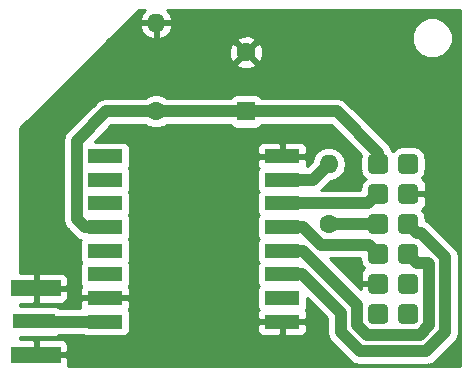
<source format=gbr>
G04 #@! TF.GenerationSoftware,KiCad,Pcbnew,5.0.2+dfsg1-1*
G04 #@! TF.CreationDate,2019-12-16T19:27:10+01:00*
G04 #@! TF.ProjectId,carte-radio-raspberry,63617274-652d-4726-9164-696f2d726173,rev?*
G04 #@! TF.SameCoordinates,PX8480690PY3262700*
G04 #@! TF.FileFunction,Copper,L2,Bot*
G04 #@! TF.FilePolarity,Positive*
%FSLAX46Y46*%
G04 Gerber Fmt 4.6, Leading zero omitted, Abs format (unit mm)*
G04 Created by KiCad (PCBNEW 5.0.2+dfsg1-1) date lun. 16 déc. 2019 19:27:10 CET*
%MOMM*%
%LPD*%
G01*
G04 APERTURE LIST*
G04 #@! TA.AperFunction,ComponentPad*
%ADD10R,1.600000X1.600000*%
G04 #@! TD*
G04 #@! TA.AperFunction,ComponentPad*
%ADD11C,1.600000*%
G04 #@! TD*
G04 #@! TA.AperFunction,ComponentPad*
%ADD12O,1.600000X1.600000*%
G04 #@! TD*
G04 #@! TA.AperFunction,Conductor*
%ADD13C,0.100000*%
G04 #@! TD*
G04 #@! TA.AperFunction,ComponentPad*
%ADD14C,1.700000*%
G04 #@! TD*
G04 #@! TA.AperFunction,SMDPad,CuDef*
%ADD15R,4.200000X1.350000*%
G04 #@! TD*
G04 #@! TA.AperFunction,SMDPad,CuDef*
%ADD16R,3.600000X1.270000*%
G04 #@! TD*
G04 #@! TA.AperFunction,SMDPad,CuDef*
%ADD17R,2.999740X1.198880*%
G04 #@! TD*
G04 #@! TA.AperFunction,Conductor*
%ADD18C,1.000000*%
G04 #@! TD*
G04 #@! TA.AperFunction,Conductor*
%ADD19C,0.254000*%
G04 #@! TD*
%ADD20C,0.254000*%
G04 APERTURE END LIST*
D10*
G04 #@! TO.P,C1,1*
G04 #@! TO.N,3V3*
X-15748000Y-6223000D03*
D11*
G04 #@! TO.P,C1,2*
G04 #@! TO.N,GND*
X-15748000Y-1223000D03*
G04 #@! TD*
G04 #@! TO.P,C2,1*
G04 #@! TO.N,3V3*
X-23368000Y-6223000D03*
D12*
G04 #@! TO.P,C2,2*
G04 #@! TO.N,GND*
X-23368000Y1277000D03*
G04 #@! TD*
D13*
G04 #@! TO.N,3V3*
G04 #@! TO.C,J1*
G36*
X-4105343Y-9820046D02*
X-4064087Y-9826166D01*
X-4023629Y-9836300D01*
X-3984360Y-9850351D01*
X-3946656Y-9868183D01*
X-3910883Y-9889625D01*
X-3877383Y-9914471D01*
X-3846480Y-9942480D01*
X-3818471Y-9973383D01*
X-3793625Y-10006883D01*
X-3772183Y-10042656D01*
X-3754351Y-10080360D01*
X-3740300Y-10119629D01*
X-3730166Y-10160087D01*
X-3724046Y-10201343D01*
X-3722000Y-10243000D01*
X-3722000Y-11093000D01*
X-3724046Y-11134657D01*
X-3730166Y-11175913D01*
X-3740300Y-11216371D01*
X-3754351Y-11255640D01*
X-3772183Y-11293344D01*
X-3793625Y-11329117D01*
X-3818471Y-11362617D01*
X-3846480Y-11393520D01*
X-3877383Y-11421529D01*
X-3910883Y-11446375D01*
X-3946656Y-11467817D01*
X-3984360Y-11485649D01*
X-4023629Y-11499700D01*
X-4064087Y-11509834D01*
X-4105343Y-11515954D01*
X-4147000Y-11518000D01*
X-4997000Y-11518000D01*
X-5038657Y-11515954D01*
X-5079913Y-11509834D01*
X-5120371Y-11499700D01*
X-5159640Y-11485649D01*
X-5197344Y-11467817D01*
X-5233117Y-11446375D01*
X-5266617Y-11421529D01*
X-5297520Y-11393520D01*
X-5325529Y-11362617D01*
X-5350375Y-11329117D01*
X-5371817Y-11293344D01*
X-5389649Y-11255640D01*
X-5403700Y-11216371D01*
X-5413834Y-11175913D01*
X-5419954Y-11134657D01*
X-5422000Y-11093000D01*
X-5422000Y-10243000D01*
X-5419954Y-10201343D01*
X-5413834Y-10160087D01*
X-5403700Y-10119629D01*
X-5389649Y-10080360D01*
X-5371817Y-10042656D01*
X-5350375Y-10006883D01*
X-5325529Y-9973383D01*
X-5297520Y-9942480D01*
X-5266617Y-9914471D01*
X-5233117Y-9889625D01*
X-5197344Y-9868183D01*
X-5159640Y-9850351D01*
X-5120371Y-9836300D01*
X-5079913Y-9826166D01*
X-5038657Y-9820046D01*
X-4997000Y-9818000D01*
X-4147000Y-9818000D01*
X-4105343Y-9820046D01*
X-4105343Y-9820046D01*
G37*
D14*
G04 #@! TD*
G04 #@! TO.P,J1,17*
G04 #@! TO.N,3V3*
X-4572000Y-10668000D03*
D13*
G04 #@! TO.N,Net-(J1-Pad19)*
G04 #@! TO.C,J1*
G36*
X-4105343Y-12360046D02*
X-4064087Y-12366166D01*
X-4023629Y-12376300D01*
X-3984360Y-12390351D01*
X-3946656Y-12408183D01*
X-3910883Y-12429625D01*
X-3877383Y-12454471D01*
X-3846480Y-12482480D01*
X-3818471Y-12513383D01*
X-3793625Y-12546883D01*
X-3772183Y-12582656D01*
X-3754351Y-12620360D01*
X-3740300Y-12659629D01*
X-3730166Y-12700087D01*
X-3724046Y-12741343D01*
X-3722000Y-12783000D01*
X-3722000Y-13633000D01*
X-3724046Y-13674657D01*
X-3730166Y-13715913D01*
X-3740300Y-13756371D01*
X-3754351Y-13795640D01*
X-3772183Y-13833344D01*
X-3793625Y-13869117D01*
X-3818471Y-13902617D01*
X-3846480Y-13933520D01*
X-3877383Y-13961529D01*
X-3910883Y-13986375D01*
X-3946656Y-14007817D01*
X-3984360Y-14025649D01*
X-4023629Y-14039700D01*
X-4064087Y-14049834D01*
X-4105343Y-14055954D01*
X-4147000Y-14058000D01*
X-4997000Y-14058000D01*
X-5038657Y-14055954D01*
X-5079913Y-14049834D01*
X-5120371Y-14039700D01*
X-5159640Y-14025649D01*
X-5197344Y-14007817D01*
X-5233117Y-13986375D01*
X-5266617Y-13961529D01*
X-5297520Y-13933520D01*
X-5325529Y-13902617D01*
X-5350375Y-13869117D01*
X-5371817Y-13833344D01*
X-5389649Y-13795640D01*
X-5403700Y-13756371D01*
X-5413834Y-13715913D01*
X-5419954Y-13674657D01*
X-5422000Y-13633000D01*
X-5422000Y-12783000D01*
X-5419954Y-12741343D01*
X-5413834Y-12700087D01*
X-5403700Y-12659629D01*
X-5389649Y-12620360D01*
X-5371817Y-12582656D01*
X-5350375Y-12546883D01*
X-5325529Y-12513383D01*
X-5297520Y-12482480D01*
X-5266617Y-12454471D01*
X-5233117Y-12429625D01*
X-5197344Y-12408183D01*
X-5159640Y-12390351D01*
X-5120371Y-12376300D01*
X-5079913Y-12366166D01*
X-5038657Y-12360046D01*
X-4997000Y-12358000D01*
X-4147000Y-12358000D01*
X-4105343Y-12360046D01*
X-4105343Y-12360046D01*
G37*
D14*
G04 #@! TD*
G04 #@! TO.P,J1,19*
G04 #@! TO.N,Net-(J1-Pad19)*
X-4572000Y-13208000D03*
D13*
G04 #@! TO.N,Net-(J1-Pad21)*
G04 #@! TO.C,J1*
G36*
X-4105343Y-14900046D02*
X-4064087Y-14906166D01*
X-4023629Y-14916300D01*
X-3984360Y-14930351D01*
X-3946656Y-14948183D01*
X-3910883Y-14969625D01*
X-3877383Y-14994471D01*
X-3846480Y-15022480D01*
X-3818471Y-15053383D01*
X-3793625Y-15086883D01*
X-3772183Y-15122656D01*
X-3754351Y-15160360D01*
X-3740300Y-15199629D01*
X-3730166Y-15240087D01*
X-3724046Y-15281343D01*
X-3722000Y-15323000D01*
X-3722000Y-16173000D01*
X-3724046Y-16214657D01*
X-3730166Y-16255913D01*
X-3740300Y-16296371D01*
X-3754351Y-16335640D01*
X-3772183Y-16373344D01*
X-3793625Y-16409117D01*
X-3818471Y-16442617D01*
X-3846480Y-16473520D01*
X-3877383Y-16501529D01*
X-3910883Y-16526375D01*
X-3946656Y-16547817D01*
X-3984360Y-16565649D01*
X-4023629Y-16579700D01*
X-4064087Y-16589834D01*
X-4105343Y-16595954D01*
X-4147000Y-16598000D01*
X-4997000Y-16598000D01*
X-5038657Y-16595954D01*
X-5079913Y-16589834D01*
X-5120371Y-16579700D01*
X-5159640Y-16565649D01*
X-5197344Y-16547817D01*
X-5233117Y-16526375D01*
X-5266617Y-16501529D01*
X-5297520Y-16473520D01*
X-5325529Y-16442617D01*
X-5350375Y-16409117D01*
X-5371817Y-16373344D01*
X-5389649Y-16335640D01*
X-5403700Y-16296371D01*
X-5413834Y-16255913D01*
X-5419954Y-16214657D01*
X-5422000Y-16173000D01*
X-5422000Y-15323000D01*
X-5419954Y-15281343D01*
X-5413834Y-15240087D01*
X-5403700Y-15199629D01*
X-5389649Y-15160360D01*
X-5371817Y-15122656D01*
X-5350375Y-15086883D01*
X-5325529Y-15053383D01*
X-5297520Y-15022480D01*
X-5266617Y-14994471D01*
X-5233117Y-14969625D01*
X-5197344Y-14948183D01*
X-5159640Y-14930351D01*
X-5120371Y-14916300D01*
X-5079913Y-14906166D01*
X-5038657Y-14900046D01*
X-4997000Y-14898000D01*
X-4147000Y-14898000D01*
X-4105343Y-14900046D01*
X-4105343Y-14900046D01*
G37*
D14*
G04 #@! TD*
G04 #@! TO.P,J1,21*
G04 #@! TO.N,Net-(J1-Pad21)*
X-4572000Y-15748000D03*
D13*
G04 #@! TO.N,Net-(J1-Pad23)*
G04 #@! TO.C,J1*
G36*
X-4105343Y-17440046D02*
X-4064087Y-17446166D01*
X-4023629Y-17456300D01*
X-3984360Y-17470351D01*
X-3946656Y-17488183D01*
X-3910883Y-17509625D01*
X-3877383Y-17534471D01*
X-3846480Y-17562480D01*
X-3818471Y-17593383D01*
X-3793625Y-17626883D01*
X-3772183Y-17662656D01*
X-3754351Y-17700360D01*
X-3740300Y-17739629D01*
X-3730166Y-17780087D01*
X-3724046Y-17821343D01*
X-3722000Y-17863000D01*
X-3722000Y-18713000D01*
X-3724046Y-18754657D01*
X-3730166Y-18795913D01*
X-3740300Y-18836371D01*
X-3754351Y-18875640D01*
X-3772183Y-18913344D01*
X-3793625Y-18949117D01*
X-3818471Y-18982617D01*
X-3846480Y-19013520D01*
X-3877383Y-19041529D01*
X-3910883Y-19066375D01*
X-3946656Y-19087817D01*
X-3984360Y-19105649D01*
X-4023629Y-19119700D01*
X-4064087Y-19129834D01*
X-4105343Y-19135954D01*
X-4147000Y-19138000D01*
X-4997000Y-19138000D01*
X-5038657Y-19135954D01*
X-5079913Y-19129834D01*
X-5120371Y-19119700D01*
X-5159640Y-19105649D01*
X-5197344Y-19087817D01*
X-5233117Y-19066375D01*
X-5266617Y-19041529D01*
X-5297520Y-19013520D01*
X-5325529Y-18982617D01*
X-5350375Y-18949117D01*
X-5371817Y-18913344D01*
X-5389649Y-18875640D01*
X-5403700Y-18836371D01*
X-5413834Y-18795913D01*
X-5419954Y-18754657D01*
X-5422000Y-18713000D01*
X-5422000Y-17863000D01*
X-5419954Y-17821343D01*
X-5413834Y-17780087D01*
X-5403700Y-17739629D01*
X-5389649Y-17700360D01*
X-5371817Y-17662656D01*
X-5350375Y-17626883D01*
X-5325529Y-17593383D01*
X-5297520Y-17562480D01*
X-5266617Y-17534471D01*
X-5233117Y-17509625D01*
X-5197344Y-17488183D01*
X-5159640Y-17470351D01*
X-5120371Y-17456300D01*
X-5079913Y-17446166D01*
X-5038657Y-17440046D01*
X-4997000Y-17438000D01*
X-4147000Y-17438000D01*
X-4105343Y-17440046D01*
X-4105343Y-17440046D01*
G37*
D14*
G04 #@! TD*
G04 #@! TO.P,J1,23*
G04 #@! TO.N,Net-(J1-Pad23)*
X-4572000Y-18288000D03*
D13*
G04 #@! TO.N,GND*
G04 #@! TO.C,J1*
G36*
X-4105343Y-19980046D02*
X-4064087Y-19986166D01*
X-4023629Y-19996300D01*
X-3984360Y-20010351D01*
X-3946656Y-20028183D01*
X-3910883Y-20049625D01*
X-3877383Y-20074471D01*
X-3846480Y-20102480D01*
X-3818471Y-20133383D01*
X-3793625Y-20166883D01*
X-3772183Y-20202656D01*
X-3754351Y-20240360D01*
X-3740300Y-20279629D01*
X-3730166Y-20320087D01*
X-3724046Y-20361343D01*
X-3722000Y-20403000D01*
X-3722000Y-21253000D01*
X-3724046Y-21294657D01*
X-3730166Y-21335913D01*
X-3740300Y-21376371D01*
X-3754351Y-21415640D01*
X-3772183Y-21453344D01*
X-3793625Y-21489117D01*
X-3818471Y-21522617D01*
X-3846480Y-21553520D01*
X-3877383Y-21581529D01*
X-3910883Y-21606375D01*
X-3946656Y-21627817D01*
X-3984360Y-21645649D01*
X-4023629Y-21659700D01*
X-4064087Y-21669834D01*
X-4105343Y-21675954D01*
X-4147000Y-21678000D01*
X-4997000Y-21678000D01*
X-5038657Y-21675954D01*
X-5079913Y-21669834D01*
X-5120371Y-21659700D01*
X-5159640Y-21645649D01*
X-5197344Y-21627817D01*
X-5233117Y-21606375D01*
X-5266617Y-21581529D01*
X-5297520Y-21553520D01*
X-5325529Y-21522617D01*
X-5350375Y-21489117D01*
X-5371817Y-21453344D01*
X-5389649Y-21415640D01*
X-5403700Y-21376371D01*
X-5413834Y-21335913D01*
X-5419954Y-21294657D01*
X-5422000Y-21253000D01*
X-5422000Y-20403000D01*
X-5419954Y-20361343D01*
X-5413834Y-20320087D01*
X-5403700Y-20279629D01*
X-5389649Y-20240360D01*
X-5371817Y-20202656D01*
X-5350375Y-20166883D01*
X-5325529Y-20133383D01*
X-5297520Y-20102480D01*
X-5266617Y-20074471D01*
X-5233117Y-20049625D01*
X-5197344Y-20028183D01*
X-5159640Y-20010351D01*
X-5120371Y-19996300D01*
X-5079913Y-19986166D01*
X-5038657Y-19980046D01*
X-4997000Y-19978000D01*
X-4147000Y-19978000D01*
X-4105343Y-19980046D01*
X-4105343Y-19980046D01*
G37*
D14*
G04 #@! TD*
G04 #@! TO.P,J1,25*
G04 #@! TO.N,GND*
X-4572000Y-20828000D03*
D13*
G04 #@! TO.N,Net-(J1-Pad27)*
G04 #@! TO.C,J1*
G36*
X-4105343Y-22520046D02*
X-4064087Y-22526166D01*
X-4023629Y-22536300D01*
X-3984360Y-22550351D01*
X-3946656Y-22568183D01*
X-3910883Y-22589625D01*
X-3877383Y-22614471D01*
X-3846480Y-22642480D01*
X-3818471Y-22673383D01*
X-3793625Y-22706883D01*
X-3772183Y-22742656D01*
X-3754351Y-22780360D01*
X-3740300Y-22819629D01*
X-3730166Y-22860087D01*
X-3724046Y-22901343D01*
X-3722000Y-22943000D01*
X-3722000Y-23793000D01*
X-3724046Y-23834657D01*
X-3730166Y-23875913D01*
X-3740300Y-23916371D01*
X-3754351Y-23955640D01*
X-3772183Y-23993344D01*
X-3793625Y-24029117D01*
X-3818471Y-24062617D01*
X-3846480Y-24093520D01*
X-3877383Y-24121529D01*
X-3910883Y-24146375D01*
X-3946656Y-24167817D01*
X-3984360Y-24185649D01*
X-4023629Y-24199700D01*
X-4064087Y-24209834D01*
X-4105343Y-24215954D01*
X-4147000Y-24218000D01*
X-4997000Y-24218000D01*
X-5038657Y-24215954D01*
X-5079913Y-24209834D01*
X-5120371Y-24199700D01*
X-5159640Y-24185649D01*
X-5197344Y-24167817D01*
X-5233117Y-24146375D01*
X-5266617Y-24121529D01*
X-5297520Y-24093520D01*
X-5325529Y-24062617D01*
X-5350375Y-24029117D01*
X-5371817Y-23993344D01*
X-5389649Y-23955640D01*
X-5403700Y-23916371D01*
X-5413834Y-23875913D01*
X-5419954Y-23834657D01*
X-5422000Y-23793000D01*
X-5422000Y-22943000D01*
X-5419954Y-22901343D01*
X-5413834Y-22860087D01*
X-5403700Y-22819629D01*
X-5389649Y-22780360D01*
X-5371817Y-22742656D01*
X-5350375Y-22706883D01*
X-5325529Y-22673383D01*
X-5297520Y-22642480D01*
X-5266617Y-22614471D01*
X-5233117Y-22589625D01*
X-5197344Y-22568183D01*
X-5159640Y-22550351D01*
X-5120371Y-22536300D01*
X-5079913Y-22526166D01*
X-5038657Y-22520046D01*
X-4997000Y-22518000D01*
X-4147000Y-22518000D01*
X-4105343Y-22520046D01*
X-4105343Y-22520046D01*
G37*
D14*
G04 #@! TD*
G04 #@! TO.P,J1,27*
G04 #@! TO.N,Net-(J1-Pad27)*
X-4572000Y-23368000D03*
D13*
G04 #@! TO.N,Net-(J1-Pad28)*
G04 #@! TO.C,J1*
G36*
X-1565343Y-22520046D02*
X-1524087Y-22526166D01*
X-1483629Y-22536300D01*
X-1444360Y-22550351D01*
X-1406656Y-22568183D01*
X-1370883Y-22589625D01*
X-1337383Y-22614471D01*
X-1306480Y-22642480D01*
X-1278471Y-22673383D01*
X-1253625Y-22706883D01*
X-1232183Y-22742656D01*
X-1214351Y-22780360D01*
X-1200300Y-22819629D01*
X-1190166Y-22860087D01*
X-1184046Y-22901343D01*
X-1182000Y-22943000D01*
X-1182000Y-23793000D01*
X-1184046Y-23834657D01*
X-1190166Y-23875913D01*
X-1200300Y-23916371D01*
X-1214351Y-23955640D01*
X-1232183Y-23993344D01*
X-1253625Y-24029117D01*
X-1278471Y-24062617D01*
X-1306480Y-24093520D01*
X-1337383Y-24121529D01*
X-1370883Y-24146375D01*
X-1406656Y-24167817D01*
X-1444360Y-24185649D01*
X-1483629Y-24199700D01*
X-1524087Y-24209834D01*
X-1565343Y-24215954D01*
X-1607000Y-24218000D01*
X-2457000Y-24218000D01*
X-2498657Y-24215954D01*
X-2539913Y-24209834D01*
X-2580371Y-24199700D01*
X-2619640Y-24185649D01*
X-2657344Y-24167817D01*
X-2693117Y-24146375D01*
X-2726617Y-24121529D01*
X-2757520Y-24093520D01*
X-2785529Y-24062617D01*
X-2810375Y-24029117D01*
X-2831817Y-23993344D01*
X-2849649Y-23955640D01*
X-2863700Y-23916371D01*
X-2873834Y-23875913D01*
X-2879954Y-23834657D01*
X-2882000Y-23793000D01*
X-2882000Y-22943000D01*
X-2879954Y-22901343D01*
X-2873834Y-22860087D01*
X-2863700Y-22819629D01*
X-2849649Y-22780360D01*
X-2831817Y-22742656D01*
X-2810375Y-22706883D01*
X-2785529Y-22673383D01*
X-2757520Y-22642480D01*
X-2726617Y-22614471D01*
X-2693117Y-22589625D01*
X-2657344Y-22568183D01*
X-2619640Y-22550351D01*
X-2580371Y-22536300D01*
X-2539913Y-22526166D01*
X-2498657Y-22520046D01*
X-2457000Y-22518000D01*
X-1607000Y-22518000D01*
X-1565343Y-22520046D01*
X-1565343Y-22520046D01*
G37*
D14*
G04 #@! TD*
G04 #@! TO.P,J1,28*
G04 #@! TO.N,Net-(J1-Pad28)*
X-2032000Y-23368000D03*
D13*
G04 #@! TO.N,Net-(J1-Pad26)*
G04 #@! TO.C,J1*
G36*
X-1565343Y-19980046D02*
X-1524087Y-19986166D01*
X-1483629Y-19996300D01*
X-1444360Y-20010351D01*
X-1406656Y-20028183D01*
X-1370883Y-20049625D01*
X-1337383Y-20074471D01*
X-1306480Y-20102480D01*
X-1278471Y-20133383D01*
X-1253625Y-20166883D01*
X-1232183Y-20202656D01*
X-1214351Y-20240360D01*
X-1200300Y-20279629D01*
X-1190166Y-20320087D01*
X-1184046Y-20361343D01*
X-1182000Y-20403000D01*
X-1182000Y-21253000D01*
X-1184046Y-21294657D01*
X-1190166Y-21335913D01*
X-1200300Y-21376371D01*
X-1214351Y-21415640D01*
X-1232183Y-21453344D01*
X-1253625Y-21489117D01*
X-1278471Y-21522617D01*
X-1306480Y-21553520D01*
X-1337383Y-21581529D01*
X-1370883Y-21606375D01*
X-1406656Y-21627817D01*
X-1444360Y-21645649D01*
X-1483629Y-21659700D01*
X-1524087Y-21669834D01*
X-1565343Y-21675954D01*
X-1607000Y-21678000D01*
X-2457000Y-21678000D01*
X-2498657Y-21675954D01*
X-2539913Y-21669834D01*
X-2580371Y-21659700D01*
X-2619640Y-21645649D01*
X-2657344Y-21627817D01*
X-2693117Y-21606375D01*
X-2726617Y-21581529D01*
X-2757520Y-21553520D01*
X-2785529Y-21522617D01*
X-2810375Y-21489117D01*
X-2831817Y-21453344D01*
X-2849649Y-21415640D01*
X-2863700Y-21376371D01*
X-2873834Y-21335913D01*
X-2879954Y-21294657D01*
X-2882000Y-21253000D01*
X-2882000Y-20403000D01*
X-2879954Y-20361343D01*
X-2873834Y-20320087D01*
X-2863700Y-20279629D01*
X-2849649Y-20240360D01*
X-2831817Y-20202656D01*
X-2810375Y-20166883D01*
X-2785529Y-20133383D01*
X-2757520Y-20102480D01*
X-2726617Y-20074471D01*
X-2693117Y-20049625D01*
X-2657344Y-20028183D01*
X-2619640Y-20010351D01*
X-2580371Y-19996300D01*
X-2539913Y-19986166D01*
X-2498657Y-19980046D01*
X-2457000Y-19978000D01*
X-1607000Y-19978000D01*
X-1565343Y-19980046D01*
X-1565343Y-19980046D01*
G37*
D14*
G04 #@! TD*
G04 #@! TO.P,J1,26*
G04 #@! TO.N,Net-(J1-Pad26)*
X-2032000Y-20828000D03*
D13*
G04 #@! TO.N,Net-(J1-Pad24)*
G04 #@! TO.C,J1*
G36*
X-1565343Y-17440046D02*
X-1524087Y-17446166D01*
X-1483629Y-17456300D01*
X-1444360Y-17470351D01*
X-1406656Y-17488183D01*
X-1370883Y-17509625D01*
X-1337383Y-17534471D01*
X-1306480Y-17562480D01*
X-1278471Y-17593383D01*
X-1253625Y-17626883D01*
X-1232183Y-17662656D01*
X-1214351Y-17700360D01*
X-1200300Y-17739629D01*
X-1190166Y-17780087D01*
X-1184046Y-17821343D01*
X-1182000Y-17863000D01*
X-1182000Y-18713000D01*
X-1184046Y-18754657D01*
X-1190166Y-18795913D01*
X-1200300Y-18836371D01*
X-1214351Y-18875640D01*
X-1232183Y-18913344D01*
X-1253625Y-18949117D01*
X-1278471Y-18982617D01*
X-1306480Y-19013520D01*
X-1337383Y-19041529D01*
X-1370883Y-19066375D01*
X-1406656Y-19087817D01*
X-1444360Y-19105649D01*
X-1483629Y-19119700D01*
X-1524087Y-19129834D01*
X-1565343Y-19135954D01*
X-1607000Y-19138000D01*
X-2457000Y-19138000D01*
X-2498657Y-19135954D01*
X-2539913Y-19129834D01*
X-2580371Y-19119700D01*
X-2619640Y-19105649D01*
X-2657344Y-19087817D01*
X-2693117Y-19066375D01*
X-2726617Y-19041529D01*
X-2757520Y-19013520D01*
X-2785529Y-18982617D01*
X-2810375Y-18949117D01*
X-2831817Y-18913344D01*
X-2849649Y-18875640D01*
X-2863700Y-18836371D01*
X-2873834Y-18795913D01*
X-2879954Y-18754657D01*
X-2882000Y-18713000D01*
X-2882000Y-17863000D01*
X-2879954Y-17821343D01*
X-2873834Y-17780087D01*
X-2863700Y-17739629D01*
X-2849649Y-17700360D01*
X-2831817Y-17662656D01*
X-2810375Y-17626883D01*
X-2785529Y-17593383D01*
X-2757520Y-17562480D01*
X-2726617Y-17534471D01*
X-2693117Y-17509625D01*
X-2657344Y-17488183D01*
X-2619640Y-17470351D01*
X-2580371Y-17456300D01*
X-2539913Y-17446166D01*
X-2498657Y-17440046D01*
X-2457000Y-17438000D01*
X-1607000Y-17438000D01*
X-1565343Y-17440046D01*
X-1565343Y-17440046D01*
G37*
D14*
G04 #@! TD*
G04 #@! TO.P,J1,24*
G04 #@! TO.N,Net-(J1-Pad24)*
X-2032000Y-18288000D03*
D13*
G04 #@! TO.N,RESET*
G04 #@! TO.C,J1*
G36*
X-1565343Y-14900046D02*
X-1524087Y-14906166D01*
X-1483629Y-14916300D01*
X-1444360Y-14930351D01*
X-1406656Y-14948183D01*
X-1370883Y-14969625D01*
X-1337383Y-14994471D01*
X-1306480Y-15022480D01*
X-1278471Y-15053383D01*
X-1253625Y-15086883D01*
X-1232183Y-15122656D01*
X-1214351Y-15160360D01*
X-1200300Y-15199629D01*
X-1190166Y-15240087D01*
X-1184046Y-15281343D01*
X-1182000Y-15323000D01*
X-1182000Y-16173000D01*
X-1184046Y-16214657D01*
X-1190166Y-16255913D01*
X-1200300Y-16296371D01*
X-1214351Y-16335640D01*
X-1232183Y-16373344D01*
X-1253625Y-16409117D01*
X-1278471Y-16442617D01*
X-1306480Y-16473520D01*
X-1337383Y-16501529D01*
X-1370883Y-16526375D01*
X-1406656Y-16547817D01*
X-1444360Y-16565649D01*
X-1483629Y-16579700D01*
X-1524087Y-16589834D01*
X-1565343Y-16595954D01*
X-1607000Y-16598000D01*
X-2457000Y-16598000D01*
X-2498657Y-16595954D01*
X-2539913Y-16589834D01*
X-2580371Y-16579700D01*
X-2619640Y-16565649D01*
X-2657344Y-16547817D01*
X-2693117Y-16526375D01*
X-2726617Y-16501529D01*
X-2757520Y-16473520D01*
X-2785529Y-16442617D01*
X-2810375Y-16409117D01*
X-2831817Y-16373344D01*
X-2849649Y-16335640D01*
X-2863700Y-16296371D01*
X-2873834Y-16255913D01*
X-2879954Y-16214657D01*
X-2882000Y-16173000D01*
X-2882000Y-15323000D01*
X-2879954Y-15281343D01*
X-2873834Y-15240087D01*
X-2863700Y-15199629D01*
X-2849649Y-15160360D01*
X-2831817Y-15122656D01*
X-2810375Y-15086883D01*
X-2785529Y-15053383D01*
X-2757520Y-15022480D01*
X-2726617Y-14994471D01*
X-2693117Y-14969625D01*
X-2657344Y-14948183D01*
X-2619640Y-14930351D01*
X-2580371Y-14916300D01*
X-2539913Y-14906166D01*
X-2498657Y-14900046D01*
X-2457000Y-14898000D01*
X-1607000Y-14898000D01*
X-1565343Y-14900046D01*
X-1565343Y-14900046D01*
G37*
D14*
G04 #@! TD*
G04 #@! TO.P,J1,22*
G04 #@! TO.N,RESET*
X-2032000Y-15748000D03*
D13*
G04 #@! TO.N,GND*
G04 #@! TO.C,J1*
G36*
X-1565343Y-12360046D02*
X-1524087Y-12366166D01*
X-1483629Y-12376300D01*
X-1444360Y-12390351D01*
X-1406656Y-12408183D01*
X-1370883Y-12429625D01*
X-1337383Y-12454471D01*
X-1306480Y-12482480D01*
X-1278471Y-12513383D01*
X-1253625Y-12546883D01*
X-1232183Y-12582656D01*
X-1214351Y-12620360D01*
X-1200300Y-12659629D01*
X-1190166Y-12700087D01*
X-1184046Y-12741343D01*
X-1182000Y-12783000D01*
X-1182000Y-13633000D01*
X-1184046Y-13674657D01*
X-1190166Y-13715913D01*
X-1200300Y-13756371D01*
X-1214351Y-13795640D01*
X-1232183Y-13833344D01*
X-1253625Y-13869117D01*
X-1278471Y-13902617D01*
X-1306480Y-13933520D01*
X-1337383Y-13961529D01*
X-1370883Y-13986375D01*
X-1406656Y-14007817D01*
X-1444360Y-14025649D01*
X-1483629Y-14039700D01*
X-1524087Y-14049834D01*
X-1565343Y-14055954D01*
X-1607000Y-14058000D01*
X-2457000Y-14058000D01*
X-2498657Y-14055954D01*
X-2539913Y-14049834D01*
X-2580371Y-14039700D01*
X-2619640Y-14025649D01*
X-2657344Y-14007817D01*
X-2693117Y-13986375D01*
X-2726617Y-13961529D01*
X-2757520Y-13933520D01*
X-2785529Y-13902617D01*
X-2810375Y-13869117D01*
X-2831817Y-13833344D01*
X-2849649Y-13795640D01*
X-2863700Y-13756371D01*
X-2873834Y-13715913D01*
X-2879954Y-13674657D01*
X-2882000Y-13633000D01*
X-2882000Y-12783000D01*
X-2879954Y-12741343D01*
X-2873834Y-12700087D01*
X-2863700Y-12659629D01*
X-2849649Y-12620360D01*
X-2831817Y-12582656D01*
X-2810375Y-12546883D01*
X-2785529Y-12513383D01*
X-2757520Y-12482480D01*
X-2726617Y-12454471D01*
X-2693117Y-12429625D01*
X-2657344Y-12408183D01*
X-2619640Y-12390351D01*
X-2580371Y-12376300D01*
X-2539913Y-12366166D01*
X-2498657Y-12360046D01*
X-2457000Y-12358000D01*
X-1607000Y-12358000D01*
X-1565343Y-12360046D01*
X-1565343Y-12360046D01*
G37*
D14*
G04 #@! TD*
G04 #@! TO.P,J1,20*
G04 #@! TO.N,GND*
X-2032000Y-13208000D03*
D13*
G04 #@! TO.N,Net-(J1-Pad18)*
G04 #@! TO.C,J1*
G36*
X-1565343Y-9820046D02*
X-1524087Y-9826166D01*
X-1483629Y-9836300D01*
X-1444360Y-9850351D01*
X-1406656Y-9868183D01*
X-1370883Y-9889625D01*
X-1337383Y-9914471D01*
X-1306480Y-9942480D01*
X-1278471Y-9973383D01*
X-1253625Y-10006883D01*
X-1232183Y-10042656D01*
X-1214351Y-10080360D01*
X-1200300Y-10119629D01*
X-1190166Y-10160087D01*
X-1184046Y-10201343D01*
X-1182000Y-10243000D01*
X-1182000Y-11093000D01*
X-1184046Y-11134657D01*
X-1190166Y-11175913D01*
X-1200300Y-11216371D01*
X-1214351Y-11255640D01*
X-1232183Y-11293344D01*
X-1253625Y-11329117D01*
X-1278471Y-11362617D01*
X-1306480Y-11393520D01*
X-1337383Y-11421529D01*
X-1370883Y-11446375D01*
X-1406656Y-11467817D01*
X-1444360Y-11485649D01*
X-1483629Y-11499700D01*
X-1524087Y-11509834D01*
X-1565343Y-11515954D01*
X-1607000Y-11518000D01*
X-2457000Y-11518000D01*
X-2498657Y-11515954D01*
X-2539913Y-11509834D01*
X-2580371Y-11499700D01*
X-2619640Y-11485649D01*
X-2657344Y-11467817D01*
X-2693117Y-11446375D01*
X-2726617Y-11421529D01*
X-2757520Y-11393520D01*
X-2785529Y-11362617D01*
X-2810375Y-11329117D01*
X-2831817Y-11293344D01*
X-2849649Y-11255640D01*
X-2863700Y-11216371D01*
X-2873834Y-11175913D01*
X-2879954Y-11134657D01*
X-2882000Y-11093000D01*
X-2882000Y-10243000D01*
X-2879954Y-10201343D01*
X-2873834Y-10160087D01*
X-2863700Y-10119629D01*
X-2849649Y-10080360D01*
X-2831817Y-10042656D01*
X-2810375Y-10006883D01*
X-2785529Y-9973383D01*
X-2757520Y-9942480D01*
X-2726617Y-9914471D01*
X-2693117Y-9889625D01*
X-2657344Y-9868183D01*
X-2619640Y-9850351D01*
X-2580371Y-9836300D01*
X-2539913Y-9826166D01*
X-2498657Y-9820046D01*
X-2457000Y-9818000D01*
X-1607000Y-9818000D01*
X-1565343Y-9820046D01*
X-1565343Y-9820046D01*
G37*
D14*
G04 #@! TD*
G04 #@! TO.P,J1,18*
G04 #@! TO.N,Net-(J1-Pad18)*
X-2032000Y-10668000D03*
D15*
G04 #@! TO.P,J2,2*
G04 #@! TO.N,GND*
X-33528000Y-26828000D03*
X-33528000Y-21178000D03*
D16*
G04 #@! TO.P,J2,1*
G04 #@! TO.N,Net-(J2-Pad1)*
X-33728000Y-24003000D03*
G04 #@! TD*
D17*
G04 #@! TO.P,U1,16*
G04 #@! TO.N,Net-(U1-Pad16)*
X-27691080Y-10020300D03*
G04 #@! TO.P,U1,15*
G04 #@! TO.N,Net-(U1-Pad15)*
X-27691080Y-12019280D03*
G04 #@! TO.P,U1,14*
G04 #@! TO.N,Net-(U1-Pad14)*
X-27691080Y-14018260D03*
G04 #@! TO.P,U1,13*
G04 #@! TO.N,3V3*
X-27691080Y-16019780D03*
G04 #@! TO.P,U1,12*
G04 #@! TO.N,Net-(U1-Pad12)*
X-27691080Y-18016220D03*
G04 #@! TO.P,U1,11*
G04 #@! TO.N,Net-(U1-Pad11)*
X-27691080Y-20017740D03*
G04 #@! TO.P,U1,10*
G04 #@! TO.N,GND*
X-27691080Y-22016720D03*
G04 #@! TO.P,U1,9*
G04 #@! TO.N,Net-(J2-Pad1)*
X-27691080Y-24015700D03*
G04 #@! TO.P,U1,8*
G04 #@! TO.N,GND*
X-12694920Y-24015700D03*
G04 #@! TO.P,U1,7*
G04 #@! TO.N,Net-(U1-Pad7)*
X-12694920Y-22016720D03*
G04 #@! TO.P,U1,6*
G04 #@! TO.N,RESET*
X-12694920Y-20017740D03*
G04 #@! TO.P,U1,5*
G04 #@! TO.N,Net-(J1-Pad24)*
X-12694920Y-18016220D03*
G04 #@! TO.P,U1,4*
G04 #@! TO.N,Net-(J1-Pad23)*
X-12694920Y-16019780D03*
G04 #@! TO.P,U1,3*
G04 #@! TO.N,Net-(J1-Pad19)*
X-12694920Y-14018260D03*
G04 #@! TO.P,U1,2*
G04 #@! TO.N,Net-(JP1-Pad2)*
X-12694920Y-12019280D03*
G04 #@! TO.P,U1,1*
G04 #@! TO.N,GND*
X-12694920Y-10020300D03*
G04 #@! TD*
D11*
G04 #@! TO.P,JP1,1*
G04 #@! TO.N,Net-(J1-Pad21)*
X-8763000Y-15748000D03*
D12*
G04 #@! TO.P,JP1,2*
G04 #@! TO.N,Net-(JP1-Pad2)*
X-8763000Y-10668000D03*
G04 #@! TD*
D18*
G04 #@! TO.N,3V3*
X-8067000Y-6223000D02*
X-15748000Y-6223000D01*
X-4572000Y-10668000D02*
X-4572000Y-9718000D01*
X-4572000Y-9718000D02*
X-8067000Y-6223000D01*
X-15748000Y-6223000D02*
X-23368000Y-6223000D01*
X-29408872Y-16019780D02*
X-27691080Y-16019780D01*
X-30090951Y-15337701D02*
X-29408872Y-16019780D01*
X-30090951Y-8700859D02*
X-30090951Y-15337701D01*
X-27613092Y-6223000D02*
X-30090951Y-8700859D01*
X-23368000Y-6223000D02*
X-27613092Y-6223000D01*
G04 #@! TO.N,Net-(J1-Pad19)*
X-5382260Y-14018260D02*
X-12694920Y-14018260D01*
X-4572000Y-13208000D02*
X-5382260Y-14018260D01*
G04 #@! TO.N,Net-(J1-Pad21)*
X-4572000Y-15748000D02*
X-8763000Y-15748000D01*
G04 #@! TO.N,Net-(J1-Pad23)*
X-4572000Y-18288000D02*
X-5334000Y-17526000D01*
X-10939781Y-16019780D02*
X-12694920Y-16019780D01*
X-9433561Y-17526000D02*
X-10939781Y-16019780D01*
X-5334000Y-17526000D02*
X-9433561Y-17526000D01*
G04 #@! TO.N,Net-(J1-Pad24)*
X-2032000Y-18288000D02*
X-1235770Y-19084230D01*
X-6322010Y-24341838D02*
X-6322010Y-22617463D01*
X-1235770Y-19084230D02*
X-346771Y-19084230D01*
X-281991Y-24341838D02*
X-1058162Y-25118009D01*
X-1058162Y-25118009D02*
X-5545838Y-25118010D01*
X-10923253Y-18016220D02*
X-12694920Y-18016220D01*
X-5545838Y-25118010D02*
X-6322010Y-24341838D01*
X-6322010Y-22617463D02*
X-10923253Y-18016220D01*
X-281991Y-19149010D02*
X-281991Y-24341838D01*
X-346771Y-19084230D02*
X-281991Y-19149010D01*
G04 #@! TO.N,RESET*
X-7722021Y-24921741D02*
X-7722021Y-23270307D01*
X-6125742Y-26518020D02*
X-7722021Y-24921741D01*
X-1235770Y-16544230D02*
X-906857Y-16544230D01*
X-2032000Y-15748000D02*
X-1235770Y-16544230D01*
X-7722021Y-23270307D02*
X-10974588Y-20017740D01*
X1118020Y-18569107D02*
X1118019Y-24921742D01*
X-906857Y-16544230D02*
X1118020Y-18569107D01*
X-10974588Y-20017740D02*
X-12694920Y-20017740D01*
X1118019Y-24921742D02*
X-478259Y-26518020D01*
X-478259Y-26518020D02*
X-6125742Y-26518020D01*
G04 #@! TO.N,Net-(J2-Pad1)*
X-33715300Y-24015700D02*
X-33728000Y-24003000D01*
X-27691080Y-24015700D02*
X-33715300Y-24015700D01*
G04 #@! TO.N,Net-(JP1-Pad2)*
X-10114280Y-12019280D02*
X-12694920Y-12019280D01*
X-8763000Y-10668000D02*
X-10114280Y-12019280D01*
G04 #@! TD*
D19*
G04 #@! TO.N,GND*
X-24851909Y2338000D02*
X-24293132Y2338000D01*
X-22442868Y2338000D02*
X2338001Y2338000D01*
X-25093210Y2096700D02*
X-24537159Y2096700D01*
X-22198840Y2096700D02*
X2338001Y2096700D01*
X-25334510Y1855400D02*
X-24651362Y1855400D01*
X-22084637Y1855400D02*
X2338001Y1855400D01*
X-25575810Y1614100D02*
X-24753392Y1614100D01*
X-21982609Y1614100D02*
X-636991Y1614100D01*
X636992Y1614100D02*
X2338001Y1614100D01*
X-25817110Y1372800D02*
X-1080861Y1372800D01*
X1080861Y1372800D02*
X2338001Y1372800D01*
X-26058410Y1131500D02*
X-24648734Y1131500D01*
X-23495000Y1131500D02*
X-23241000Y1131500D01*
X-22087265Y1131500D02*
X-1322161Y1131500D01*
X1322161Y1131500D02*
X2338001Y1131500D01*
X-26299710Y890200D02*
X-24742044Y890200D01*
X-23495000Y890200D02*
X-23241000Y890200D01*
X-21993957Y890200D02*
X-1509217Y890200D01*
X1509218Y890200D02*
X2338001Y890200D01*
X-26541010Y648900D02*
X-24627841Y648900D01*
X-23495000Y648900D02*
X-23241000Y648900D01*
X-22108160Y648900D02*
X-1609167Y648900D01*
X1609168Y648900D02*
X2338001Y648900D01*
X-26782310Y407600D02*
X-24504641Y407600D01*
X-23495000Y407600D02*
X-23241000Y407600D01*
X-22231360Y407600D02*
X-1709117Y407600D01*
X1709118Y407600D02*
X2338001Y407600D01*
X-27023610Y166300D02*
X-24238269Y166300D01*
X-23495000Y166300D02*
X-23241000Y166300D01*
X-22497733Y166300D02*
X-16175034Y166300D01*
X-15370792Y166300D02*
X-1735000Y166300D01*
X1735000Y166300D02*
X2338001Y166300D01*
X-27264910Y-75000D02*
X-23813383Y-75000D01*
X-23644408Y-75000D02*
X-23091593Y-75000D01*
X-22922618Y-75000D02*
X-16533892Y-75000D01*
X-14962107Y-75000D02*
X-1735000Y-75000D01*
X1735000Y-75000D02*
X2338001Y-75000D01*
X-27506210Y-316300D02*
X-16475095Y-316300D01*
X-15020906Y-316300D02*
X-1735000Y-316300D01*
X1735000Y-316300D02*
X2338001Y-316300D01*
X-27747510Y-557600D02*
X-17033712Y-557600D01*
X-16593005Y-557600D02*
X-16233795Y-557600D01*
X-15262206Y-557600D02*
X-14902994Y-557600D01*
X-14457434Y-557600D02*
X-1646986Y-557600D01*
X1646985Y-557600D02*
X2338001Y-557600D01*
X-27988810Y-798900D02*
X-17120444Y-798900D01*
X-16351705Y-798900D02*
X-15992495Y-798900D01*
X-15503506Y-798900D02*
X-15144294Y-798900D01*
X-14357484Y-798900D02*
X-1547036Y-798900D01*
X1547035Y-798900D02*
X2338001Y-798900D01*
X-28230110Y-1040200D02*
X-17193346Y-1040200D01*
X-16110405Y-1040200D02*
X-15751195Y-1040200D01*
X-15744806Y-1040200D02*
X-15385594Y-1040200D01*
X-14320085Y-1040200D02*
X-1413461Y-1040200D01*
X1413461Y-1040200D02*
X2338001Y-1040200D01*
X-28471410Y-1281500D02*
X-17181841Y-1281500D01*
X-15986106Y-1281500D02*
X-15509895Y-1281500D01*
X-14308581Y-1281500D02*
X-1172161Y-1281500D01*
X1172161Y-1281500D02*
X2338001Y-1281500D01*
X-28712710Y-1522800D02*
X-17170337Y-1522800D01*
X-16227406Y-1522800D02*
X-15868194Y-1522800D01*
X-15627805Y-1522800D02*
X-15268595Y-1522800D01*
X-14330877Y-1522800D02*
X-857410Y-1522800D01*
X857409Y-1522800D02*
X2338001Y-1522800D01*
X-28954010Y-1764100D02*
X-17090053Y-1764100D01*
X-16468706Y-1764100D02*
X-16109494Y-1764100D01*
X-15386505Y-1764100D02*
X-15027295Y-1764100D01*
X-14417610Y-1764100D02*
X2338001Y-1764100D01*
X-29195310Y-2005400D02*
X-16907595Y-2005400D01*
X-16710006Y-2005400D02*
X-16350794Y-2005400D01*
X-15145205Y-2005400D02*
X-14785995Y-2005400D01*
X-14588406Y-2005400D02*
X2338001Y-2005400D01*
X-29436610Y-2246700D02*
X-16571334Y-2246700D01*
X-14924667Y-2246700D02*
X2338001Y-2246700D01*
X-29677910Y-2488000D02*
X-16471024Y-2488000D01*
X-15020880Y-2488000D02*
X2338001Y-2488000D01*
X-29919210Y-2729300D02*
X2338001Y-2729300D01*
X-30160510Y-2970600D02*
X2338001Y-2970600D01*
X-30401810Y-3211900D02*
X2338001Y-3211900D01*
X-30643110Y-3453200D02*
X2338001Y-3453200D01*
X-30884410Y-3694500D02*
X2338001Y-3694500D01*
X-31125710Y-3935800D02*
X2338001Y-3935800D01*
X-31367010Y-4177100D02*
X2338001Y-4177100D01*
X-31608310Y-4418400D02*
X2338001Y-4418400D01*
X-31849610Y-4659700D02*
X2338001Y-4659700D01*
X-32090910Y-4901000D02*
X-23926244Y-4901000D01*
X-22809755Y-4901000D02*
X-16909741Y-4901000D01*
X-14586258Y-4901000D02*
X2338001Y-4901000D01*
X-32332210Y-5142300D02*
X-27997860Y-5142300D01*
X-7682231Y-5142300D02*
X2338001Y-5142300D01*
X-32573510Y-5383600D02*
X-28399786Y-5383600D01*
X-7280305Y-5383600D02*
X2338001Y-5383600D01*
X-32814810Y-5624900D02*
X-28620123Y-5624900D01*
X-7059968Y-5624900D02*
X2338001Y-5624900D01*
X-33056110Y-5866200D02*
X-28861423Y-5866200D01*
X-6818668Y-5866200D02*
X2338001Y-5866200D01*
X-33297410Y-6107500D02*
X-29102723Y-6107500D01*
X-6577368Y-6107500D02*
X2338001Y-6107500D01*
X-33538710Y-6348800D02*
X-29344023Y-6348800D01*
X-6336068Y-6348800D02*
X2338001Y-6348800D01*
X-33780010Y-6590100D02*
X-29585323Y-6590100D01*
X-6094768Y-6590100D02*
X2338001Y-6590100D01*
X-34021310Y-6831400D02*
X-29826623Y-6831400D01*
X-5853468Y-6831400D02*
X2338001Y-6831400D01*
X-34262610Y-7072700D02*
X-30067923Y-7072700D01*
X-5612168Y-7072700D02*
X2338001Y-7072700D01*
X-34503910Y-7314000D02*
X-30309223Y-7314000D01*
X-5370868Y-7314000D02*
X2338001Y-7314000D01*
X-34745210Y-7555300D02*
X-30550523Y-7555300D01*
X-27340261Y-7555300D02*
X-23901379Y-7555300D01*
X-22834622Y-7555300D02*
X-16894327Y-7555300D01*
X-14601674Y-7555300D02*
X-8339832Y-7555300D01*
X-5129568Y-7555300D02*
X2338001Y-7555300D01*
X-34850000Y-7796600D02*
X-30791823Y-7796600D01*
X-27581561Y-7796600D02*
X-8098532Y-7796600D01*
X-4888268Y-7796600D02*
X2338001Y-7796600D01*
X-34850000Y-8037900D02*
X-31013027Y-8037900D01*
X-27822861Y-8037900D02*
X-7857232Y-8037900D01*
X-4646968Y-8037900D02*
X2338001Y-8037900D01*
X-34850000Y-8279200D02*
X-31164312Y-8279200D01*
X-28064161Y-8279200D02*
X-7615932Y-8279200D01*
X-4405668Y-8279200D02*
X2338001Y-8279200D01*
X-34850000Y-8520500D02*
X-31212310Y-8520500D01*
X-28305461Y-8520500D02*
X-7374632Y-8520500D01*
X-4164368Y-8520500D02*
X2338001Y-8520500D01*
X-34850000Y-8761800D02*
X-31236065Y-8761800D01*
X-28546761Y-8761800D02*
X-7133332Y-8761800D01*
X-3923068Y-8761800D02*
X2338001Y-8761800D01*
X-34850000Y-9003100D02*
X-31225951Y-9003100D01*
X-25706640Y-9003100D02*
X-14675055Y-9003100D01*
X-12821920Y-9003100D02*
X-12567920Y-9003100D01*
X-10714784Y-9003100D02*
X-6892032Y-9003100D01*
X-3684628Y-9003100D02*
X2338001Y-9003100D01*
X-34850000Y-9244400D02*
X-31225951Y-9244400D01*
X-25578869Y-9244400D02*
X-14809017Y-9244400D01*
X-12821920Y-9244400D02*
X-12567920Y-9244400D01*
X-10580822Y-9244400D02*
X-8961644Y-9244400D01*
X-8564355Y-9244400D02*
X-6650732Y-9244400D01*
X-3523397Y-9244400D02*
X-2828217Y-9244400D01*
X-1235782Y-9244400D02*
X2338001Y-9244400D01*
X-34850000Y-9485700D02*
X-31225951Y-9485700D01*
X-25543770Y-9485700D02*
X-14829790Y-9485700D01*
X-12821920Y-9485700D02*
X-12567920Y-9485700D01*
X-10560050Y-9485700D02*
X-9576493Y-9485700D01*
X-7949506Y-9485700D02*
X-6409432Y-9485700D01*
X-3387981Y-9485700D02*
X-3216018Y-9485700D01*
X-847981Y-9485700D02*
X2338001Y-9485700D01*
X-34850000Y-9727000D02*
X-31225951Y-9727000D01*
X-25543770Y-9727000D02*
X-14829790Y-9727000D01*
X-12821920Y-9727000D02*
X-12567920Y-9727000D01*
X-10560050Y-9727000D02*
X-9860103Y-9727000D01*
X-7665896Y-9727000D02*
X-6168132Y-9727000D01*
X-686751Y-9727000D02*
X2338001Y-9727000D01*
X-34850000Y-9968300D02*
X-31225951Y-9968300D01*
X-25543770Y-9968300D02*
X-10021334Y-9968300D01*
X-7504665Y-9968300D02*
X-6014798Y-9968300D01*
X-589201Y-9968300D02*
X2338001Y-9968300D01*
X-34850000Y-10209600D02*
X-31225951Y-10209600D01*
X-25543770Y-10209600D02*
X-14733340Y-10209600D01*
X-10656500Y-10209600D02*
X-10134931Y-10209600D01*
X-7391068Y-10209600D02*
X-6062796Y-10209600D01*
X-541203Y-10209600D02*
X2338001Y-10209600D01*
X-34850000Y-10450900D02*
X-31225951Y-10450900D01*
X-25543770Y-10450900D02*
X-14829790Y-10450900D01*
X-10560050Y-10450900D02*
X-10182928Y-10450900D01*
X-7343070Y-10450900D02*
X-6069440Y-10450900D01*
X-534560Y-10450900D02*
X2338001Y-10450900D01*
X-34850000Y-10692200D02*
X-31225951Y-10692200D01*
X-25558184Y-10692200D02*
X-14829790Y-10692200D01*
X-10560050Y-10692200D02*
X-10392332Y-10692200D01*
X-7304701Y-10692200D02*
X-6069440Y-10692200D01*
X-534560Y-10692200D02*
X2338001Y-10692200D01*
X-34850000Y-10933500D02*
X-31225951Y-10933500D01*
X-25637150Y-10933500D02*
X-14752146Y-10933500D01*
X-7352699Y-10933500D02*
X-6069440Y-10933500D01*
X-534560Y-10933500D02*
X2338001Y-10933500D01*
X-34850000Y-11174800D02*
X-31225951Y-11174800D01*
X-25592510Y-11174800D02*
X-14793489Y-11174800D01*
X-7400696Y-11174800D02*
X-6053169Y-11174800D01*
X-550832Y-11174800D02*
X2338001Y-11174800D01*
X-34850000Y-11416100D02*
X-31225951Y-11416100D01*
X-25544513Y-11416100D02*
X-14841486Y-11416100D01*
X-7537006Y-11416100D02*
X-6005172Y-11416100D01*
X-598829Y-11416100D02*
X2338001Y-11416100D01*
X-34850000Y-11657400D02*
X-31225951Y-11657400D01*
X-25543770Y-11657400D02*
X-14842230Y-11657400D01*
X-7698237Y-11657400D02*
X-5884910Y-11657400D01*
X-719091Y-11657400D02*
X2338001Y-11657400D01*
X-34850000Y-11898700D02*
X-31225951Y-11898700D01*
X-25543770Y-11898700D02*
X-14842230Y-11898700D01*
X-8021942Y-11898700D02*
X-5684436Y-11898700D01*
X-743274Y-11898700D02*
X2338001Y-11898700D01*
X-34850000Y-12140000D02*
X-31225951Y-12140000D01*
X-25543770Y-12140000D02*
X-14842230Y-12140000D01*
X-8629869Y-12140000D02*
X-5832390Y-12140000D01*
X-584979Y-12140000D02*
X2338001Y-12140000D01*
X-34850000Y-12381300D02*
X-31225951Y-12381300D01*
X-25543770Y-12381300D02*
X-14842230Y-12381300D01*
X-8871169Y-12381300D02*
X-5989536Y-12381300D01*
X-547000Y-12381300D02*
X2338001Y-12381300D01*
X-34850000Y-12622600D02*
X-31225951Y-12622600D01*
X-25544542Y-12622600D02*
X-14841459Y-12622600D01*
X-9112469Y-12622600D02*
X-6037534Y-12622600D01*
X-547000Y-12622600D02*
X2338001Y-12622600D01*
X-34850000Y-12863900D02*
X-31225951Y-12863900D01*
X-25592539Y-12863900D02*
X-14793462Y-12863900D01*
X-9335398Y-12863900D02*
X-6069440Y-12863900D01*
X-547000Y-12863900D02*
X2338001Y-12863900D01*
X-34850000Y-13105200D02*
X-31225951Y-13105200D01*
X-25637056Y-13105200D02*
X-14748943Y-13105200D01*
X-2179000Y-13105200D02*
X2338001Y-13105200D01*
X-34850000Y-13346500D02*
X-31225951Y-13346500D01*
X-25558155Y-13346500D02*
X-14827844Y-13346500D01*
X-2159000Y-13346500D02*
X-1905000Y-13346500D01*
X-694250Y-13346500D02*
X2338001Y-13346500D01*
X-34850000Y-13587800D02*
X-31225951Y-13587800D01*
X-25543770Y-13587800D02*
X-14842230Y-13587800D01*
X-547000Y-13587800D02*
X2338001Y-13587800D01*
X-34850000Y-13829100D02*
X-31225951Y-13829100D01*
X-25543770Y-13829100D02*
X-14842230Y-13829100D01*
X-547000Y-13829100D02*
X2338001Y-13829100D01*
X-34850000Y-14070400D02*
X-31225951Y-14070400D01*
X-25543770Y-14070400D02*
X-14842230Y-14070400D01*
X-547000Y-14070400D02*
X2338001Y-14070400D01*
X-34850000Y-14311700D02*
X-31225951Y-14311700D01*
X-25543770Y-14311700D02*
X-14842230Y-14311700D01*
X-599767Y-14311700D02*
X2338001Y-14311700D01*
X-34850000Y-14553000D02*
X-31225951Y-14553000D01*
X-25543770Y-14553000D02*
X-14842230Y-14553000D01*
X-778975Y-14553000D02*
X2338001Y-14553000D01*
X-34850000Y-14794300D02*
X-31225951Y-14794300D01*
X-25578898Y-14794300D02*
X-14807103Y-14794300D01*
X-695236Y-14794300D02*
X2338001Y-14794300D01*
X-34850000Y-15035600D02*
X-31225951Y-15035600D01*
X-25684577Y-15035600D02*
X-14701422Y-15035600D01*
X-591727Y-15035600D02*
X2338001Y-15035600D01*
X-34850000Y-15276900D02*
X-31236091Y-15276900D01*
X-25572301Y-15276900D02*
X-14813698Y-15276900D01*
X-543729Y-15276900D02*
X2338001Y-15276900D01*
X-34850000Y-15518200D02*
X-31212283Y-15518200D01*
X-25543770Y-15518200D02*
X-14842230Y-15518200D01*
X-399474Y-15518200D02*
X2338001Y-15518200D01*
X-34850000Y-15759500D02*
X-31164286Y-15759500D01*
X-25543770Y-15759500D02*
X-14842230Y-15759500D01*
X-66144Y-15759500D02*
X2338001Y-15759500D01*
X-34850000Y-16000800D02*
X-31012934Y-16000800D01*
X-25543770Y-16000800D02*
X-14842230Y-16000800D01*
X154846Y-16000800D02*
X2338001Y-16000800D01*
X-34850000Y-16242100D02*
X-30791683Y-16242100D01*
X-25543770Y-16242100D02*
X-14842230Y-16242100D01*
X396146Y-16242100D02*
X2338001Y-16242100D01*
X-34850000Y-16483400D02*
X-30550383Y-16483400D01*
X-25543770Y-16483400D02*
X-14842230Y-16483400D01*
X637446Y-16483400D02*
X2338001Y-16483400D01*
X-34850000Y-16724700D02*
X-30309083Y-16724700D01*
X-25564752Y-16724700D02*
X-14821249Y-16724700D01*
X878746Y-16724700D02*
X2338001Y-16724700D01*
X-34850000Y-16966000D02*
X-30035699Y-16966000D01*
X-25659214Y-16966000D02*
X-14726787Y-16966000D01*
X1120046Y-16966000D02*
X2338001Y-16966000D01*
X-34850000Y-17207300D02*
X-29796722Y-17207300D01*
X-25585437Y-17207300D02*
X-14800562Y-17207300D01*
X1361346Y-17207300D02*
X2338001Y-17207300D01*
X-34850000Y-17448600D02*
X-29838390Y-17448600D01*
X-25543770Y-17448600D02*
X-14842230Y-17448600D01*
X1602646Y-17448600D02*
X2338001Y-17448600D01*
X-34850000Y-17689900D02*
X-29838390Y-17689900D01*
X-25543770Y-17689900D02*
X-14842230Y-17689900D01*
X1845138Y-17689900D02*
X2338001Y-17689900D01*
X-34850000Y-17931200D02*
X-29838390Y-17931200D01*
X-25543770Y-17931200D02*
X-14842230Y-17931200D01*
X2056837Y-17931200D02*
X2338001Y-17931200D01*
X-34850000Y-18172500D02*
X-29838390Y-18172500D01*
X-25543770Y-18172500D02*
X-14842230Y-18172500D01*
X2196366Y-18172500D02*
X2338001Y-18172500D01*
X-34850000Y-18413800D02*
X-29838390Y-18413800D01*
X-25543770Y-18413800D02*
X-14842230Y-18413800D01*
X2244363Y-18413800D02*
X2338001Y-18413800D01*
X-34850000Y-18655100D02*
X-29830545Y-18655100D01*
X-25551616Y-18655100D02*
X-14834385Y-18655100D01*
X2258149Y-18655100D02*
X2338001Y-18655100D01*
X-34850000Y-18896400D02*
X-29767074Y-18896400D01*
X-25615087Y-18896400D02*
X-14770914Y-18896400D01*
X2253019Y-18896400D02*
X2338001Y-18896400D01*
X-34850000Y-19137700D02*
X-29767167Y-19137700D01*
X-25614992Y-19137700D02*
X-14771007Y-19137700D01*
X2253019Y-19137700D02*
X2338001Y-19137700D01*
X-34850000Y-19379000D02*
X-29830572Y-19379000D01*
X-25551587Y-19379000D02*
X-14834412Y-19379000D01*
X2253019Y-19379000D02*
X2338001Y-19379000D01*
X-34850000Y-19620300D02*
X-29838390Y-19620300D01*
X-25543770Y-19620300D02*
X-14842230Y-19620300D01*
X2253019Y-19620300D02*
X2338001Y-19620300D01*
X-34850000Y-19861600D02*
X-29838390Y-19861600D01*
X-25543770Y-19861600D02*
X-14842230Y-19861600D01*
X2253019Y-19861600D02*
X2338001Y-19861600D01*
X-33655000Y-20102900D02*
X-33401000Y-20102900D01*
X-30930074Y-20102900D02*
X-29838390Y-20102900D01*
X-25543770Y-20102900D02*
X-14842230Y-20102900D01*
X2253019Y-20102900D02*
X2338001Y-20102900D01*
X-33655000Y-20344200D02*
X-33401000Y-20344200D01*
X-30806458Y-20344200D02*
X-29838390Y-20344200D01*
X-25543770Y-20344200D02*
X-14842230Y-20344200D01*
X2253019Y-20344200D02*
X2338001Y-20344200D01*
X-33655000Y-20585500D02*
X-33401000Y-20585500D01*
X-30793000Y-20585500D02*
X-29838390Y-20585500D01*
X-25543770Y-20585500D02*
X-14842230Y-20585500D01*
X2253019Y-20585500D02*
X2338001Y-20585500D01*
X-33655000Y-20826800D02*
X-33401000Y-20826800D01*
X-30793000Y-20826800D02*
X-29796695Y-20826800D01*
X-25585466Y-20826800D02*
X-14800535Y-20826800D01*
X2253019Y-20826800D02*
X2338001Y-20826800D01*
X-33675000Y-21068100D02*
X-29733634Y-21068100D01*
X-25648525Y-21068100D02*
X-14725183Y-21068100D01*
X2253019Y-21068100D02*
X2338001Y-21068100D01*
X-33655000Y-21309400D02*
X-33401000Y-21309400D01*
X-30947350Y-21309400D02*
X-29825950Y-21309400D01*
X-25556210Y-21309400D02*
X-14820771Y-21309400D01*
X2253019Y-21309400D02*
X2338001Y-21309400D01*
X-33655000Y-21550700D02*
X-33401000Y-21550700D01*
X-30793000Y-21550700D02*
X-29825950Y-21550700D01*
X-25556210Y-21550700D02*
X-14842230Y-21550700D01*
X2253019Y-21550700D02*
X2338001Y-21550700D01*
X-33655000Y-21792000D02*
X-33401000Y-21792000D01*
X-30793000Y-21792000D02*
X-29764920Y-21792000D01*
X-25617240Y-21792000D02*
X-14842230Y-21792000D01*
X2253018Y-21792000D02*
X2338001Y-21792000D01*
X-33655000Y-22033300D02*
X-33401000Y-22033300D01*
X-30815364Y-22033300D02*
X-14842230Y-22033300D01*
X2253018Y-22033300D02*
X2338001Y-22033300D01*
X-33655000Y-22274600D02*
X-33401000Y-22274600D01*
X-30951575Y-22274600D02*
X-29798080Y-22274600D01*
X-25584080Y-22274600D02*
X-14842230Y-22274600D01*
X-10547610Y-22274600D02*
X-10322860Y-22274600D01*
X2253018Y-22274600D02*
X2338001Y-22274600D01*
X-34850000Y-22515900D02*
X-29825950Y-22515900D01*
X-25556210Y-22515900D02*
X-14842230Y-22515900D01*
X-10547610Y-22515900D02*
X-10081560Y-22515900D01*
X2253018Y-22515900D02*
X2338001Y-22515900D01*
X-31743796Y-22757200D02*
X-29819849Y-22757200D01*
X-25562312Y-22757200D02*
X-14814176Y-22757200D01*
X-10575665Y-22757200D02*
X-9840260Y-22757200D01*
X2253018Y-22757200D02*
X2338001Y-22757200D01*
X-25675524Y-22998500D02*
X-14703027Y-22998500D01*
X-10686814Y-22998500D02*
X-9598960Y-22998500D01*
X2253018Y-22998500D02*
X2338001Y-22998500D01*
X-25578869Y-23239800D02*
X-14809017Y-23239800D01*
X-10580822Y-23239800D02*
X-9357660Y-23239800D01*
X2253018Y-23239800D02*
X2338001Y-23239800D01*
X-25543770Y-23481100D02*
X-14829790Y-23481100D01*
X-10560050Y-23481100D02*
X-9116360Y-23481100D01*
X2253018Y-23481100D02*
X2338001Y-23481100D01*
X-25543770Y-23722400D02*
X-14829790Y-23722400D01*
X-10560050Y-23722400D02*
X-8875060Y-23722400D01*
X2253018Y-23722400D02*
X2338001Y-23722400D01*
X-25543770Y-23963700D02*
X-8857021Y-23963700D01*
X2253018Y-23963700D02*
X2338001Y-23963700D01*
X-25543770Y-24205000D02*
X-14733340Y-24205000D01*
X-12821920Y-24205000D02*
X-12567920Y-24205000D01*
X-10656500Y-24205000D02*
X-8857021Y-24205000D01*
X2253018Y-24205000D02*
X2338001Y-24205000D01*
X-25543770Y-24446300D02*
X-14829790Y-24446300D01*
X-12821920Y-24446300D02*
X-12567920Y-24446300D01*
X-10560050Y-24446300D02*
X-8857021Y-24446300D01*
X2253018Y-24446300D02*
X2338001Y-24446300D01*
X-25558184Y-24687600D02*
X-14829790Y-24687600D01*
X-12821920Y-24687600D02*
X-12567920Y-24687600D01*
X-10560050Y-24687600D02*
X-8857021Y-24687600D01*
X2253018Y-24687600D02*
X2338001Y-24687600D01*
X-25637150Y-24928900D02*
X-14752146Y-24928900D01*
X-12821920Y-24928900D02*
X-12567920Y-24928900D01*
X-10637695Y-24928900D02*
X-8877832Y-24928900D01*
X2273830Y-24928900D02*
X2338001Y-24928900D01*
X-31581525Y-25170200D02*
X-29503214Y-25170200D01*
X-25878947Y-25170200D02*
X-14514092Y-25170200D01*
X-12900730Y-25170200D02*
X-12489110Y-25170200D01*
X-10875749Y-25170200D02*
X-8829835Y-25170200D01*
X2225832Y-25170200D02*
X2338001Y-25170200D01*
X-34850000Y-25411500D02*
X-8759827Y-25411500D01*
X2155825Y-25411500D02*
X2338001Y-25411500D01*
X-33678950Y-25652800D02*
X-33377050Y-25652800D01*
X-31030174Y-25652800D02*
X-8598596Y-25652800D01*
X1994593Y-25652800D02*
X2338001Y-25652800D01*
X-33655000Y-25894100D02*
X-33401000Y-25894100D01*
X-30847921Y-25894100D02*
X-8354794Y-25894100D01*
X1750792Y-25894100D02*
X2338001Y-25894100D01*
X-33655000Y-26135400D02*
X-33401000Y-26135400D01*
X-30793000Y-26135400D02*
X-8113494Y-26135400D01*
X1509492Y-26135400D02*
X2338001Y-26135400D01*
X-33655000Y-26376700D02*
X-33401000Y-26376700D01*
X-30793000Y-26376700D02*
X-7872194Y-26376700D01*
X1268192Y-26376700D02*
X2338001Y-26376700D01*
X-33655000Y-26618000D02*
X-33401000Y-26618000D01*
X-30868750Y-26618000D02*
X-7630894Y-26618000D01*
X1026892Y-26618000D02*
X2338001Y-26618000D01*
X-33675000Y-26859300D02*
X-7389594Y-26859300D01*
X785592Y-26859300D02*
X2338001Y-26859300D01*
X-30806150Y-27100600D02*
X-7148294Y-27100600D01*
X544292Y-27100600D02*
X2338001Y-27100600D01*
X-30793000Y-27341900D02*
X-6935664Y-27341900D01*
X331662Y-27341900D02*
X2338001Y-27341900D01*
X-30793000Y-27583200D02*
X-6574533Y-27583200D01*
X-29469Y-27583200D02*
X2338001Y-27583200D01*
X2338001Y2338000D02*
X2338001Y2338000D01*
X2096701Y2338000D02*
X2096701Y-17990862D01*
X2096701Y-25499986D02*
X2096701Y-27738000D01*
X1855401Y2338000D02*
X1855401Y-17696758D01*
X1855401Y-25794091D02*
X1855401Y-27738000D01*
X1614101Y2338000D02*
X1614101Y636989D01*
X1614101Y-636990D02*
X1614101Y-17460056D01*
X1614101Y-26030792D02*
X1614101Y-27738000D01*
X1372801Y2338000D02*
X1372801Y1080860D01*
X1372801Y-1080860D02*
X1372801Y-17218756D01*
X1372801Y-26272092D02*
X1372801Y-27738000D01*
X1131501Y2338000D02*
X1131501Y1322160D01*
X1131501Y-1322160D02*
X1131501Y-16977456D01*
X1131501Y-26513392D02*
X1131501Y-27738000D01*
X890201Y2338000D02*
X890201Y1509217D01*
X890201Y-1509218D02*
X890201Y-16736156D01*
X890201Y-26754692D02*
X890201Y-27738000D01*
X648901Y2338000D02*
X648901Y1609166D01*
X648901Y-1609167D02*
X648901Y-16494856D01*
X648901Y-26995992D02*
X648901Y-27738000D01*
X407601Y2338000D02*
X407601Y1709116D01*
X407601Y-1709117D02*
X407601Y-16253556D01*
X407601Y-27237292D02*
X407601Y-27738000D01*
X166301Y2338000D02*
X166301Y1735000D01*
X166301Y-1735000D02*
X166301Y-16012256D01*
X166301Y-27452392D02*
X166301Y-27738000D01*
X-74999Y2338000D02*
X-74999Y1735000D01*
X-74999Y-1735000D02*
X-74999Y-15746249D01*
X-74999Y-27595042D02*
X-74999Y-27738000D01*
X-316299Y2338000D02*
X-316299Y1735000D01*
X-316299Y-1735000D02*
X-316299Y-15573776D01*
X-316299Y-27643040D02*
X-316299Y-27738000D01*
X-557599Y2338000D02*
X-557599Y1646986D01*
X-557599Y-1646985D02*
X-557599Y-10127176D01*
X-557599Y-11208825D02*
X-557599Y-12206102D01*
X-557599Y-12932849D02*
X-557599Y-13483151D01*
X-557599Y-14209899D02*
X-557599Y-15207176D01*
X-557599Y-27659473D02*
X-557599Y-27738000D01*
X-798899Y2338000D02*
X-798899Y1547036D01*
X-798899Y-1547035D02*
X-798899Y-9559158D01*
X-798899Y-11776843D02*
X-798899Y-11843076D01*
X-798899Y-13081000D02*
X-798899Y-13335000D01*
X-798899Y-14572925D02*
X-798899Y-14639158D01*
X-798899Y-27653020D02*
X-798899Y-27738000D01*
X-1040199Y2338000D02*
X-1040199Y1413462D01*
X-1040199Y-1413462D02*
X-1040199Y-9356695D01*
X-1040199Y-13081000D02*
X-1040199Y-13335000D01*
X-1040199Y-27653020D02*
X-1040199Y-27738000D01*
X-1281499Y2338000D02*
X-1281499Y1172162D01*
X-1281499Y-1172162D02*
X-1281499Y-9235307D01*
X-1281499Y-13081000D02*
X-1281499Y-13335000D01*
X-1281499Y-27653020D02*
X-1281499Y-27738000D01*
X-1522799Y2338000D02*
X-1522799Y857412D01*
X-1522799Y-857411D02*
X-1522799Y-9187309D01*
X-1522799Y-13081000D02*
X-1522799Y-13335000D01*
X-1522799Y-27653020D02*
X-1522799Y-27738000D01*
X-1764099Y2338000D02*
X-1764099Y345113D01*
X-1764099Y345113D02*
X-1764099Y-9170560D01*
X-1764099Y-13081000D02*
X-1764099Y-13335000D01*
X-1764099Y-27653020D02*
X-1764099Y-27738000D01*
X-2005399Y2338000D02*
X-2005399Y345113D01*
X-2005399Y345113D02*
X-2005399Y-9170560D01*
X-2005399Y-13061000D02*
X-2005399Y-13355000D01*
X-2005399Y-27653020D02*
X-2005399Y-27738000D01*
X-2246699Y2338000D02*
X-2246699Y345113D01*
X-2246699Y345113D02*
X-2246699Y-9170560D01*
X-2246699Y-27653020D02*
X-2246699Y-27738000D01*
X-2487999Y2338000D02*
X-2487999Y345113D01*
X-2487999Y345113D02*
X-2487999Y-9176726D01*
X-2487999Y-27653020D02*
X-2487999Y-27738000D01*
X-2729299Y2338000D02*
X-2729299Y345113D01*
X-2729299Y345113D02*
X-2729299Y-9224723D01*
X-2729299Y-27653020D02*
X-2729299Y-27738000D01*
X-2970599Y2338000D02*
X-2970599Y345113D01*
X-2970599Y345113D02*
X-2970599Y-9321146D01*
X-2970599Y-27653020D02*
X-2970599Y-27738000D01*
X-3211899Y2338000D02*
X-3211899Y345113D01*
X-3211899Y345113D02*
X-3211899Y-9482377D01*
X-3211899Y-27653020D02*
X-3211899Y-27738000D01*
X-3453199Y2338000D02*
X-3453199Y345113D01*
X-3453199Y345113D02*
X-3453199Y-9441554D01*
X-3453199Y-27653020D02*
X-3453199Y-27738000D01*
X-3694499Y2338000D02*
X-3694499Y345113D01*
X-3694499Y345113D02*
X-3694499Y-8988329D01*
X-3694499Y-27653020D02*
X-3694499Y-27738000D01*
X-3935799Y2338000D02*
X-3935799Y345113D01*
X-3935799Y345113D02*
X-3935799Y-8749070D01*
X-3935799Y-27653020D02*
X-3935799Y-27738000D01*
X-4177099Y2338000D02*
X-4177099Y345113D01*
X-4177099Y345113D02*
X-4177099Y-8507770D01*
X-4177099Y-27653020D02*
X-4177099Y-27738000D01*
X-4418399Y2338000D02*
X-4418399Y345113D01*
X-4418399Y345113D02*
X-4418399Y-8266470D01*
X-4418399Y-27653020D02*
X-4418399Y-27738000D01*
X-4659699Y2338000D02*
X-4659699Y345113D01*
X-4659699Y345113D02*
X-4659699Y-8025170D01*
X-4659699Y-27653020D02*
X-4659699Y-27738000D01*
X-4900999Y2338000D02*
X-4900999Y345113D01*
X-4900999Y345113D02*
X-4900999Y-7783870D01*
X-4900999Y-27653020D02*
X-4900999Y-27738000D01*
X-5142299Y2338000D02*
X-5142299Y345113D01*
X-5142299Y345113D02*
X-5142299Y-7542570D01*
X-5142299Y-27653020D02*
X-5142299Y-27738000D01*
X-5383599Y2338000D02*
X-5383599Y345113D01*
X-5383599Y345113D02*
X-5383599Y-7301270D01*
X-5383599Y-27653020D02*
X-5383599Y-27738000D01*
X-5624899Y2338000D02*
X-5624899Y345113D01*
X-5624899Y345113D02*
X-5624899Y-7059970D01*
X-5624899Y-27653020D02*
X-5624899Y-27738000D01*
X-5866199Y2338000D02*
X-5866199Y345113D01*
X-5866199Y345113D02*
X-5866199Y-6818670D01*
X-5866199Y-11685402D02*
X-5866199Y-12190597D01*
X-5866199Y-27653020D02*
X-5866199Y-27738000D01*
X-6107499Y2338000D02*
X-6107499Y345113D01*
X-6107499Y345113D02*
X-6107499Y-6577370D01*
X-6107499Y-9787632D02*
X-6107499Y-12883260D01*
X-6107499Y-27671627D02*
X-6107499Y-27738000D01*
X-6348799Y2338000D02*
X-6348799Y345113D01*
X-6348799Y345113D02*
X-6348799Y-6336070D01*
X-6348799Y-9546332D02*
X-6348799Y-12883260D01*
X-6348799Y-27630886D02*
X-6348799Y-27738000D01*
X-6590099Y2338000D02*
X-6590099Y345113D01*
X-6590099Y345113D02*
X-6590099Y-6094770D01*
X-6590099Y-9305032D02*
X-6590099Y-12883260D01*
X-6590099Y-27572798D02*
X-6590099Y-27738000D01*
X-6831399Y2338000D02*
X-6831399Y345113D01*
X-6831399Y345113D02*
X-6831399Y-5853470D01*
X-6831399Y-9063732D02*
X-6831399Y-12883260D01*
X-6831399Y-27411567D02*
X-6831399Y-27738000D01*
X-7072699Y2338000D02*
X-7072699Y345113D01*
X-7072699Y345113D02*
X-7072699Y-5612170D01*
X-7072699Y-8822432D02*
X-7072699Y-12883260D01*
X-7072699Y-27176194D02*
X-7072699Y-27738000D01*
X-7313999Y2338000D02*
X-7313999Y345113D01*
X-7313999Y345113D02*
X-7313999Y-5361087D01*
X-7313999Y-8581132D02*
X-7313999Y-10597055D01*
X-7313999Y-10738946D02*
X-7313999Y-12883260D01*
X-7313999Y-26934894D02*
X-7313999Y-27738000D01*
X-7555299Y2338000D02*
X-7555299Y345113D01*
X-7555299Y345113D02*
X-7555299Y-5199856D01*
X-7555299Y-8339832D02*
X-7555299Y-9892522D01*
X-7555299Y-11443479D02*
X-7555299Y-12883260D01*
X-7555299Y-26693594D02*
X-7555299Y-27738000D01*
X-7796599Y2338000D02*
X-7796599Y345113D01*
X-7796599Y345113D02*
X-7796599Y-5119551D01*
X-7796599Y-8098532D02*
X-7796599Y-9587870D01*
X-7796599Y-11748131D02*
X-7796599Y-12883260D01*
X-7796599Y-26452294D02*
X-7796599Y-27738000D01*
X-8037899Y2338000D02*
X-8037899Y345113D01*
X-8037899Y345113D02*
X-8037899Y-5071554D01*
X-8037899Y-7857232D02*
X-8037899Y-9426638D01*
X-8037899Y-11909363D02*
X-8037899Y-12883260D01*
X-8037899Y-26210994D02*
X-8037899Y-27738000D01*
X-8279199Y2338000D02*
X-8279199Y345113D01*
X-8279199Y345113D02*
X-8279199Y-5088000D01*
X-8279199Y-7615932D02*
X-8279199Y-9301122D01*
X-8279199Y-12034879D02*
X-8279199Y-12883260D01*
X-8279199Y-25969694D02*
X-8279199Y-27738000D01*
X-8520499Y2338000D02*
X-8520499Y345113D01*
X-8520499Y345113D02*
X-8520499Y-5088000D01*
X-8520499Y-7374632D02*
X-8520499Y-9253124D01*
X-8520499Y-12082877D02*
X-8520499Y-12883260D01*
X-8520499Y-25753267D02*
X-8520499Y-27738000D01*
X-8761799Y2338000D02*
X-8761799Y345113D01*
X-8761799Y345113D02*
X-8761799Y-5088000D01*
X-8761799Y-7358000D02*
X-8761799Y-9233000D01*
X-8761799Y-12271931D02*
X-8761799Y-12883260D01*
X-8761799Y-25408547D02*
X-8761799Y-27738000D01*
X-9003099Y2338000D02*
X-9003099Y345113D01*
X-9003099Y345113D02*
X-9003099Y-5088000D01*
X-9003099Y-7358000D02*
X-9003099Y-9252645D01*
X-9003099Y-12513231D02*
X-9003099Y-12883260D01*
X-9003099Y-23594360D02*
X-9003099Y-27738000D01*
X-9244399Y2338000D02*
X-9244399Y345113D01*
X-9244399Y345113D02*
X-9244399Y-5088000D01*
X-9244399Y-7358000D02*
X-9244399Y-9300643D01*
X-9244399Y-12760356D02*
X-9244399Y-12883260D01*
X-9244399Y-23353060D02*
X-9244399Y-27738000D01*
X-9485699Y2338000D02*
X-9485699Y345113D01*
X-9485699Y345113D02*
X-9485699Y-5088000D01*
X-9485699Y-7358000D02*
X-9485699Y-9425032D01*
X-9485699Y-23111760D02*
X-9485699Y-27738000D01*
X-9726999Y2338000D02*
X-9726999Y345113D01*
X-9726999Y345113D02*
X-9726999Y-5088000D01*
X-9726999Y-7358000D02*
X-9726999Y-9586264D01*
X-9726999Y-22870460D02*
X-9726999Y-27738000D01*
X-9968299Y2338000D02*
X-9968299Y345113D01*
X-9968299Y345113D02*
X-9968299Y-5088000D01*
X-9968299Y-7358000D02*
X-9968299Y-9888926D01*
X-9968299Y-22629160D02*
X-9968299Y-27738000D01*
X-10209599Y2338000D02*
X-10209599Y345113D01*
X-10209599Y345113D02*
X-10209599Y-5088000D01*
X-10209599Y-7358000D02*
X-10209599Y-10509467D01*
X-10209599Y-22387860D02*
X-10209599Y-27738000D01*
X-10450899Y2338000D02*
X-10450899Y345113D01*
X-10450899Y345113D02*
X-10450899Y-5088000D01*
X-10450899Y-7358000D02*
X-10450899Y-10750767D01*
X-10450899Y-22146560D02*
X-10450899Y-27738000D01*
X-10692199Y2338000D02*
X-10692199Y345113D01*
X-10692199Y345113D02*
X-10692199Y-5088000D01*
X-10692199Y-7358000D02*
X-10692199Y-9025686D01*
X-10692199Y-9866699D02*
X-10692199Y-10173901D01*
X-10692199Y-23006560D02*
X-10692199Y-23021085D01*
X-10692199Y-23862099D02*
X-10692199Y-24169301D01*
X-10692199Y-25010315D02*
X-10692199Y-27738000D01*
X-10933499Y2338000D02*
X-10933499Y345113D01*
X-10933499Y345113D02*
X-10933499Y-5088000D01*
X-10933499Y-7358000D02*
X-10933499Y-8841880D01*
X-10933499Y-9893300D02*
X-10933499Y-10147300D01*
X-10933499Y-23888700D02*
X-10933499Y-24142700D01*
X-10933499Y-25194121D02*
X-10933499Y-27738000D01*
X-11174799Y2338000D02*
X-11174799Y345113D01*
X-11174799Y345113D02*
X-11174799Y-5088000D01*
X-11174799Y-7358000D02*
X-11174799Y-8785860D01*
X-11174799Y-9893300D02*
X-11174799Y-10147300D01*
X-11174799Y-23888700D02*
X-11174799Y-24142700D01*
X-11174799Y-25250140D02*
X-11174799Y-27738000D01*
X-11416099Y2338000D02*
X-11416099Y345113D01*
X-11416099Y345113D02*
X-11416099Y-5088000D01*
X-11416099Y-7358000D02*
X-11416099Y-8785860D01*
X-11416099Y-9893300D02*
X-11416099Y-10147300D01*
X-11416099Y-23888700D02*
X-11416099Y-24142700D01*
X-11416099Y-25250140D02*
X-11416099Y-27738000D01*
X-11657399Y2338000D02*
X-11657399Y345113D01*
X-11657399Y345113D02*
X-11657399Y-5088000D01*
X-11657399Y-7358000D02*
X-11657399Y-8785860D01*
X-11657399Y-9893300D02*
X-11657399Y-10147300D01*
X-11657399Y-23888700D02*
X-11657399Y-24142700D01*
X-11657399Y-25250140D02*
X-11657399Y-27738000D01*
X-11898699Y2338000D02*
X-11898699Y345113D01*
X-11898699Y345113D02*
X-11898699Y-5088000D01*
X-11898699Y-7358000D02*
X-11898699Y-8785860D01*
X-11898699Y-9893300D02*
X-11898699Y-10147300D01*
X-11898699Y-23888700D02*
X-11898699Y-24142700D01*
X-11898699Y-25250140D02*
X-11898699Y-27738000D01*
X-12139999Y2338000D02*
X-12139999Y345113D01*
X-12139999Y345113D02*
X-12139999Y-5088000D01*
X-12139999Y-7358000D02*
X-12139999Y-8785860D01*
X-12139999Y-9893300D02*
X-12139999Y-10147300D01*
X-12139999Y-23888700D02*
X-12139999Y-24142700D01*
X-12139999Y-25250140D02*
X-12139999Y-27738000D01*
X-12381299Y2338000D02*
X-12381299Y345113D01*
X-12381299Y345113D02*
X-12381299Y-5088000D01*
X-12381299Y-7358000D02*
X-12381299Y-8785860D01*
X-12381299Y-9893300D02*
X-12381299Y-10147300D01*
X-12381299Y-23888700D02*
X-12381299Y-24142700D01*
X-12381299Y-25250140D02*
X-12381299Y-27738000D01*
X-12622599Y2338000D02*
X-12622599Y345113D01*
X-12622599Y345113D02*
X-12622599Y-5088000D01*
X-12622599Y-7358000D02*
X-12622599Y-8944610D01*
X-12622599Y-8944610D02*
X-12622599Y-10167300D01*
X-12622599Y-23868700D02*
X-12622599Y-24142700D01*
X-12622599Y-24142700D02*
X-12622599Y-27738000D01*
X-12863899Y2338000D02*
X-12863899Y345113D01*
X-12863899Y345113D02*
X-12863899Y-5088000D01*
X-12863899Y-7358000D02*
X-12863899Y-8902631D01*
X-12863899Y-9893300D02*
X-12863899Y-10147300D01*
X-12863899Y-23888700D02*
X-12863899Y-24142700D01*
X-12863899Y-25133369D02*
X-12863899Y-27738000D01*
X-13105199Y2338000D02*
X-13105199Y345113D01*
X-13105199Y345113D02*
X-13105199Y-5088000D01*
X-13105199Y-7358000D02*
X-13105199Y-8785860D01*
X-13105199Y-9893300D02*
X-13105199Y-10147300D01*
X-13105199Y-23888700D02*
X-13105199Y-24142700D01*
X-13105199Y-25250140D02*
X-13105199Y-27738000D01*
X-13346499Y2338000D02*
X-13346499Y345113D01*
X-13346499Y345113D02*
X-13346499Y-5088000D01*
X-13346499Y-7358000D02*
X-13346499Y-8785860D01*
X-13346499Y-9893300D02*
X-13346499Y-10147300D01*
X-13346499Y-23888700D02*
X-13346499Y-24142700D01*
X-13346499Y-25250140D02*
X-13346499Y-27738000D01*
X-13587799Y2338000D02*
X-13587799Y345113D01*
X-13587799Y345113D02*
X-13587799Y-5088000D01*
X-13587799Y-7358000D02*
X-13587799Y-8785860D01*
X-13587799Y-9893300D02*
X-13587799Y-10147300D01*
X-13587799Y-23888700D02*
X-13587799Y-24142700D01*
X-13587799Y-25250140D02*
X-13587799Y-27738000D01*
X-13829099Y2338000D02*
X-13829099Y345113D01*
X-13829099Y345113D02*
X-13829099Y-5088000D01*
X-13829099Y-7358000D02*
X-13829099Y-8785860D01*
X-13829099Y-9893300D02*
X-13829099Y-10147300D01*
X-13829099Y-23888700D02*
X-13829099Y-24142700D01*
X-13829099Y-25250140D02*
X-13829099Y-27738000D01*
X-14070399Y2338000D02*
X-14070399Y345113D01*
X-14070399Y345113D02*
X-14070399Y-5088000D01*
X-14070399Y-7358000D02*
X-14070399Y-8785860D01*
X-14070399Y-9893300D02*
X-14070399Y-10147300D01*
X-14070399Y-23888700D02*
X-14070399Y-24142700D01*
X-14070399Y-25250140D02*
X-14070399Y-27738000D01*
X-14311699Y2338000D02*
X-14311699Y345113D01*
X-14311699Y345113D02*
X-14311699Y-1216107D01*
X-14311699Y-1469446D02*
X-14311699Y-5088000D01*
X-14311699Y-7358000D02*
X-14311699Y-8785860D01*
X-14311699Y-9893300D02*
X-14311699Y-10147300D01*
X-14311699Y-23888700D02*
X-14311699Y-24142700D01*
X-14311699Y-25250140D02*
X-14311699Y-27738000D01*
X-14552999Y2338000D02*
X-14552999Y345113D01*
X-14552999Y345113D02*
X-14552999Y-451265D01*
X-14552999Y-1994736D02*
X-14552999Y-4923224D01*
X-14552999Y-7522777D02*
X-14552999Y-8881916D01*
X-14552999Y-9893300D02*
X-14552999Y-10147300D01*
X-14552999Y-23888700D02*
X-14552999Y-24142700D01*
X-14552999Y-25154083D02*
X-14552999Y-27738000D01*
X-14794299Y2338000D02*
X-14794299Y345113D01*
X-14794299Y345113D02*
X-14794299Y-448904D01*
X-14794299Y-1997095D02*
X-14794299Y-4806133D01*
X-14794299Y-7639868D02*
X-14794299Y-9208867D01*
X-14794299Y-9770041D02*
X-14794299Y-10270559D01*
X-14794299Y-10831732D02*
X-14794299Y-11178872D01*
X-14794299Y-12859687D02*
X-14794299Y-13177852D01*
X-14794299Y-14858667D02*
X-14794299Y-15179372D01*
X-14794299Y-16860187D02*
X-14794299Y-17175812D01*
X-14794299Y-18856627D02*
X-14794299Y-19177332D01*
X-14794299Y-20858147D02*
X-14794299Y-21176312D01*
X-14794299Y-22857127D02*
X-14794299Y-23204267D01*
X-14794299Y-23765441D02*
X-14794299Y-24265959D01*
X-14794299Y-24827132D02*
X-14794299Y-27738000D01*
X-15035599Y2338000D02*
X-15035599Y345113D01*
X-15035599Y345113D02*
X-15035599Y45818D01*
X-15035599Y-330994D02*
X-15035599Y-690204D01*
X-15035599Y-1755795D02*
X-15035599Y-2115007D01*
X-15035599Y-2494097D02*
X-15035599Y-4775560D01*
X-15035599Y-7670440D02*
X-15035599Y-9294550D01*
X-15035599Y-9294550D02*
X-15035599Y-24301450D01*
X-15035599Y-24301450D02*
X-15035599Y-27738000D01*
X-15276899Y2338000D02*
X-15276899Y345113D01*
X-15276899Y345113D02*
X-15276899Y132550D01*
X-15276899Y-572294D02*
X-15276899Y-931504D01*
X-15276899Y-1514495D02*
X-15276899Y-1873707D01*
X-15276899Y-2594047D02*
X-15276899Y-4775560D01*
X-15276899Y-7670440D02*
X-15276899Y-9294550D01*
X-15276899Y-9294550D02*
X-15276899Y-24301450D01*
X-15276899Y-24301450D02*
X-15276899Y-27738000D01*
X-15518199Y2338000D02*
X-15518199Y345113D01*
X-15518199Y345113D02*
X-15518199Y219283D01*
X-15518199Y-813594D02*
X-15518199Y-1172804D01*
X-15518199Y-1273195D02*
X-15518199Y-1632407D01*
X-15518199Y-2648674D02*
X-15518199Y-4775560D01*
X-15518199Y-7670440D02*
X-15518199Y-9294550D01*
X-15518199Y-9294550D02*
X-15518199Y-24301450D01*
X-15518199Y-24301450D02*
X-15518199Y-27738000D01*
X-15759499Y2338000D02*
X-15759499Y345113D01*
X-15759499Y345113D02*
X-15759499Y213082D01*
X-15759499Y-1031895D02*
X-15759499Y-1223000D01*
X-15759499Y-1223000D02*
X-15759499Y-1414104D01*
X-15759499Y-2660178D02*
X-15759499Y-4775560D01*
X-15759499Y-7670440D02*
X-15759499Y-9294550D01*
X-15759499Y-9294550D02*
X-15759499Y-24301450D01*
X-15759499Y-24301450D02*
X-15759499Y-27738000D01*
X-16000799Y2338000D02*
X-16000799Y345113D01*
X-16000799Y345113D02*
X-16000799Y201577D01*
X-16000799Y-790595D02*
X-16000799Y-1149807D01*
X-16000799Y-1296194D02*
X-16000799Y-1655404D01*
X-16000799Y-2657017D02*
X-16000799Y-4775560D01*
X-16000799Y-7670440D02*
X-16000799Y-9294550D01*
X-16000799Y-9294550D02*
X-16000799Y-24301450D01*
X-16000799Y-24301450D02*
X-16000799Y-27738000D01*
X-16242099Y2338000D02*
X-16242099Y345113D01*
X-16242099Y345113D02*
X-16242099Y138521D01*
X-16242099Y-549295D02*
X-16242099Y-908507D01*
X-16242099Y-1537494D02*
X-16242099Y-1896704D01*
X-16242099Y-2570284D02*
X-16242099Y-4775560D01*
X-16242099Y-7670440D02*
X-16242099Y-9294550D01*
X-16242099Y-9294550D02*
X-16242099Y-24301450D01*
X-16242099Y-24301450D02*
X-16242099Y-27738000D01*
X-16483399Y2338000D02*
X-16483399Y345113D01*
X-16483399Y345113D02*
X-16483399Y38571D01*
X-16483399Y-307995D02*
X-16483399Y-667207D01*
X-16483399Y-1778794D02*
X-16483399Y-2138004D01*
X-16483399Y-2483551D02*
X-16483399Y-4775560D01*
X-16483399Y-7670440D02*
X-16483399Y-9294550D01*
X-16483399Y-9294550D02*
X-16483399Y-24301450D01*
X-16483399Y-24301450D02*
X-16483399Y-27738000D01*
X-16724699Y2338000D02*
X-16724699Y345113D01*
X-16724699Y345113D02*
X-16724699Y-215255D01*
X-16724699Y-215255D02*
X-16724699Y-425907D01*
X-16724699Y-2020094D02*
X-16724699Y-2230745D01*
X-16724699Y-2230745D02*
X-16724699Y-4810707D01*
X-16724699Y-7635292D02*
X-16724699Y-9294550D01*
X-16724699Y-9294550D02*
X-16724699Y-24301450D01*
X-16724699Y-24301450D02*
X-16724699Y-27738000D01*
X-16965999Y2338000D02*
X-16965999Y345113D01*
X-16965999Y345113D02*
X-16965999Y-215255D01*
X-16965999Y-215255D02*
X-16965999Y-458192D01*
X-16965999Y-1987807D02*
X-16965999Y-2230745D01*
X-16965999Y-2230745D02*
X-16965999Y-4938590D01*
X-16965999Y-7507409D02*
X-16965999Y-9294550D01*
X-16965999Y-9294550D02*
X-16965999Y-24301450D01*
X-16965999Y-24301450D02*
X-16965999Y-27738000D01*
X-17207299Y2338000D02*
X-17207299Y345113D01*
X-17207299Y345113D02*
X-17207299Y-215255D01*
X-17207299Y-215255D02*
X-17207299Y-1006223D01*
X-17207299Y-1006223D02*
X-17207299Y-2230745D01*
X-17207299Y-2230745D02*
X-17207299Y-5088000D01*
X-17207299Y-7358000D02*
X-17207299Y-9294550D01*
X-17207299Y-9294550D02*
X-17207299Y-24301450D01*
X-17207299Y-24301450D02*
X-17207299Y-27738000D01*
X-17448599Y2338000D02*
X-17448599Y345113D01*
X-17448599Y345113D02*
X-17448599Y-215255D01*
X-17448599Y-215255D02*
X-17448599Y-1006223D01*
X-17448599Y-1006223D02*
X-17448599Y-2230745D01*
X-17448599Y-2230745D02*
X-17448599Y-5088000D01*
X-17448599Y-7358000D02*
X-17448599Y-9294550D01*
X-17448599Y-9294550D02*
X-17448599Y-24301450D01*
X-17448599Y-24301450D02*
X-17448599Y-27738000D01*
X-17689899Y2338000D02*
X-17689899Y345113D01*
X-17689899Y345113D02*
X-17689899Y-215255D01*
X-17689899Y-215255D02*
X-17689899Y-1006223D01*
X-17689899Y-1006223D02*
X-17689899Y-2230745D01*
X-17689899Y-2230745D02*
X-17689899Y-5088000D01*
X-17689899Y-7358000D02*
X-17689899Y-9294550D01*
X-17689899Y-9294550D02*
X-17689899Y-24301450D01*
X-17689899Y-24301450D02*
X-17689899Y-27738000D01*
X-17931199Y2338000D02*
X-17931199Y345113D01*
X-17931199Y345113D02*
X-17931199Y-215255D01*
X-17931199Y-215255D02*
X-17931199Y-1006223D01*
X-17931199Y-1006223D02*
X-17931199Y-2230745D01*
X-17931199Y-2230745D02*
X-17931199Y-5088000D01*
X-17931199Y-7358000D02*
X-17931199Y-9294550D01*
X-17931199Y-9294550D02*
X-17931199Y-24301450D01*
X-17931199Y-24301450D02*
X-17931199Y-27738000D01*
X-18172499Y2338000D02*
X-18172499Y345113D01*
X-18172499Y345113D02*
X-18172499Y-215255D01*
X-18172499Y-215255D02*
X-18172499Y-1006223D01*
X-18172499Y-1006223D02*
X-18172499Y-2230745D01*
X-18172499Y-2230745D02*
X-18172499Y-5088000D01*
X-18172499Y-7358000D02*
X-18172499Y-9294550D01*
X-18172499Y-9294550D02*
X-18172499Y-24301450D01*
X-18172499Y-24301450D02*
X-18172499Y-27738000D01*
X-18413799Y2338000D02*
X-18413799Y345113D01*
X-18413799Y345113D02*
X-18413799Y-215255D01*
X-18413799Y-215255D02*
X-18413799Y-1006223D01*
X-18413799Y-1006223D02*
X-18413799Y-2230745D01*
X-18413799Y-2230745D02*
X-18413799Y-5088000D01*
X-18413799Y-7358000D02*
X-18413799Y-9294550D01*
X-18413799Y-9294550D02*
X-18413799Y-24301450D01*
X-18413799Y-24301450D02*
X-18413799Y-27738000D01*
X-18655099Y2338000D02*
X-18655099Y345113D01*
X-18655099Y345113D02*
X-18655099Y-215255D01*
X-18655099Y-215255D02*
X-18655099Y-1006223D01*
X-18655099Y-1006223D02*
X-18655099Y-2230745D01*
X-18655099Y-2230745D02*
X-18655099Y-5088000D01*
X-18655099Y-7358000D02*
X-18655099Y-9294550D01*
X-18655099Y-9294550D02*
X-18655099Y-24301450D01*
X-18655099Y-24301450D02*
X-18655099Y-27738000D01*
X-18896399Y2338000D02*
X-18896399Y345113D01*
X-18896399Y345113D02*
X-18896399Y-215255D01*
X-18896399Y-215255D02*
X-18896399Y-1006223D01*
X-18896399Y-1006223D02*
X-18896399Y-2230745D01*
X-18896399Y-2230745D02*
X-18896399Y-5088000D01*
X-18896399Y-7358000D02*
X-18896399Y-9294550D01*
X-18896399Y-9294550D02*
X-18896399Y-24301450D01*
X-18896399Y-24301450D02*
X-18896399Y-27738000D01*
X-19137699Y2338000D02*
X-19137699Y345113D01*
X-19137699Y345113D02*
X-19137699Y-215255D01*
X-19137699Y-215255D02*
X-19137699Y-1006223D01*
X-19137699Y-1006223D02*
X-19137699Y-2230745D01*
X-19137699Y-2230745D02*
X-19137699Y-5088000D01*
X-19137699Y-7358000D02*
X-19137699Y-9294550D01*
X-19137699Y-9294550D02*
X-19137699Y-24301450D01*
X-19137699Y-24301450D02*
X-19137699Y-27738000D01*
X-19378999Y2338000D02*
X-19378999Y345113D01*
X-19378999Y345113D02*
X-19378999Y-215255D01*
X-19378999Y-215255D02*
X-19378999Y-1006223D01*
X-19378999Y-1006223D02*
X-19378999Y-2230745D01*
X-19378999Y-2230745D02*
X-19378999Y-5088000D01*
X-19378999Y-7358000D02*
X-19378999Y-9294550D01*
X-19378999Y-9294550D02*
X-19378999Y-24301450D01*
X-19378999Y-24301450D02*
X-19378999Y-27738000D01*
X-19620299Y2338000D02*
X-19620299Y345113D01*
X-19620299Y345113D02*
X-19620299Y-215255D01*
X-19620299Y-215255D02*
X-19620299Y-1006223D01*
X-19620299Y-1006223D02*
X-19620299Y-2230745D01*
X-19620299Y-2230745D02*
X-19620299Y-5088000D01*
X-19620299Y-7358000D02*
X-19620299Y-9294550D01*
X-19620299Y-9294550D02*
X-19620299Y-24301450D01*
X-19620299Y-24301450D02*
X-19620299Y-27738000D01*
X-19861599Y2338000D02*
X-19861599Y345113D01*
X-19861599Y345113D02*
X-19861599Y-215255D01*
X-19861599Y-215255D02*
X-19861599Y-1006223D01*
X-19861599Y-1006223D02*
X-19861599Y-2230745D01*
X-19861599Y-2230745D02*
X-19861599Y-5088000D01*
X-19861599Y-7358000D02*
X-19861599Y-9294550D01*
X-19861599Y-9294550D02*
X-19861599Y-24301450D01*
X-19861599Y-24301450D02*
X-19861599Y-27738000D01*
X-20102899Y2338000D02*
X-20102899Y345113D01*
X-20102899Y345113D02*
X-20102899Y-215255D01*
X-20102899Y-215255D02*
X-20102899Y-1006223D01*
X-20102899Y-1006223D02*
X-20102899Y-2230745D01*
X-20102899Y-2230745D02*
X-20102899Y-5088000D01*
X-20102899Y-7358000D02*
X-20102899Y-9294550D01*
X-20102899Y-9294550D02*
X-20102899Y-24301450D01*
X-20102899Y-24301450D02*
X-20102899Y-27738000D01*
X-20344199Y2338000D02*
X-20344199Y345113D01*
X-20344199Y345113D02*
X-20344199Y-215255D01*
X-20344199Y-215255D02*
X-20344199Y-1006223D01*
X-20344199Y-1006223D02*
X-20344199Y-2230745D01*
X-20344199Y-2230745D02*
X-20344199Y-5088000D01*
X-20344199Y-7358000D02*
X-20344199Y-9294550D01*
X-20344199Y-9294550D02*
X-20344199Y-24301450D01*
X-20344199Y-24301450D02*
X-20344199Y-27738000D01*
X-20585499Y2338000D02*
X-20585499Y345113D01*
X-20585499Y345113D02*
X-20585499Y-215255D01*
X-20585499Y-215255D02*
X-20585499Y-1006223D01*
X-20585499Y-1006223D02*
X-20585499Y-2230745D01*
X-20585499Y-2230745D02*
X-20585499Y-5088000D01*
X-20585499Y-7358000D02*
X-20585499Y-9294550D01*
X-20585499Y-9294550D02*
X-20585499Y-24301450D01*
X-20585499Y-24301450D02*
X-20585499Y-27738000D01*
X-20826799Y2338000D02*
X-20826799Y345113D01*
X-20826799Y345113D02*
X-20826799Y-215255D01*
X-20826799Y-215255D02*
X-20826799Y-1006223D01*
X-20826799Y-1006223D02*
X-20826799Y-2230745D01*
X-20826799Y-2230745D02*
X-20826799Y-5088000D01*
X-20826799Y-7358000D02*
X-20826799Y-9294550D01*
X-20826799Y-9294550D02*
X-20826799Y-24301450D01*
X-20826799Y-24301450D02*
X-20826799Y-27738000D01*
X-21068099Y2338000D02*
X-21068099Y345113D01*
X-21068099Y345113D02*
X-21068099Y-215255D01*
X-21068099Y-215255D02*
X-21068099Y-1006223D01*
X-21068099Y-1006223D02*
X-21068099Y-2230745D01*
X-21068099Y-2230745D02*
X-21068099Y-5088000D01*
X-21068099Y-7358000D02*
X-21068099Y-9294550D01*
X-21068099Y-9294550D02*
X-21068099Y-24301450D01*
X-21068099Y-24301450D02*
X-21068099Y-27738000D01*
X-21309399Y2338000D02*
X-21309399Y345113D01*
X-21309399Y345113D02*
X-21309399Y-215255D01*
X-21309399Y-215255D02*
X-21309399Y-1006223D01*
X-21309399Y-1006223D02*
X-21309399Y-2230745D01*
X-21309399Y-2230745D02*
X-21309399Y-5088000D01*
X-21309399Y-7358000D02*
X-21309399Y-9294550D01*
X-21309399Y-9294550D02*
X-21309399Y-24301450D01*
X-21309399Y-24301450D02*
X-21309399Y-27738000D01*
X-21550699Y2338000D02*
X-21550699Y345113D01*
X-21550699Y345113D02*
X-21550699Y-215255D01*
X-21550699Y-215255D02*
X-21550699Y-1006223D01*
X-21550699Y-1006223D02*
X-21550699Y-2230745D01*
X-21550699Y-2230745D02*
X-21550699Y-5088000D01*
X-21550699Y-7358000D02*
X-21550699Y-9294550D01*
X-21550699Y-9294550D02*
X-21550699Y-24301450D01*
X-21550699Y-24301450D02*
X-21550699Y-27738000D01*
X-21791999Y2338000D02*
X-21791999Y345113D01*
X-21791999Y345113D02*
X-21791999Y-215255D01*
X-21791999Y-215255D02*
X-21791999Y-1006223D01*
X-21791999Y-1006223D02*
X-21791999Y-2230745D01*
X-21791999Y-2230745D02*
X-21791999Y-5088000D01*
X-21791999Y-7358000D02*
X-21791999Y-9294550D01*
X-21791999Y-9294550D02*
X-21791999Y-24301450D01*
X-21791999Y-24301450D02*
X-21791999Y-27738000D01*
X-22033299Y2338000D02*
X-22033299Y1746926D01*
X-22033299Y1521299D02*
X-22033299Y1032700D01*
X-22033299Y807073D02*
X-22033299Y345113D01*
X-22033299Y345113D02*
X-22033299Y-215255D01*
X-22033299Y-215255D02*
X-22033299Y-1006223D01*
X-22033299Y-1006223D02*
X-22033299Y-2230745D01*
X-22033299Y-2230745D02*
X-22033299Y-5088000D01*
X-22033299Y-7358000D02*
X-22033299Y-9294550D01*
X-22033299Y-9294550D02*
X-22033299Y-24301450D01*
X-22033299Y-24301450D02*
X-22033299Y-27738000D01*
X-22274599Y2338000D02*
X-22274599Y2185569D01*
X-22274599Y1404000D02*
X-22274599Y1150000D01*
X-22274599Y368430D02*
X-22274599Y345113D01*
X-22274599Y345113D02*
X-22274599Y-215255D01*
X-22274599Y-215255D02*
X-22274599Y-1006223D01*
X-22274599Y-1006223D02*
X-22274599Y-2230745D01*
X-22274599Y-2230745D02*
X-22274599Y-5088000D01*
X-22274599Y-7358000D02*
X-22274599Y-9294550D01*
X-22274599Y-9294550D02*
X-22274599Y-24301450D01*
X-22274599Y-24301450D02*
X-22274599Y-27738000D01*
X-22515899Y1404000D02*
X-22515899Y1150000D01*
X-22515899Y149843D02*
X-22515899Y-215255D01*
X-22515899Y-215255D02*
X-22515899Y-1006223D01*
X-22515899Y-1006223D02*
X-22515899Y-2230745D01*
X-22515899Y-2230745D02*
X-22515899Y-5045705D01*
X-22515899Y-7400295D02*
X-22515899Y-9294550D01*
X-22515899Y-9294550D02*
X-22515899Y-24301450D01*
X-22515899Y-24301450D02*
X-22515899Y-27738000D01*
X-22757199Y1404000D02*
X-22757199Y1150000D01*
X-22757199Y-6486D02*
X-22757199Y-215255D01*
X-22757199Y-215255D02*
X-22757199Y-1006223D01*
X-22757199Y-1006223D02*
X-22757199Y-2230745D01*
X-22757199Y-2230745D02*
X-22757199Y-4922770D01*
X-22757199Y-7523231D02*
X-22757199Y-9294550D01*
X-22757199Y-9294550D02*
X-22757199Y-24301450D01*
X-22757199Y-24301450D02*
X-22757199Y-27738000D01*
X-22998499Y1404000D02*
X-22998499Y1150000D01*
X-22998499Y-106429D02*
X-22998499Y-215255D01*
X-22998499Y-215255D02*
X-22998499Y-1006223D01*
X-22998499Y-1006223D02*
X-22998499Y-2230745D01*
X-22998499Y-2230745D02*
X-22998499Y-4822820D01*
X-22998499Y-7623181D02*
X-22998499Y-9294550D01*
X-22998499Y-9294550D02*
X-22998499Y-24301450D01*
X-22998499Y-24301450D02*
X-22998499Y-27738000D01*
X-23239799Y1404000D02*
X-23239799Y1150000D01*
X-23239799Y6426D02*
X-23239799Y-215255D01*
X-23239799Y-215255D02*
X-23239799Y-1006223D01*
X-23239799Y-1006223D02*
X-23239799Y-2230745D01*
X-23239799Y-2230745D02*
X-23239799Y-4788000D01*
X-23239799Y-7658000D02*
X-23239799Y-9294550D01*
X-23239799Y-9294550D02*
X-23239799Y-24301450D01*
X-23239799Y-24301450D02*
X-23239799Y-27738000D01*
X-23481099Y1424000D02*
X-23481099Y1150000D01*
X-23481099Y1150000D02*
X-23481099Y-215255D01*
X-23481099Y-215255D02*
X-23481099Y-1006223D01*
X-23481099Y-1006223D02*
X-23481099Y-2230745D01*
X-23481099Y-2230745D02*
X-23481099Y-4788000D01*
X-23481099Y-7658000D02*
X-23481099Y-9294550D01*
X-23481099Y-9294550D02*
X-23481099Y-24301450D01*
X-23481099Y-24301450D02*
X-23481099Y-27738000D01*
X-23722399Y1404000D02*
X-23722399Y1150000D01*
X-23722399Y-112683D02*
X-23722399Y-215255D01*
X-23722399Y-215255D02*
X-23722399Y-1006223D01*
X-23722399Y-1006223D02*
X-23722399Y-2230745D01*
X-23722399Y-2230745D02*
X-23722399Y-4816564D01*
X-23722399Y-7629435D02*
X-23722399Y-9294550D01*
X-23722399Y-9294550D02*
X-23722399Y-24301450D01*
X-23722399Y-24301450D02*
X-23722399Y-27738000D01*
X-23963699Y1404000D02*
X-23963699Y1150000D01*
X-23963699Y-12741D02*
X-23963699Y-215255D01*
X-23963699Y-215255D02*
X-23963699Y-1006223D01*
X-23963699Y-1006223D02*
X-23963699Y-2230745D01*
X-23963699Y-2230745D02*
X-23963699Y-4916514D01*
X-23963699Y-7529485D02*
X-23963699Y-9294550D01*
X-23963699Y-9294550D02*
X-23963699Y-24301450D01*
X-23963699Y-24301450D02*
X-23963699Y-27738000D01*
X-24204999Y1404000D02*
X-24204999Y1150000D01*
X-24204999Y136163D02*
X-24204999Y-215255D01*
X-24204999Y-215255D02*
X-24204999Y-1006223D01*
X-24204999Y-1006223D02*
X-24204999Y-2230745D01*
X-24204999Y-2230745D02*
X-24204999Y-5030603D01*
X-24204999Y-7415397D02*
X-24204999Y-9294550D01*
X-24204999Y-9294550D02*
X-24204999Y-24301450D01*
X-24204999Y-24301450D02*
X-24204999Y-27738000D01*
X-24446299Y2338000D02*
X-24446299Y2199251D01*
X-24446299Y1404000D02*
X-24446299Y1150000D01*
X-24446299Y354750D02*
X-24446299Y-215255D01*
X-24446299Y-215255D02*
X-24446299Y-1006223D01*
X-24446299Y-1006223D02*
X-24446299Y-2230745D01*
X-24446299Y-2230745D02*
X-24446299Y-5088000D01*
X-24446299Y-7358000D02*
X-24446299Y-9294550D01*
X-24446299Y-9294550D02*
X-24446299Y-24301450D01*
X-24446299Y-24301450D02*
X-24446299Y-27738000D01*
X-24687599Y2338000D02*
X-24687599Y1778836D01*
X-24687599Y1493652D02*
X-24687599Y1060349D01*
X-24687599Y775165D02*
X-24687599Y-215255D01*
X-24687599Y-215255D02*
X-24687599Y-1006223D01*
X-24687599Y-1006223D02*
X-24687599Y-2230745D01*
X-24687599Y-2230745D02*
X-24687599Y-5088000D01*
X-24687599Y-7358000D02*
X-24687599Y-9294550D01*
X-24687599Y-9294550D02*
X-24687599Y-24301450D01*
X-24687599Y-24301450D02*
X-24687599Y-27738000D01*
X-24928899Y2261010D02*
X-24928899Y927959D01*
X-24928899Y927959D02*
X-24928899Y-215255D01*
X-24928899Y-215255D02*
X-24928899Y-1006223D01*
X-24928899Y-1006223D02*
X-24928899Y-2230745D01*
X-24928899Y-2230745D02*
X-24928899Y-5088000D01*
X-24928899Y-7358000D02*
X-24928899Y-9294550D01*
X-24928899Y-9294550D02*
X-24928899Y-24301450D01*
X-24928899Y-24301450D02*
X-24928899Y-27738000D01*
X-25170199Y2019710D02*
X-25170199Y927959D01*
X-25170199Y927959D02*
X-25170199Y-215255D01*
X-25170199Y-215255D02*
X-25170199Y-1006223D01*
X-25170199Y-1006223D02*
X-25170199Y-2230745D01*
X-25170199Y-2230745D02*
X-25170199Y-5088000D01*
X-25170199Y-7358000D02*
X-25170199Y-9294550D01*
X-25170199Y-9294550D02*
X-25170199Y-24301450D01*
X-25170199Y-24301450D02*
X-25170199Y-27738000D01*
X-25411499Y1778410D02*
X-25411499Y927959D01*
X-25411499Y927959D02*
X-25411499Y-215255D01*
X-25411499Y-215255D02*
X-25411499Y-1006223D01*
X-25411499Y-1006223D02*
X-25411499Y-2230745D01*
X-25411499Y-2230745D02*
X-25411499Y-5088000D01*
X-25411499Y-7358000D02*
X-25411499Y-9294550D01*
X-25411499Y-9294550D02*
X-25411499Y-24301450D01*
X-25411499Y-24301450D02*
X-25411499Y-27738000D01*
X-25652799Y1537110D02*
X-25652799Y927959D01*
X-25652799Y927959D02*
X-25652799Y-215255D01*
X-25652799Y-215255D02*
X-25652799Y-1006223D01*
X-25652799Y-1006223D02*
X-25652799Y-2230745D01*
X-25652799Y-2230745D02*
X-25652799Y-5088000D01*
X-25652799Y-7358000D02*
X-25652799Y-9083680D01*
X-25652799Y-10956921D02*
X-25652799Y-11082660D01*
X-25652799Y-12955901D02*
X-25652799Y-13081640D01*
X-25652799Y-14954881D02*
X-25652799Y-15083160D01*
X-25652799Y-16956401D02*
X-25652799Y-17079600D01*
X-25652799Y-18952841D02*
X-25652799Y-19081120D01*
X-25652799Y-20954361D02*
X-25652799Y-21057784D01*
X-25652799Y-21827559D02*
X-25652799Y-22205881D01*
X-25652799Y-22975657D02*
X-25652799Y-23079080D01*
X-25652799Y-24952321D02*
X-25652799Y-27738000D01*
X-25894099Y1295810D02*
X-25894099Y927959D01*
X-25894099Y927959D02*
X-25894099Y-215255D01*
X-25894099Y-215255D02*
X-25894099Y-1006223D01*
X-25894099Y-1006223D02*
X-25894099Y-2230745D01*
X-25894099Y-2230745D02*
X-25894099Y-5088000D01*
X-25894099Y-7358000D02*
X-25894099Y-8855676D01*
X-25894099Y-21889720D02*
X-25894099Y-22143720D01*
X-25894099Y-25180325D02*
X-25894099Y-27738000D01*
X-26135399Y1054510D02*
X-26135399Y927959D01*
X-26135399Y927959D02*
X-26135399Y-215255D01*
X-26135399Y-215255D02*
X-26135399Y-1006223D01*
X-26135399Y-1006223D02*
X-26135399Y-2230745D01*
X-26135399Y-2230745D02*
X-26135399Y-5088000D01*
X-26135399Y-7358000D02*
X-26135399Y-8784522D01*
X-26135399Y-21889720D02*
X-26135399Y-22143720D01*
X-26135399Y-25251479D02*
X-26135399Y-27738000D01*
X-26376699Y813211D02*
X-26376699Y-215255D01*
X-26376699Y-215255D02*
X-26376699Y-1006223D01*
X-26376699Y-1006223D02*
X-26376699Y-2230745D01*
X-26376699Y-2230745D02*
X-26376699Y-5088000D01*
X-26376699Y-7358000D02*
X-26376699Y-8773420D01*
X-26376699Y-21889720D02*
X-26376699Y-22143720D01*
X-26376699Y-25262580D02*
X-26376699Y-27738000D01*
X-26617999Y571911D02*
X-26617999Y-215255D01*
X-26617999Y-215255D02*
X-26617999Y-1006223D01*
X-26617999Y-1006223D02*
X-26617999Y-2230745D01*
X-26617999Y-2230745D02*
X-26617999Y-5088000D01*
X-26617999Y-7358000D02*
X-26617999Y-8773420D01*
X-26617999Y-21889720D02*
X-26617999Y-22143720D01*
X-26617999Y-25262580D02*
X-26617999Y-27738000D01*
X-26859299Y330611D02*
X-26859299Y-215255D01*
X-26859299Y-215255D02*
X-26859299Y-1006223D01*
X-26859299Y-1006223D02*
X-26859299Y-2230745D01*
X-26859299Y-2230745D02*
X-26859299Y-5088000D01*
X-26859299Y-7358000D02*
X-26859299Y-8773420D01*
X-26859299Y-21889720D02*
X-26859299Y-22143720D01*
X-26859299Y-25262580D02*
X-26859299Y-27738000D01*
X-27100599Y89311D02*
X-27100599Y-215255D01*
X-27100599Y-215255D02*
X-27100599Y-1006223D01*
X-27100599Y-1006223D02*
X-27100599Y-2230745D01*
X-27100599Y-2230745D02*
X-27100599Y-5088000D01*
X-27100599Y-7358000D02*
X-27100599Y-8773420D01*
X-27100599Y-21889720D02*
X-27100599Y-22143720D01*
X-27100599Y-25262580D02*
X-27100599Y-27738000D01*
X-27341899Y-151989D02*
X-27341899Y-215255D01*
X-27341899Y-215255D02*
X-27341899Y-1006223D01*
X-27341899Y-1006223D02*
X-27341899Y-2230745D01*
X-27341899Y-2230745D02*
X-27341899Y-5088000D01*
X-27341899Y-7556939D02*
X-27341899Y-8773420D01*
X-27341899Y-21889720D02*
X-27341899Y-22143720D01*
X-27341899Y-25262580D02*
X-27341899Y-27738000D01*
X-27583199Y-393289D02*
X-27583199Y-1006223D01*
X-27583199Y-1006223D02*
X-27583199Y-2230745D01*
X-27583199Y-2230745D02*
X-27583199Y-5071712D01*
X-27583199Y-7798239D02*
X-27583199Y-8773420D01*
X-27583199Y-21869720D02*
X-27583199Y-22163720D01*
X-27583199Y-25262580D02*
X-27583199Y-27738000D01*
X-27824499Y-634589D02*
X-27824499Y-1006223D01*
X-27824499Y-1006223D02*
X-27824499Y-2230745D01*
X-27824499Y-2230745D02*
X-27824499Y-5107816D01*
X-27824499Y-8039539D02*
X-27824499Y-8773420D01*
X-27824499Y-21889720D02*
X-27824499Y-22143720D01*
X-27824499Y-25262580D02*
X-27824499Y-27738000D01*
X-28065799Y-875889D02*
X-28065799Y-1006223D01*
X-28065799Y-1006223D02*
X-28065799Y-2230745D01*
X-28065799Y-2230745D02*
X-28065799Y-5160436D01*
X-28065799Y-8280839D02*
X-28065799Y-8773420D01*
X-28065799Y-21889720D02*
X-28065799Y-22143720D01*
X-28065799Y-25262580D02*
X-28065799Y-27738000D01*
X-28307099Y-1117189D02*
X-28307099Y-2230745D01*
X-28307099Y-2230745D02*
X-28307099Y-5321668D01*
X-28307099Y-8522139D02*
X-28307099Y-8773420D01*
X-28307099Y-21889720D02*
X-28307099Y-22143720D01*
X-28307099Y-25262580D02*
X-28307099Y-27738000D01*
X-28548399Y-1358489D02*
X-28548399Y-2230745D01*
X-28548399Y-2230745D02*
X-28548399Y-5553175D01*
X-28548399Y-8763439D02*
X-28548399Y-8773420D01*
X-28548399Y-21889720D02*
X-28548399Y-22143720D01*
X-28548399Y-25262580D02*
X-28548399Y-27738000D01*
X-28789699Y-1599789D02*
X-28789699Y-2230745D01*
X-28789699Y-2230745D02*
X-28789699Y-5794475D01*
X-28789699Y-21889720D02*
X-28789699Y-22143720D01*
X-28789699Y-25262580D02*
X-28789699Y-27738000D01*
X-29030999Y-1841089D02*
X-29030999Y-2230745D01*
X-29030999Y-2230745D02*
X-29030999Y-6035775D01*
X-29030999Y-21889720D02*
X-29030999Y-22143720D01*
X-29030999Y-25262580D02*
X-29030999Y-27738000D01*
X-29272299Y-2082389D02*
X-29272299Y-2230745D01*
X-29272299Y-2230745D02*
X-29272299Y-6277075D01*
X-29272299Y-21889720D02*
X-29272299Y-22143720D01*
X-29272299Y-25246398D02*
X-29272299Y-27738000D01*
X-29513599Y-2323689D02*
X-29513599Y-6518375D01*
X-29513599Y-21889720D02*
X-29513599Y-22143720D01*
X-29513599Y-25163260D02*
X-29513599Y-27738000D01*
X-29754899Y-2564989D02*
X-29754899Y-6759675D01*
X-29754899Y-17108185D02*
X-29754899Y-17117819D01*
X-29754899Y-18914620D02*
X-29754899Y-19119339D01*
X-29754899Y-20916140D02*
X-29754899Y-21119437D01*
X-29754899Y-21802021D02*
X-29754899Y-22231419D01*
X-29754899Y-25150700D02*
X-29754899Y-27738000D01*
X-29996199Y-2806289D02*
X-29996199Y-7000975D01*
X-29996199Y-16992392D02*
X-29996199Y-22880700D01*
X-29996199Y-25150700D02*
X-29996199Y-27738000D01*
X-30237499Y-3047589D02*
X-30237499Y-7242275D01*
X-30237499Y-16822597D02*
X-30237499Y-22880700D01*
X-30237499Y-25150700D02*
X-30237499Y-27738000D01*
X-30478799Y-3288889D02*
X-30478799Y-7483575D01*
X-30478799Y-16554984D02*
X-30478799Y-22880700D01*
X-30478799Y-25150700D02*
X-30478799Y-27738000D01*
X-30720099Y-3530189D02*
X-30720099Y-7724875D01*
X-30720099Y-16313684D02*
X-30720099Y-22880700D01*
X-30720099Y-25150700D02*
X-30720099Y-27738000D01*
X-30961399Y-3771489D02*
X-30961399Y-7960631D01*
X-30961399Y-16077927D02*
X-30961399Y-20071576D01*
X-30961399Y-21051000D02*
X-30961399Y-21305000D01*
X-30961399Y-22284425D02*
X-30961399Y-22880700D01*
X-30961399Y-25150700D02*
X-30961399Y-25721576D01*
X-30961399Y-26701000D02*
X-30961399Y-26955000D01*
X-31202699Y-4012789D02*
X-31202699Y-8472180D01*
X-31202699Y-15566379D02*
X-31202699Y-19909004D01*
X-31202699Y-21051000D02*
X-31202699Y-21305000D01*
X-31202699Y-22446997D02*
X-31202699Y-22880700D01*
X-31202699Y-25150700D02*
X-31202699Y-25559004D01*
X-31202699Y-26701000D02*
X-31202699Y-26955000D01*
X-31443999Y-4254089D02*
X-31443999Y-8700859D01*
X-31443999Y-8700859D02*
X-31443999Y-19868000D01*
X-31443999Y-21051000D02*
X-31443999Y-21305000D01*
X-31443999Y-22488000D02*
X-31443999Y-22880700D01*
X-31443999Y-25150700D02*
X-31443999Y-25518000D01*
X-31443999Y-26701000D02*
X-31443999Y-26955000D01*
X-31685299Y-4495389D02*
X-31685299Y-8700859D01*
X-31685299Y-8700859D02*
X-31685299Y-19868000D01*
X-31685299Y-21051000D02*
X-31685299Y-21305000D01*
X-31685299Y-22488000D02*
X-31685299Y-22768836D01*
X-31685299Y-25237165D02*
X-31685299Y-25518000D01*
X-31685299Y-26701000D02*
X-31685299Y-26955000D01*
X-31926599Y-4736689D02*
X-31926599Y-8700859D01*
X-31926599Y-8700859D02*
X-31926599Y-19868000D01*
X-31926599Y-21051000D02*
X-31926599Y-21305000D01*
X-31926599Y-22488000D02*
X-31926599Y-22720839D01*
X-31926599Y-25285162D02*
X-31926599Y-25518000D01*
X-31926599Y-26701000D02*
X-31926599Y-26955000D01*
X-32167899Y-4977989D02*
X-32167899Y-8700859D01*
X-32167899Y-8700859D02*
X-32167899Y-19868000D01*
X-32167899Y-21051000D02*
X-32167899Y-21305000D01*
X-32167899Y-22488000D02*
X-32167899Y-22720560D01*
X-32167899Y-25285440D02*
X-32167899Y-25518000D01*
X-32167899Y-26701000D02*
X-32167899Y-26955000D01*
X-32409199Y-5219289D02*
X-32409199Y-8700859D01*
X-32409199Y-8700859D02*
X-32409199Y-19868000D01*
X-32409199Y-21051000D02*
X-32409199Y-21305000D01*
X-32409199Y-22488000D02*
X-32409199Y-22720560D01*
X-32409199Y-25285440D02*
X-32409199Y-25518000D01*
X-32409199Y-26701000D02*
X-32409199Y-26955000D01*
X-32650499Y-5460589D02*
X-32650499Y-8700859D01*
X-32650499Y-8700859D02*
X-32650499Y-19868000D01*
X-32650499Y-21051000D02*
X-32650499Y-21305000D01*
X-32650499Y-22488000D02*
X-32650499Y-22720560D01*
X-32650499Y-25285440D02*
X-32650499Y-25518000D01*
X-32650499Y-26701000D02*
X-32650499Y-26955000D01*
X-32891799Y-5701889D02*
X-32891799Y-8700859D01*
X-32891799Y-8700859D02*
X-32891799Y-19868000D01*
X-32891799Y-21051000D02*
X-32891799Y-21305000D01*
X-32891799Y-22488000D02*
X-32891799Y-22720560D01*
X-32891799Y-25285440D02*
X-32891799Y-25518000D01*
X-32891799Y-26701000D02*
X-32891799Y-26955000D01*
X-33133099Y-5943189D02*
X-33133099Y-8700859D01*
X-33133099Y-8700859D02*
X-33133099Y-19868000D01*
X-33133099Y-21051000D02*
X-33133099Y-21305000D01*
X-33133099Y-22488000D02*
X-33133099Y-22720560D01*
X-33133099Y-25285440D02*
X-33133099Y-25518000D01*
X-33133099Y-26701000D02*
X-33133099Y-26955000D01*
X-33374399Y-6184489D02*
X-33374399Y-8700859D01*
X-33374399Y-8700859D02*
X-33374399Y-20000149D01*
X-33374399Y-21051000D02*
X-33374399Y-21305000D01*
X-33374399Y-22355851D02*
X-33374399Y-22720560D01*
X-33374399Y-25285440D02*
X-33374399Y-25650149D01*
X-33374399Y-26701000D02*
X-33374399Y-26955000D01*
X-33615699Y-6425789D02*
X-33615699Y-8700859D01*
X-33615699Y-8700859D02*
X-33615699Y-20026750D01*
X-33615699Y-20026750D02*
X-33615699Y-21305000D01*
X-33615699Y-21305000D02*
X-33615699Y-22720560D01*
X-33615699Y-25285440D02*
X-33615699Y-25676750D01*
X-33615699Y-25676750D02*
X-33615699Y-26975000D01*
X-33856999Y-6667089D02*
X-33856999Y-8700859D01*
X-33856999Y-8700859D02*
X-33856999Y-19868000D01*
X-33856999Y-22488000D02*
X-33856999Y-22720560D01*
X-33856999Y-25285440D02*
X-33856999Y-25518000D01*
X-34098299Y-6908389D02*
X-34098299Y-8700859D01*
X-34098299Y-8700859D02*
X-34098299Y-19868000D01*
X-34098299Y-22488000D02*
X-34098299Y-22720560D01*
X-34098299Y-25285440D02*
X-34098299Y-25518000D01*
X-34339599Y-7149689D02*
X-34339599Y-8700859D01*
X-34339599Y-8700859D02*
X-34339599Y-19868000D01*
X-34339599Y-22488000D02*
X-34339599Y-22720560D01*
X-34339599Y-25285440D02*
X-34339599Y-25518000D01*
X-34580899Y-7390989D02*
X-34580899Y-8700859D01*
X-34580899Y-8700859D02*
X-34580899Y-19868000D01*
X-34580899Y-22488000D02*
X-34580899Y-22720560D01*
X-34580899Y-25285440D02*
X-34580899Y-25518000D01*
X-34822199Y-7632289D02*
X-34822199Y-8700859D01*
X-34822199Y-8700859D02*
X-34822199Y-19868000D01*
X-34822199Y-22488000D02*
X-34822199Y-22720560D01*
X-34822199Y-25285440D02*
X-34822199Y-25518000D01*
X-8673342Y-18661000D02*
X-6069440Y-18661000D01*
X-8432041Y-18902300D02*
X-6031786Y-18902300D01*
X-8190741Y-19143600D02*
X-5974312Y-19143600D01*
X-7949441Y-19384900D02*
X-5813081Y-19384900D01*
X-7708141Y-19626200D02*
X-5963598Y-19626200D01*
X-7466841Y-19867500D02*
X-6057000Y-19867500D01*
X-7225541Y-20108800D02*
X-6057000Y-20108800D01*
X-6984241Y-20350100D02*
X-6057000Y-20350100D01*
X-6742941Y-20591400D02*
X-6007850Y-20591400D01*
X-6501641Y-20832700D02*
X-4425000Y-20832700D01*
X-6260341Y-21074000D02*
X-6017250Y-21074000D01*
X-4425000Y-20701000D02*
X-4425000Y-20955000D01*
X-4666300Y-20681000D02*
X-4666300Y-20975000D01*
X-4907600Y-20701000D02*
X-4907600Y-20955000D01*
X-5148900Y-20701000D02*
X-5148900Y-20955000D01*
X-5390200Y-20701000D02*
X-5390200Y-20955000D01*
X-5631500Y-20701000D02*
X-5631500Y-20955000D01*
X-5872800Y-19295522D02*
X-5872800Y-19530774D01*
X-5872800Y-20701000D02*
X-5872800Y-20955000D01*
X-6114100Y-18661000D02*
X-6114100Y-21220242D01*
X-6355400Y-18661000D02*
X-6355400Y-20978942D01*
X-6596700Y-18661000D02*
X-6596700Y-20737642D01*
X-6838000Y-18661000D02*
X-6838000Y-20496342D01*
X-7079300Y-18661000D02*
X-7079300Y-20255042D01*
X-7320600Y-18661000D02*
X-7320600Y-20013742D01*
X-7561900Y-18661000D02*
X-7561900Y-19772442D01*
X-7803200Y-18661000D02*
X-7803200Y-19531142D01*
X-8044500Y-18661000D02*
X-8044500Y-19289842D01*
X-8285800Y-18661000D02*
X-8285800Y-19048542D01*
X-8527100Y-18661000D02*
X-8527100Y-18807242D01*
D20*
X-24520389Y2132134D02*
X-24759914Y1626041D01*
X-24638629Y1404000D01*
X-23495000Y1404000D01*
X-23495000Y1424000D01*
X-23241000Y1424000D01*
X-23241000Y1404000D01*
X-22097371Y1404000D01*
X-21976086Y1626041D01*
X-22215611Y2132134D01*
X-22442868Y2338000D01*
X2338001Y2338000D01*
X2338000Y-27738000D01*
X-30838021Y-27738000D01*
X-30793000Y-27629309D01*
X-30793000Y-27113750D01*
X-30951750Y-26955000D01*
X-33401000Y-26955000D01*
X-33401000Y-26975000D01*
X-33655000Y-26975000D01*
X-33655000Y-26955000D01*
X-33675000Y-26955000D01*
X-33675000Y-26701000D01*
X-33655000Y-26701000D01*
X-33655000Y-25676750D01*
X-33401000Y-25676750D01*
X-33401000Y-26701000D01*
X-30951750Y-26701000D01*
X-30793000Y-26542250D01*
X-30793000Y-26026691D01*
X-30889673Y-25793302D01*
X-31068301Y-25614673D01*
X-31301690Y-25518000D01*
X-33242250Y-25518000D01*
X-33401000Y-25676750D01*
X-33655000Y-25676750D01*
X-33813750Y-25518000D01*
X-34850000Y-25518000D01*
X-34850000Y-25285440D01*
X-31928000Y-25285440D01*
X-31680235Y-25236157D01*
X-31552341Y-25150700D01*
X-29532397Y-25150700D01*
X-29438715Y-25213297D01*
X-29190950Y-25262580D01*
X-26191210Y-25262580D01*
X-25943445Y-25213297D01*
X-25733401Y-25072949D01*
X-25593053Y-24862905D01*
X-25543770Y-24615140D01*
X-25543770Y-24301450D01*
X-14829790Y-24301450D01*
X-14829790Y-24741450D01*
X-14733117Y-24974839D01*
X-14554488Y-25153467D01*
X-14321099Y-25250140D01*
X-12980670Y-25250140D01*
X-12821920Y-25091390D01*
X-12821920Y-24142700D01*
X-12567920Y-24142700D01*
X-12567920Y-25091390D01*
X-12409170Y-25250140D01*
X-11068741Y-25250140D01*
X-10835352Y-25153467D01*
X-10656723Y-24974839D01*
X-10560050Y-24741450D01*
X-10560050Y-24301450D01*
X-10718800Y-24142700D01*
X-12567920Y-24142700D01*
X-12821920Y-24142700D01*
X-14671040Y-24142700D01*
X-14829790Y-24301450D01*
X-25543770Y-24301450D01*
X-25543770Y-23416260D01*
X-25593053Y-23168495D01*
X-25694177Y-23017153D01*
X-25652883Y-22975859D01*
X-25556210Y-22742470D01*
X-25556210Y-22302470D01*
X-25714960Y-22143720D01*
X-27564080Y-22143720D01*
X-27564080Y-22163720D01*
X-27818080Y-22163720D01*
X-27818080Y-22143720D01*
X-29667200Y-22143720D01*
X-29825950Y-22302470D01*
X-29825950Y-22742470D01*
X-29768693Y-22880700D01*
X-31514327Y-22880700D01*
X-31680235Y-22769843D01*
X-31928000Y-22720560D01*
X-34850000Y-22720560D01*
X-34850000Y-22488000D01*
X-33813750Y-22488000D01*
X-33655000Y-22329250D01*
X-33655000Y-21305000D01*
X-33401000Y-21305000D01*
X-33401000Y-22329250D01*
X-33242250Y-22488000D01*
X-31301690Y-22488000D01*
X-31068301Y-22391327D01*
X-30889673Y-22212698D01*
X-30793000Y-21979309D01*
X-30793000Y-21463750D01*
X-30951750Y-21305000D01*
X-33401000Y-21305000D01*
X-33655000Y-21305000D01*
X-33675000Y-21305000D01*
X-33675000Y-21051000D01*
X-33655000Y-21051000D01*
X-33655000Y-20026750D01*
X-33401000Y-20026750D01*
X-33401000Y-21051000D01*
X-30951750Y-21051000D01*
X-30793000Y-20892250D01*
X-30793000Y-20376691D01*
X-30889673Y-20143302D01*
X-31068301Y-19964673D01*
X-31301690Y-19868000D01*
X-33242250Y-19868000D01*
X-33401000Y-20026750D01*
X-33655000Y-20026750D01*
X-33813750Y-19868000D01*
X-34850000Y-19868000D01*
X-34850000Y-8700859D01*
X-31248186Y-8700859D01*
X-31225951Y-8812642D01*
X-31225950Y-15225913D01*
X-31248186Y-15337701D01*
X-31160097Y-15780555D01*
X-31160096Y-15780556D01*
X-30909239Y-16155990D01*
X-30814471Y-16219312D01*
X-30290485Y-16743298D01*
X-30227161Y-16838069D01*
X-29851727Y-17088926D01*
X-29749217Y-17109316D01*
X-29789107Y-17169015D01*
X-29838390Y-17416780D01*
X-29838390Y-18615660D01*
X-29789107Y-18863425D01*
X-29686504Y-19016980D01*
X-29789107Y-19170535D01*
X-29838390Y-19418300D01*
X-29838390Y-20617180D01*
X-29789107Y-20864945D01*
X-29687983Y-21016287D01*
X-29729277Y-21057581D01*
X-29825950Y-21290970D01*
X-29825950Y-21730970D01*
X-29667200Y-21889720D01*
X-27818080Y-21889720D01*
X-27818080Y-21869720D01*
X-27564080Y-21869720D01*
X-27564080Y-21889720D01*
X-25714960Y-21889720D01*
X-25556210Y-21730970D01*
X-25556210Y-21290970D01*
X-25652883Y-21057581D01*
X-25694177Y-21016287D01*
X-25593053Y-20864945D01*
X-25543770Y-20617180D01*
X-25543770Y-19418300D01*
X-25593053Y-19170535D01*
X-25695656Y-19016980D01*
X-25593053Y-18863425D01*
X-25543770Y-18615660D01*
X-25543770Y-17416780D01*
X-25593053Y-17169015D01*
X-25693959Y-17018000D01*
X-25593053Y-16866985D01*
X-25543770Y-16619220D01*
X-25543770Y-15420340D01*
X-25593053Y-15172575D01*
X-25695656Y-15019020D01*
X-25593053Y-14865465D01*
X-25543770Y-14617700D01*
X-25543770Y-13418820D01*
X-25593053Y-13171055D01*
X-25694807Y-13018770D01*
X-25593053Y-12866485D01*
X-25543770Y-12618720D01*
X-25543770Y-11419840D01*
X-25593053Y-11172075D01*
X-25694807Y-11019790D01*
X-25593053Y-10867505D01*
X-25543770Y-10619740D01*
X-25543770Y-9420860D01*
X-25568894Y-9294550D01*
X-14829790Y-9294550D01*
X-14829790Y-9734550D01*
X-14671040Y-9893300D01*
X-12821920Y-9893300D01*
X-12821920Y-8944610D01*
X-12567920Y-8944610D01*
X-12567920Y-9893300D01*
X-10718800Y-9893300D01*
X-10560050Y-9734550D01*
X-10560050Y-9294550D01*
X-10656723Y-9061161D01*
X-10835352Y-8882533D01*
X-11068741Y-8785860D01*
X-12409170Y-8785860D01*
X-12567920Y-8944610D01*
X-12821920Y-8944610D01*
X-12980670Y-8785860D01*
X-14321099Y-8785860D01*
X-14554488Y-8882533D01*
X-14733117Y-9061161D01*
X-14829790Y-9294550D01*
X-25568894Y-9294550D01*
X-25593053Y-9173095D01*
X-25733401Y-8963051D01*
X-25943445Y-8822703D01*
X-26191210Y-8773420D01*
X-28558381Y-8773420D01*
X-27142960Y-7358000D01*
X-24262396Y-7358000D01*
X-24180862Y-7439534D01*
X-23653439Y-7658000D01*
X-23082561Y-7658000D01*
X-22555138Y-7439534D01*
X-22473604Y-7358000D01*
X-17087868Y-7358000D01*
X-17005809Y-7480809D01*
X-16795765Y-7621157D01*
X-16548000Y-7670440D01*
X-14948000Y-7670440D01*
X-14700235Y-7621157D01*
X-14490191Y-7480809D01*
X-14408132Y-7358000D01*
X-8537131Y-7358000D01*
X-6000204Y-9894928D01*
X-6069440Y-10243000D01*
X-6069440Y-11093000D01*
X-5987805Y-11503405D01*
X-5755330Y-11851330D01*
X-5625619Y-11938000D01*
X-5755330Y-12024670D01*
X-5987805Y-12372595D01*
X-6069440Y-12783000D01*
X-6069440Y-12883260D01*
X-9364372Y-12883260D01*
X-9295991Y-12837569D01*
X-9232668Y-12742799D01*
X-8585717Y-12095849D01*
X-8203091Y-12019740D01*
X-7728423Y-11702577D01*
X-7411260Y-11227909D01*
X-7299887Y-10668000D01*
X-7411260Y-10108091D01*
X-7728423Y-9633423D01*
X-8203091Y-9316260D01*
X-8621667Y-9233000D01*
X-8904333Y-9233000D01*
X-9322909Y-9316260D01*
X-9797577Y-9633423D01*
X-10114740Y-10108091D01*
X-10190849Y-10490717D01*
X-10584412Y-10884280D01*
X-10617307Y-10884280D01*
X-10560050Y-10746050D01*
X-10560050Y-10306050D01*
X-10718800Y-10147300D01*
X-12567920Y-10147300D01*
X-12567920Y-10167300D01*
X-12821920Y-10167300D01*
X-12821920Y-10147300D01*
X-14671040Y-10147300D01*
X-14829790Y-10306050D01*
X-14829790Y-10746050D01*
X-14733117Y-10979439D01*
X-14691823Y-11020733D01*
X-14792947Y-11172075D01*
X-14842230Y-11419840D01*
X-14842230Y-12618720D01*
X-14792947Y-12866485D01*
X-14691193Y-13018770D01*
X-14792947Y-13171055D01*
X-14842230Y-13418820D01*
X-14842230Y-14617700D01*
X-14792947Y-14865465D01*
X-14690344Y-15019020D01*
X-14792947Y-15172575D01*
X-14842230Y-15420340D01*
X-14842230Y-16619220D01*
X-14792947Y-16866985D01*
X-14692041Y-17018000D01*
X-14792947Y-17169015D01*
X-14842230Y-17416780D01*
X-14842230Y-18615660D01*
X-14792947Y-18863425D01*
X-14690344Y-19016980D01*
X-14792947Y-19170535D01*
X-14842230Y-19418300D01*
X-14842230Y-20617180D01*
X-14792947Y-20864945D01*
X-14691193Y-21017230D01*
X-14792947Y-21169515D01*
X-14842230Y-21417280D01*
X-14842230Y-22616160D01*
X-14792947Y-22863925D01*
X-14691823Y-23015267D01*
X-14733117Y-23056561D01*
X-14829790Y-23289950D01*
X-14829790Y-23729950D01*
X-14671040Y-23888700D01*
X-12821920Y-23888700D01*
X-12821920Y-23868700D01*
X-12567920Y-23868700D01*
X-12567920Y-23888700D01*
X-10718800Y-23888700D01*
X-10560050Y-23729950D01*
X-10560050Y-23289950D01*
X-10656723Y-23056561D01*
X-10698017Y-23015267D01*
X-10596893Y-22863925D01*
X-10547610Y-22616160D01*
X-10547610Y-22049849D01*
X-8857021Y-23740439D01*
X-8857021Y-24809958D01*
X-8879256Y-24921741D01*
X-8857021Y-25033523D01*
X-8791167Y-25364595D01*
X-8540310Y-25740030D01*
X-8445539Y-25803354D01*
X-7007353Y-27241541D01*
X-6944031Y-27336309D01*
X-6568597Y-27587166D01*
X-6237525Y-27653020D01*
X-6125743Y-27675255D01*
X-6013961Y-27653020D01*
X-590042Y-27653020D01*
X-478259Y-27675255D01*
X-366476Y-27653020D01*
X-35404Y-27587166D01*
X340030Y-27336309D01*
X403354Y-27241538D01*
X1841542Y-25803351D01*
X1936307Y-25740031D01*
X2056023Y-25560864D01*
X2187165Y-25364597D01*
X2275254Y-24921742D01*
X2253018Y-24809954D01*
X2253020Y-18680890D01*
X2275255Y-18569107D01*
X2187166Y-18126252D01*
X1999629Y-17845583D01*
X1999627Y-17845581D01*
X1936309Y-17750819D01*
X1841547Y-17687501D01*
X-25244Y-15820711D01*
X-88568Y-15725941D01*
X-464002Y-15475084D01*
X-534560Y-15461049D01*
X-534560Y-15323000D01*
X-616195Y-14912595D01*
X-826387Y-14598019D01*
X-822302Y-14596327D01*
X-643673Y-14417699D01*
X-547000Y-14184310D01*
X-547000Y-13493750D01*
X-705750Y-13335000D01*
X-1905000Y-13335000D01*
X-1905000Y-13355000D01*
X-2159000Y-13355000D01*
X-2159000Y-13335000D01*
X-2179000Y-13335000D01*
X-2179000Y-13081000D01*
X-2159000Y-13081000D01*
X-2159000Y-13061000D01*
X-1905000Y-13061000D01*
X-1905000Y-13081000D01*
X-705750Y-13081000D01*
X-547000Y-12922250D01*
X-547000Y-12231690D01*
X-643673Y-11998301D01*
X-822302Y-11819673D01*
X-826387Y-11817981D01*
X-616195Y-11503405D01*
X-534560Y-11093000D01*
X-534560Y-10243000D01*
X-616195Y-9832595D01*
X-848670Y-9484670D01*
X-1196595Y-9252195D01*
X-1607000Y-9170560D01*
X-2457000Y-9170560D01*
X-2867405Y-9252195D01*
X-3215330Y-9484670D01*
X-3302000Y-9614381D01*
X-3388670Y-9484670D01*
X-3472291Y-9428797D01*
X-3502854Y-9275145D01*
X-3753711Y-8899711D01*
X-3848479Y-8836389D01*
X-7185387Y-5499482D01*
X-7248711Y-5404711D01*
X-7624145Y-5153854D01*
X-7955217Y-5088000D01*
X-8067000Y-5065765D01*
X-8178783Y-5088000D01*
X-14408132Y-5088000D01*
X-14490191Y-4965191D01*
X-14700235Y-4824843D01*
X-14948000Y-4775560D01*
X-16548000Y-4775560D01*
X-16795765Y-4824843D01*
X-17005809Y-4965191D01*
X-17087868Y-5088000D01*
X-22473604Y-5088000D01*
X-22555138Y-5006466D01*
X-23082561Y-4788000D01*
X-23653439Y-4788000D01*
X-24180862Y-5006466D01*
X-24262396Y-5088000D01*
X-27501309Y-5088000D01*
X-27613092Y-5065765D01*
X-27724875Y-5088000D01*
X-28055947Y-5153854D01*
X-28431381Y-5404711D01*
X-28494703Y-5499479D01*
X-30814469Y-7819246D01*
X-30909240Y-7882570D01*
X-31160096Y-8258004D01*
X-31160097Y-8258005D01*
X-31248186Y-8700859D01*
X-34850000Y-8700859D01*
X-34850000Y-7660090D01*
X-29420655Y-2230745D01*
X-16576139Y-2230745D01*
X-16502005Y-2476864D01*
X-15964777Y-2669965D01*
X-15394546Y-2642778D01*
X-14993995Y-2476864D01*
X-14919861Y-2230745D01*
X-15748000Y-1402605D01*
X-16576139Y-2230745D01*
X-29420655Y-2230745D01*
X-28196133Y-1006223D01*
X-17194965Y-1006223D01*
X-17167778Y-1576454D01*
X-17001864Y-1977005D01*
X-16755745Y-2051139D01*
X-15927605Y-1223000D01*
X-15568395Y-1223000D01*
X-14740255Y-2051139D01*
X-14494136Y-1977005D01*
X-14301035Y-1439777D01*
X-14328222Y-869546D01*
X-14494136Y-468995D01*
X-14740255Y-394861D01*
X-15568395Y-1223000D01*
X-15927605Y-1223000D01*
X-16755745Y-394861D01*
X-17001864Y-468995D01*
X-17194965Y-1006223D01*
X-28196133Y-1006223D01*
X-27405165Y-215255D01*
X-16576139Y-215255D01*
X-15748000Y-1043395D01*
X-14919861Y-215255D01*
X-14993995Y30864D01*
X-15531223Y223965D01*
X-16101454Y196778D01*
X-16502005Y30864D01*
X-16576139Y-215255D01*
X-27405165Y-215255D01*
X-26261951Y927959D01*
X-24759914Y927959D01*
X-24520389Y421866D01*
X-24105423Y45959D01*
X-23717039Y-114904D01*
X-23495000Y7085D01*
X-23495000Y1150000D01*
X-23241000Y1150000D01*
X-23241000Y7085D01*
X-23018961Y-114904D01*
X-22630577Y45959D01*
X-22300340Y345113D01*
X-1735000Y345113D01*
X-1735000Y-345113D01*
X-1470862Y-982799D01*
X-982799Y-1470862D01*
X-345113Y-1735000D01*
X345113Y-1735000D01*
X982799Y-1470862D01*
X1470862Y-982799D01*
X1735000Y-345113D01*
X1735000Y345113D01*
X1470862Y982799D01*
X982799Y1470862D01*
X345113Y1735000D01*
X-345113Y1735000D01*
X-982799Y1470862D01*
X-1470862Y982799D01*
X-1735000Y345113D01*
X-22300340Y345113D01*
X-22215611Y421866D01*
X-21976086Y927959D01*
X-22097371Y1150000D01*
X-23241000Y1150000D01*
X-23495000Y1150000D01*
X-24638629Y1150000D01*
X-24759914Y927959D01*
X-26261951Y927959D01*
X-24851909Y2338000D01*
X-24293132Y2338000D01*
X-24520389Y2132134D01*
D19*
X-24851909Y2338000D02*
X-24293132Y2338000D01*
X-22442868Y2338000D02*
X2338001Y2338000D01*
X-25093210Y2096700D02*
X-24537159Y2096700D01*
X-22198840Y2096700D02*
X2338001Y2096700D01*
X-25334510Y1855400D02*
X-24651362Y1855400D01*
X-22084637Y1855400D02*
X2338001Y1855400D01*
X-25575810Y1614100D02*
X-24753392Y1614100D01*
X-21982609Y1614100D02*
X-636991Y1614100D01*
X636992Y1614100D02*
X2338001Y1614100D01*
X-25817110Y1372800D02*
X-1080861Y1372800D01*
X1080861Y1372800D02*
X2338001Y1372800D01*
X-26058410Y1131500D02*
X-24648734Y1131500D01*
X-23495000Y1131500D02*
X-23241000Y1131500D01*
X-22087265Y1131500D02*
X-1322161Y1131500D01*
X1322161Y1131500D02*
X2338001Y1131500D01*
X-26299710Y890200D02*
X-24742044Y890200D01*
X-23495000Y890200D02*
X-23241000Y890200D01*
X-21993957Y890200D02*
X-1509217Y890200D01*
X1509218Y890200D02*
X2338001Y890200D01*
X-26541010Y648900D02*
X-24627841Y648900D01*
X-23495000Y648900D02*
X-23241000Y648900D01*
X-22108160Y648900D02*
X-1609167Y648900D01*
X1609168Y648900D02*
X2338001Y648900D01*
X-26782310Y407600D02*
X-24504641Y407600D01*
X-23495000Y407600D02*
X-23241000Y407600D01*
X-22231360Y407600D02*
X-1709117Y407600D01*
X1709118Y407600D02*
X2338001Y407600D01*
X-27023610Y166300D02*
X-24238269Y166300D01*
X-23495000Y166300D02*
X-23241000Y166300D01*
X-22497733Y166300D02*
X-16175034Y166300D01*
X-15370792Y166300D02*
X-1735000Y166300D01*
X1735000Y166300D02*
X2338001Y166300D01*
X-27264910Y-75000D02*
X-23813383Y-75000D01*
X-23644408Y-75000D02*
X-23091593Y-75000D01*
X-22922618Y-75000D02*
X-16533892Y-75000D01*
X-14962107Y-75000D02*
X-1735000Y-75000D01*
X1735000Y-75000D02*
X2338001Y-75000D01*
X-27506210Y-316300D02*
X-16475095Y-316300D01*
X-15020906Y-316300D02*
X-1735000Y-316300D01*
X1735000Y-316300D02*
X2338001Y-316300D01*
X-27747510Y-557600D02*
X-17033712Y-557600D01*
X-16593005Y-557600D02*
X-16233795Y-557600D01*
X-15262206Y-557600D02*
X-14902994Y-557600D01*
X-14457434Y-557600D02*
X-1646986Y-557600D01*
X1646985Y-557600D02*
X2338001Y-557600D01*
X-27988810Y-798900D02*
X-17120444Y-798900D01*
X-16351705Y-798900D02*
X-15992495Y-798900D01*
X-15503506Y-798900D02*
X-15144294Y-798900D01*
X-14357484Y-798900D02*
X-1547036Y-798900D01*
X1547035Y-798900D02*
X2338001Y-798900D01*
X-28230110Y-1040200D02*
X-17193346Y-1040200D01*
X-16110405Y-1040200D02*
X-15751195Y-1040200D01*
X-15744806Y-1040200D02*
X-15385594Y-1040200D01*
X-14320085Y-1040200D02*
X-1413461Y-1040200D01*
X1413461Y-1040200D02*
X2338001Y-1040200D01*
X-28471410Y-1281500D02*
X-17181841Y-1281500D01*
X-15986106Y-1281500D02*
X-15509895Y-1281500D01*
X-14308581Y-1281500D02*
X-1172161Y-1281500D01*
X1172161Y-1281500D02*
X2338001Y-1281500D01*
X-28712710Y-1522800D02*
X-17170337Y-1522800D01*
X-16227406Y-1522800D02*
X-15868194Y-1522800D01*
X-15627805Y-1522800D02*
X-15268595Y-1522800D01*
X-14330877Y-1522800D02*
X-857410Y-1522800D01*
X857409Y-1522800D02*
X2338001Y-1522800D01*
X-28954010Y-1764100D02*
X-17090053Y-1764100D01*
X-16468706Y-1764100D02*
X-16109494Y-1764100D01*
X-15386505Y-1764100D02*
X-15027295Y-1764100D01*
X-14417610Y-1764100D02*
X2338001Y-1764100D01*
X-29195310Y-2005400D02*
X-16907595Y-2005400D01*
X-16710006Y-2005400D02*
X-16350794Y-2005400D01*
X-15145205Y-2005400D02*
X-14785995Y-2005400D01*
X-14588406Y-2005400D02*
X2338001Y-2005400D01*
X-29436610Y-2246700D02*
X-16571334Y-2246700D01*
X-14924667Y-2246700D02*
X2338001Y-2246700D01*
X-29677910Y-2488000D02*
X-16471024Y-2488000D01*
X-15020880Y-2488000D02*
X2338001Y-2488000D01*
X-29919210Y-2729300D02*
X2338001Y-2729300D01*
X-30160510Y-2970600D02*
X2338001Y-2970600D01*
X-30401810Y-3211900D02*
X2338001Y-3211900D01*
X-30643110Y-3453200D02*
X2338001Y-3453200D01*
X-30884410Y-3694500D02*
X2338001Y-3694500D01*
X-31125710Y-3935800D02*
X2338001Y-3935800D01*
X-31367010Y-4177100D02*
X2338001Y-4177100D01*
X-31608310Y-4418400D02*
X2338001Y-4418400D01*
X-31849610Y-4659700D02*
X2338001Y-4659700D01*
X-32090910Y-4901000D02*
X-23926244Y-4901000D01*
X-22809755Y-4901000D02*
X-16909741Y-4901000D01*
X-14586258Y-4901000D02*
X2338001Y-4901000D01*
X-32332210Y-5142300D02*
X-27997860Y-5142300D01*
X-7682231Y-5142300D02*
X2338001Y-5142300D01*
X-32573510Y-5383600D02*
X-28399786Y-5383600D01*
X-7280305Y-5383600D02*
X2338001Y-5383600D01*
X-32814810Y-5624900D02*
X-28620123Y-5624900D01*
X-7059968Y-5624900D02*
X2338001Y-5624900D01*
X-33056110Y-5866200D02*
X-28861423Y-5866200D01*
X-6818668Y-5866200D02*
X2338001Y-5866200D01*
X-33297410Y-6107500D02*
X-29102723Y-6107500D01*
X-6577368Y-6107500D02*
X2338001Y-6107500D01*
X-33538710Y-6348800D02*
X-29344023Y-6348800D01*
X-6336068Y-6348800D02*
X2338001Y-6348800D01*
X-33780010Y-6590100D02*
X-29585323Y-6590100D01*
X-6094768Y-6590100D02*
X2338001Y-6590100D01*
X-34021310Y-6831400D02*
X-29826623Y-6831400D01*
X-5853468Y-6831400D02*
X2338001Y-6831400D01*
X-34262610Y-7072700D02*
X-30067923Y-7072700D01*
X-5612168Y-7072700D02*
X2338001Y-7072700D01*
X-34503910Y-7314000D02*
X-30309223Y-7314000D01*
X-5370868Y-7314000D02*
X2338001Y-7314000D01*
X-34745210Y-7555300D02*
X-30550523Y-7555300D01*
X-27340261Y-7555300D02*
X-23901379Y-7555300D01*
X-22834622Y-7555300D02*
X-16894327Y-7555300D01*
X-14601674Y-7555300D02*
X-8339832Y-7555300D01*
X-5129568Y-7555300D02*
X2338001Y-7555300D01*
X-34850000Y-7796600D02*
X-30791823Y-7796600D01*
X-27581561Y-7796600D02*
X-8098532Y-7796600D01*
X-4888268Y-7796600D02*
X2338001Y-7796600D01*
X-34850000Y-8037900D02*
X-31013027Y-8037900D01*
X-27822861Y-8037900D02*
X-7857232Y-8037900D01*
X-4646968Y-8037900D02*
X2338001Y-8037900D01*
X-34850000Y-8279200D02*
X-31164312Y-8279200D01*
X-28064161Y-8279200D02*
X-7615932Y-8279200D01*
X-4405668Y-8279200D02*
X2338001Y-8279200D01*
X-34850000Y-8520500D02*
X-31212310Y-8520500D01*
X-28305461Y-8520500D02*
X-7374632Y-8520500D01*
X-4164368Y-8520500D02*
X2338001Y-8520500D01*
X-34850000Y-8761800D02*
X-31236065Y-8761800D01*
X-28546761Y-8761800D02*
X-7133332Y-8761800D01*
X-3923068Y-8761800D02*
X2338001Y-8761800D01*
X-34850000Y-9003100D02*
X-31225951Y-9003100D01*
X-25706640Y-9003100D02*
X-14675055Y-9003100D01*
X-12821920Y-9003100D02*
X-12567920Y-9003100D01*
X-10714784Y-9003100D02*
X-6892032Y-9003100D01*
X-3684628Y-9003100D02*
X2338001Y-9003100D01*
X-34850000Y-9244400D02*
X-31225951Y-9244400D01*
X-25578869Y-9244400D02*
X-14809017Y-9244400D01*
X-12821920Y-9244400D02*
X-12567920Y-9244400D01*
X-10580822Y-9244400D02*
X-8961644Y-9244400D01*
X-8564355Y-9244400D02*
X-6650732Y-9244400D01*
X-3523397Y-9244400D02*
X-2828217Y-9244400D01*
X-1235782Y-9244400D02*
X2338001Y-9244400D01*
X-34850000Y-9485700D02*
X-31225951Y-9485700D01*
X-25543770Y-9485700D02*
X-14829790Y-9485700D01*
X-12821920Y-9485700D02*
X-12567920Y-9485700D01*
X-10560050Y-9485700D02*
X-9576493Y-9485700D01*
X-7949506Y-9485700D02*
X-6409432Y-9485700D01*
X-3387981Y-9485700D02*
X-3216018Y-9485700D01*
X-847981Y-9485700D02*
X2338001Y-9485700D01*
X-34850000Y-9727000D02*
X-31225951Y-9727000D01*
X-25543770Y-9727000D02*
X-14829790Y-9727000D01*
X-12821920Y-9727000D02*
X-12567920Y-9727000D01*
X-10560050Y-9727000D02*
X-9860103Y-9727000D01*
X-7665896Y-9727000D02*
X-6168132Y-9727000D01*
X-686751Y-9727000D02*
X2338001Y-9727000D01*
X-34850000Y-9968300D02*
X-31225951Y-9968300D01*
X-25543770Y-9968300D02*
X-10021334Y-9968300D01*
X-7504665Y-9968300D02*
X-6014798Y-9968300D01*
X-589201Y-9968300D02*
X2338001Y-9968300D01*
X-34850000Y-10209600D02*
X-31225951Y-10209600D01*
X-25543770Y-10209600D02*
X-14733340Y-10209600D01*
X-10656500Y-10209600D02*
X-10134931Y-10209600D01*
X-7391068Y-10209600D02*
X-6062796Y-10209600D01*
X-541203Y-10209600D02*
X2338001Y-10209600D01*
X-34850000Y-10450900D02*
X-31225951Y-10450900D01*
X-25543770Y-10450900D02*
X-14829790Y-10450900D01*
X-10560050Y-10450900D02*
X-10182928Y-10450900D01*
X-7343070Y-10450900D02*
X-6069440Y-10450900D01*
X-534560Y-10450900D02*
X2338001Y-10450900D01*
X-34850000Y-10692200D02*
X-31225951Y-10692200D01*
X-25558184Y-10692200D02*
X-14829790Y-10692200D01*
X-10560050Y-10692200D02*
X-10392332Y-10692200D01*
X-7304701Y-10692200D02*
X-6069440Y-10692200D01*
X-534560Y-10692200D02*
X2338001Y-10692200D01*
X-34850000Y-10933500D02*
X-31225951Y-10933500D01*
X-25637150Y-10933500D02*
X-14752146Y-10933500D01*
X-7352699Y-10933500D02*
X-6069440Y-10933500D01*
X-534560Y-10933500D02*
X2338001Y-10933500D01*
X-34850000Y-11174800D02*
X-31225951Y-11174800D01*
X-25592510Y-11174800D02*
X-14793489Y-11174800D01*
X-7400696Y-11174800D02*
X-6053169Y-11174800D01*
X-550832Y-11174800D02*
X2338001Y-11174800D01*
X-34850000Y-11416100D02*
X-31225951Y-11416100D01*
X-25544513Y-11416100D02*
X-14841486Y-11416100D01*
X-7537006Y-11416100D02*
X-6005172Y-11416100D01*
X-598829Y-11416100D02*
X2338001Y-11416100D01*
X-34850000Y-11657400D02*
X-31225951Y-11657400D01*
X-25543770Y-11657400D02*
X-14842230Y-11657400D01*
X-7698237Y-11657400D02*
X-5884910Y-11657400D01*
X-719091Y-11657400D02*
X2338001Y-11657400D01*
X-34850000Y-11898700D02*
X-31225951Y-11898700D01*
X-25543770Y-11898700D02*
X-14842230Y-11898700D01*
X-8021942Y-11898700D02*
X-5684436Y-11898700D01*
X-743274Y-11898700D02*
X2338001Y-11898700D01*
X-34850000Y-12140000D02*
X-31225951Y-12140000D01*
X-25543770Y-12140000D02*
X-14842230Y-12140000D01*
X-8629869Y-12140000D02*
X-5832390Y-12140000D01*
X-584979Y-12140000D02*
X2338001Y-12140000D01*
X-34850000Y-12381300D02*
X-31225951Y-12381300D01*
X-25543770Y-12381300D02*
X-14842230Y-12381300D01*
X-8871169Y-12381300D02*
X-5989536Y-12381300D01*
X-547000Y-12381300D02*
X2338001Y-12381300D01*
X-34850000Y-12622600D02*
X-31225951Y-12622600D01*
X-25544542Y-12622600D02*
X-14841459Y-12622600D01*
X-9112469Y-12622600D02*
X-6037534Y-12622600D01*
X-547000Y-12622600D02*
X2338001Y-12622600D01*
X-34850000Y-12863900D02*
X-31225951Y-12863900D01*
X-25592539Y-12863900D02*
X-14793462Y-12863900D01*
X-9335398Y-12863900D02*
X-6069440Y-12863900D01*
X-547000Y-12863900D02*
X2338001Y-12863900D01*
X-34850000Y-13105200D02*
X-31225951Y-13105200D01*
X-25637056Y-13105200D02*
X-14748943Y-13105200D01*
X-2179000Y-13105200D02*
X2338001Y-13105200D01*
X-34850000Y-13346500D02*
X-31225951Y-13346500D01*
X-25558155Y-13346500D02*
X-14827844Y-13346500D01*
X-2159000Y-13346500D02*
X-1905000Y-13346500D01*
X-694250Y-13346500D02*
X2338001Y-13346500D01*
X-34850000Y-13587800D02*
X-31225951Y-13587800D01*
X-25543770Y-13587800D02*
X-14842230Y-13587800D01*
X-547000Y-13587800D02*
X2338001Y-13587800D01*
X-34850000Y-13829100D02*
X-31225951Y-13829100D01*
X-25543770Y-13829100D02*
X-14842230Y-13829100D01*
X-547000Y-13829100D02*
X2338001Y-13829100D01*
X-34850000Y-14070400D02*
X-31225951Y-14070400D01*
X-25543770Y-14070400D02*
X-14842230Y-14070400D01*
X-547000Y-14070400D02*
X2338001Y-14070400D01*
X-34850000Y-14311700D02*
X-31225951Y-14311700D01*
X-25543770Y-14311700D02*
X-14842230Y-14311700D01*
X-599767Y-14311700D02*
X2338001Y-14311700D01*
X-34850000Y-14553000D02*
X-31225951Y-14553000D01*
X-25543770Y-14553000D02*
X-14842230Y-14553000D01*
X-778975Y-14553000D02*
X2338001Y-14553000D01*
X-34850000Y-14794300D02*
X-31225951Y-14794300D01*
X-25578898Y-14794300D02*
X-14807103Y-14794300D01*
X-695236Y-14794300D02*
X2338001Y-14794300D01*
X-34850000Y-15035600D02*
X-31225951Y-15035600D01*
X-25684577Y-15035600D02*
X-14701422Y-15035600D01*
X-591727Y-15035600D02*
X2338001Y-15035600D01*
X-34850000Y-15276900D02*
X-31236091Y-15276900D01*
X-25572301Y-15276900D02*
X-14813698Y-15276900D01*
X-543729Y-15276900D02*
X2338001Y-15276900D01*
X-34850000Y-15518200D02*
X-31212283Y-15518200D01*
X-25543770Y-15518200D02*
X-14842230Y-15518200D01*
X-399474Y-15518200D02*
X2338001Y-15518200D01*
X-34850000Y-15759500D02*
X-31164286Y-15759500D01*
X-25543770Y-15759500D02*
X-14842230Y-15759500D01*
X-66144Y-15759500D02*
X2338001Y-15759500D01*
X-34850000Y-16000800D02*
X-31012934Y-16000800D01*
X-25543770Y-16000800D02*
X-14842230Y-16000800D01*
X154846Y-16000800D02*
X2338001Y-16000800D01*
X-34850000Y-16242100D02*
X-30791683Y-16242100D01*
X-25543770Y-16242100D02*
X-14842230Y-16242100D01*
X396146Y-16242100D02*
X2338001Y-16242100D01*
X-34850000Y-16483400D02*
X-30550383Y-16483400D01*
X-25543770Y-16483400D02*
X-14842230Y-16483400D01*
X637446Y-16483400D02*
X2338001Y-16483400D01*
X-34850000Y-16724700D02*
X-30309083Y-16724700D01*
X-25564752Y-16724700D02*
X-14821249Y-16724700D01*
X878746Y-16724700D02*
X2338001Y-16724700D01*
X-34850000Y-16966000D02*
X-30035699Y-16966000D01*
X-25659214Y-16966000D02*
X-14726787Y-16966000D01*
X1120046Y-16966000D02*
X2338001Y-16966000D01*
X-34850000Y-17207300D02*
X-29796722Y-17207300D01*
X-25585437Y-17207300D02*
X-14800562Y-17207300D01*
X1361346Y-17207300D02*
X2338001Y-17207300D01*
X-34850000Y-17448600D02*
X-29838390Y-17448600D01*
X-25543770Y-17448600D02*
X-14842230Y-17448600D01*
X1602646Y-17448600D02*
X2338001Y-17448600D01*
X-34850000Y-17689900D02*
X-29838390Y-17689900D01*
X-25543770Y-17689900D02*
X-14842230Y-17689900D01*
X1845138Y-17689900D02*
X2338001Y-17689900D01*
X-34850000Y-17931200D02*
X-29838390Y-17931200D01*
X-25543770Y-17931200D02*
X-14842230Y-17931200D01*
X2056837Y-17931200D02*
X2338001Y-17931200D01*
X-34850000Y-18172500D02*
X-29838390Y-18172500D01*
X-25543770Y-18172500D02*
X-14842230Y-18172500D01*
X2196366Y-18172500D02*
X2338001Y-18172500D01*
X-34850000Y-18413800D02*
X-29838390Y-18413800D01*
X-25543770Y-18413800D02*
X-14842230Y-18413800D01*
X2244363Y-18413800D02*
X2338001Y-18413800D01*
X-34850000Y-18655100D02*
X-29830545Y-18655100D01*
X-25551616Y-18655100D02*
X-14834385Y-18655100D01*
X2258149Y-18655100D02*
X2338001Y-18655100D01*
X-34850000Y-18896400D02*
X-29767074Y-18896400D01*
X-25615087Y-18896400D02*
X-14770914Y-18896400D01*
X2253019Y-18896400D02*
X2338001Y-18896400D01*
X-34850000Y-19137700D02*
X-29767167Y-19137700D01*
X-25614992Y-19137700D02*
X-14771007Y-19137700D01*
X2253019Y-19137700D02*
X2338001Y-19137700D01*
X-34850000Y-19379000D02*
X-29830572Y-19379000D01*
X-25551587Y-19379000D02*
X-14834412Y-19379000D01*
X2253019Y-19379000D02*
X2338001Y-19379000D01*
X-34850000Y-19620300D02*
X-29838390Y-19620300D01*
X-25543770Y-19620300D02*
X-14842230Y-19620300D01*
X2253019Y-19620300D02*
X2338001Y-19620300D01*
X-34850000Y-19861600D02*
X-29838390Y-19861600D01*
X-25543770Y-19861600D02*
X-14842230Y-19861600D01*
X2253019Y-19861600D02*
X2338001Y-19861600D01*
X-33655000Y-20102900D02*
X-33401000Y-20102900D01*
X-30930074Y-20102900D02*
X-29838390Y-20102900D01*
X-25543770Y-20102900D02*
X-14842230Y-20102900D01*
X2253019Y-20102900D02*
X2338001Y-20102900D01*
X-33655000Y-20344200D02*
X-33401000Y-20344200D01*
X-30806458Y-20344200D02*
X-29838390Y-20344200D01*
X-25543770Y-20344200D02*
X-14842230Y-20344200D01*
X2253019Y-20344200D02*
X2338001Y-20344200D01*
X-33655000Y-20585500D02*
X-33401000Y-20585500D01*
X-30793000Y-20585500D02*
X-29838390Y-20585500D01*
X-25543770Y-20585500D02*
X-14842230Y-20585500D01*
X2253019Y-20585500D02*
X2338001Y-20585500D01*
X-33655000Y-20826800D02*
X-33401000Y-20826800D01*
X-30793000Y-20826800D02*
X-29796695Y-20826800D01*
X-25585466Y-20826800D02*
X-14800535Y-20826800D01*
X2253019Y-20826800D02*
X2338001Y-20826800D01*
X-33675000Y-21068100D02*
X-29733634Y-21068100D01*
X-25648525Y-21068100D02*
X-14725183Y-21068100D01*
X2253019Y-21068100D02*
X2338001Y-21068100D01*
X-33655000Y-21309400D02*
X-33401000Y-21309400D01*
X-30947350Y-21309400D02*
X-29825950Y-21309400D01*
X-25556210Y-21309400D02*
X-14820771Y-21309400D01*
X2253019Y-21309400D02*
X2338001Y-21309400D01*
X-33655000Y-21550700D02*
X-33401000Y-21550700D01*
X-30793000Y-21550700D02*
X-29825950Y-21550700D01*
X-25556210Y-21550700D02*
X-14842230Y-21550700D01*
X2253019Y-21550700D02*
X2338001Y-21550700D01*
X-33655000Y-21792000D02*
X-33401000Y-21792000D01*
X-30793000Y-21792000D02*
X-29764920Y-21792000D01*
X-25617240Y-21792000D02*
X-14842230Y-21792000D01*
X2253018Y-21792000D02*
X2338001Y-21792000D01*
X-33655000Y-22033300D02*
X-33401000Y-22033300D01*
X-30815364Y-22033300D02*
X-14842230Y-22033300D01*
X2253018Y-22033300D02*
X2338001Y-22033300D01*
X-33655000Y-22274600D02*
X-33401000Y-22274600D01*
X-30951575Y-22274600D02*
X-29798080Y-22274600D01*
X-25584080Y-22274600D02*
X-14842230Y-22274600D01*
X-10547610Y-22274600D02*
X-10322860Y-22274600D01*
X2253018Y-22274600D02*
X2338001Y-22274600D01*
X-34850000Y-22515900D02*
X-29825950Y-22515900D01*
X-25556210Y-22515900D02*
X-14842230Y-22515900D01*
X-10547610Y-22515900D02*
X-10081560Y-22515900D01*
X2253018Y-22515900D02*
X2338001Y-22515900D01*
X-31743796Y-22757200D02*
X-29819849Y-22757200D01*
X-25562312Y-22757200D02*
X-14814176Y-22757200D01*
X-10575665Y-22757200D02*
X-9840260Y-22757200D01*
X2253018Y-22757200D02*
X2338001Y-22757200D01*
X-25675524Y-22998500D02*
X-14703027Y-22998500D01*
X-10686814Y-22998500D02*
X-9598960Y-22998500D01*
X2253018Y-22998500D02*
X2338001Y-22998500D01*
X-25578869Y-23239800D02*
X-14809017Y-23239800D01*
X-10580822Y-23239800D02*
X-9357660Y-23239800D01*
X2253018Y-23239800D02*
X2338001Y-23239800D01*
X-25543770Y-23481100D02*
X-14829790Y-23481100D01*
X-10560050Y-23481100D02*
X-9116360Y-23481100D01*
X2253018Y-23481100D02*
X2338001Y-23481100D01*
X-25543770Y-23722400D02*
X-14829790Y-23722400D01*
X-10560050Y-23722400D02*
X-8875060Y-23722400D01*
X2253018Y-23722400D02*
X2338001Y-23722400D01*
X-25543770Y-23963700D02*
X-8857021Y-23963700D01*
X2253018Y-23963700D02*
X2338001Y-23963700D01*
X-25543770Y-24205000D02*
X-14733340Y-24205000D01*
X-12821920Y-24205000D02*
X-12567920Y-24205000D01*
X-10656500Y-24205000D02*
X-8857021Y-24205000D01*
X2253018Y-24205000D02*
X2338001Y-24205000D01*
X-25543770Y-24446300D02*
X-14829790Y-24446300D01*
X-12821920Y-24446300D02*
X-12567920Y-24446300D01*
X-10560050Y-24446300D02*
X-8857021Y-24446300D01*
X2253018Y-24446300D02*
X2338001Y-24446300D01*
X-25558184Y-24687600D02*
X-14829790Y-24687600D01*
X-12821920Y-24687600D02*
X-12567920Y-24687600D01*
X-10560050Y-24687600D02*
X-8857021Y-24687600D01*
X2253018Y-24687600D02*
X2338001Y-24687600D01*
X-25637150Y-24928900D02*
X-14752146Y-24928900D01*
X-12821920Y-24928900D02*
X-12567920Y-24928900D01*
X-10637695Y-24928900D02*
X-8877832Y-24928900D01*
X2273830Y-24928900D02*
X2338001Y-24928900D01*
X-31581525Y-25170200D02*
X-29503214Y-25170200D01*
X-25878947Y-25170200D02*
X-14514092Y-25170200D01*
X-12900730Y-25170200D02*
X-12489110Y-25170200D01*
X-10875749Y-25170200D02*
X-8829835Y-25170200D01*
X2225832Y-25170200D02*
X2338001Y-25170200D01*
X-34850000Y-25411500D02*
X-8759827Y-25411500D01*
X2155825Y-25411500D02*
X2338001Y-25411500D01*
X-33678950Y-25652800D02*
X-33377050Y-25652800D01*
X-31030174Y-25652800D02*
X-8598596Y-25652800D01*
X1994593Y-25652800D02*
X2338001Y-25652800D01*
X-33655000Y-25894100D02*
X-33401000Y-25894100D01*
X-30847921Y-25894100D02*
X-8354794Y-25894100D01*
X1750792Y-25894100D02*
X2338001Y-25894100D01*
X-33655000Y-26135400D02*
X-33401000Y-26135400D01*
X-30793000Y-26135400D02*
X-8113494Y-26135400D01*
X1509492Y-26135400D02*
X2338001Y-26135400D01*
X-33655000Y-26376700D02*
X-33401000Y-26376700D01*
X-30793000Y-26376700D02*
X-7872194Y-26376700D01*
X1268192Y-26376700D02*
X2338001Y-26376700D01*
X-33655000Y-26618000D02*
X-33401000Y-26618000D01*
X-30868750Y-26618000D02*
X-7630894Y-26618000D01*
X1026892Y-26618000D02*
X2338001Y-26618000D01*
X-33675000Y-26859300D02*
X-7389594Y-26859300D01*
X785592Y-26859300D02*
X2338001Y-26859300D01*
X-30806150Y-27100600D02*
X-7148294Y-27100600D01*
X544292Y-27100600D02*
X2338001Y-27100600D01*
X-30793000Y-27341900D02*
X-6935664Y-27341900D01*
X331662Y-27341900D02*
X2338001Y-27341900D01*
X-30793000Y-27583200D02*
X-6574533Y-27583200D01*
X-29469Y-27583200D02*
X2338001Y-27583200D01*
X2338001Y2338000D02*
X2338001Y2338000D01*
X2096701Y2338000D02*
X2096701Y-17990862D01*
X2096701Y-25499986D02*
X2096701Y-27738000D01*
X1855401Y2338000D02*
X1855401Y-17696758D01*
X1855401Y-25794091D02*
X1855401Y-27738000D01*
X1614101Y2338000D02*
X1614101Y636989D01*
X1614101Y-636990D02*
X1614101Y-17460056D01*
X1614101Y-26030792D02*
X1614101Y-27738000D01*
X1372801Y2338000D02*
X1372801Y1080860D01*
X1372801Y-1080860D02*
X1372801Y-17218756D01*
X1372801Y-26272092D02*
X1372801Y-27738000D01*
X1131501Y2338000D02*
X1131501Y1322160D01*
X1131501Y-1322160D02*
X1131501Y-16977456D01*
X1131501Y-26513392D02*
X1131501Y-27738000D01*
X890201Y2338000D02*
X890201Y1509217D01*
X890201Y-1509218D02*
X890201Y-16736156D01*
X890201Y-26754692D02*
X890201Y-27738000D01*
X648901Y2338000D02*
X648901Y1609166D01*
X648901Y-1609167D02*
X648901Y-16494856D01*
X648901Y-26995992D02*
X648901Y-27738000D01*
X407601Y2338000D02*
X407601Y1709116D01*
X407601Y-1709117D02*
X407601Y-16253556D01*
X407601Y-27237292D02*
X407601Y-27738000D01*
X166301Y2338000D02*
X166301Y1735000D01*
X166301Y-1735000D02*
X166301Y-16012256D01*
X166301Y-27452392D02*
X166301Y-27738000D01*
X-74999Y2338000D02*
X-74999Y1735000D01*
X-74999Y-1735000D02*
X-74999Y-15746249D01*
X-74999Y-27595042D02*
X-74999Y-27738000D01*
X-316299Y2338000D02*
X-316299Y1735000D01*
X-316299Y-1735000D02*
X-316299Y-15573776D01*
X-316299Y-27643040D02*
X-316299Y-27738000D01*
X-557599Y2338000D02*
X-557599Y1646986D01*
X-557599Y-1646985D02*
X-557599Y-10127176D01*
X-557599Y-11208825D02*
X-557599Y-12206102D01*
X-557599Y-12932849D02*
X-557599Y-13483151D01*
X-557599Y-14209899D02*
X-557599Y-15207176D01*
X-557599Y-27659473D02*
X-557599Y-27738000D01*
X-798899Y2338000D02*
X-798899Y1547036D01*
X-798899Y-1547035D02*
X-798899Y-9559158D01*
X-798899Y-11776843D02*
X-798899Y-11843076D01*
X-798899Y-13081000D02*
X-798899Y-13335000D01*
X-798899Y-14572925D02*
X-798899Y-14639158D01*
X-798899Y-27653020D02*
X-798899Y-27738000D01*
X-1040199Y2338000D02*
X-1040199Y1413462D01*
X-1040199Y-1413462D02*
X-1040199Y-9356695D01*
X-1040199Y-13081000D02*
X-1040199Y-13335000D01*
X-1040199Y-27653020D02*
X-1040199Y-27738000D01*
X-1281499Y2338000D02*
X-1281499Y1172162D01*
X-1281499Y-1172162D02*
X-1281499Y-9235307D01*
X-1281499Y-13081000D02*
X-1281499Y-13335000D01*
X-1281499Y-27653020D02*
X-1281499Y-27738000D01*
X-1522799Y2338000D02*
X-1522799Y857412D01*
X-1522799Y-857411D02*
X-1522799Y-9187309D01*
X-1522799Y-13081000D02*
X-1522799Y-13335000D01*
X-1522799Y-27653020D02*
X-1522799Y-27738000D01*
X-1764099Y2338000D02*
X-1764099Y345113D01*
X-1764099Y345113D02*
X-1764099Y-9170560D01*
X-1764099Y-13081000D02*
X-1764099Y-13335000D01*
X-1764099Y-27653020D02*
X-1764099Y-27738000D01*
X-2005399Y2338000D02*
X-2005399Y345113D01*
X-2005399Y345113D02*
X-2005399Y-9170560D01*
X-2005399Y-13061000D02*
X-2005399Y-13355000D01*
X-2005399Y-27653020D02*
X-2005399Y-27738000D01*
X-2246699Y2338000D02*
X-2246699Y345113D01*
X-2246699Y345113D02*
X-2246699Y-9170560D01*
X-2246699Y-27653020D02*
X-2246699Y-27738000D01*
X-2487999Y2338000D02*
X-2487999Y345113D01*
X-2487999Y345113D02*
X-2487999Y-9176726D01*
X-2487999Y-27653020D02*
X-2487999Y-27738000D01*
X-2729299Y2338000D02*
X-2729299Y345113D01*
X-2729299Y345113D02*
X-2729299Y-9224723D01*
X-2729299Y-27653020D02*
X-2729299Y-27738000D01*
X-2970599Y2338000D02*
X-2970599Y345113D01*
X-2970599Y345113D02*
X-2970599Y-9321146D01*
X-2970599Y-27653020D02*
X-2970599Y-27738000D01*
X-3211899Y2338000D02*
X-3211899Y345113D01*
X-3211899Y345113D02*
X-3211899Y-9482377D01*
X-3211899Y-27653020D02*
X-3211899Y-27738000D01*
X-3453199Y2338000D02*
X-3453199Y345113D01*
X-3453199Y345113D02*
X-3453199Y-9441554D01*
X-3453199Y-27653020D02*
X-3453199Y-27738000D01*
X-3694499Y2338000D02*
X-3694499Y345113D01*
X-3694499Y345113D02*
X-3694499Y-8988329D01*
X-3694499Y-27653020D02*
X-3694499Y-27738000D01*
X-3935799Y2338000D02*
X-3935799Y345113D01*
X-3935799Y345113D02*
X-3935799Y-8749070D01*
X-3935799Y-27653020D02*
X-3935799Y-27738000D01*
X-4177099Y2338000D02*
X-4177099Y345113D01*
X-4177099Y345113D02*
X-4177099Y-8507770D01*
X-4177099Y-27653020D02*
X-4177099Y-27738000D01*
X-4418399Y2338000D02*
X-4418399Y345113D01*
X-4418399Y345113D02*
X-4418399Y-8266470D01*
X-4418399Y-27653020D02*
X-4418399Y-27738000D01*
X-4659699Y2338000D02*
X-4659699Y345113D01*
X-4659699Y345113D02*
X-4659699Y-8025170D01*
X-4659699Y-27653020D02*
X-4659699Y-27738000D01*
X-4900999Y2338000D02*
X-4900999Y345113D01*
X-4900999Y345113D02*
X-4900999Y-7783870D01*
X-4900999Y-27653020D02*
X-4900999Y-27738000D01*
X-5142299Y2338000D02*
X-5142299Y345113D01*
X-5142299Y345113D02*
X-5142299Y-7542570D01*
X-5142299Y-27653020D02*
X-5142299Y-27738000D01*
X-5383599Y2338000D02*
X-5383599Y345113D01*
X-5383599Y345113D02*
X-5383599Y-7301270D01*
X-5383599Y-27653020D02*
X-5383599Y-27738000D01*
X-5624899Y2338000D02*
X-5624899Y345113D01*
X-5624899Y345113D02*
X-5624899Y-7059970D01*
X-5624899Y-27653020D02*
X-5624899Y-27738000D01*
X-5866199Y2338000D02*
X-5866199Y345113D01*
X-5866199Y345113D02*
X-5866199Y-6818670D01*
X-5866199Y-11685402D02*
X-5866199Y-12190597D01*
X-5866199Y-27653020D02*
X-5866199Y-27738000D01*
X-6107499Y2338000D02*
X-6107499Y345113D01*
X-6107499Y345113D02*
X-6107499Y-6577370D01*
X-6107499Y-9787632D02*
X-6107499Y-12883260D01*
X-6107499Y-27671627D02*
X-6107499Y-27738000D01*
X-6348799Y2338000D02*
X-6348799Y345113D01*
X-6348799Y345113D02*
X-6348799Y-6336070D01*
X-6348799Y-9546332D02*
X-6348799Y-12883260D01*
X-6348799Y-27630886D02*
X-6348799Y-27738000D01*
X-6590099Y2338000D02*
X-6590099Y345113D01*
X-6590099Y345113D02*
X-6590099Y-6094770D01*
X-6590099Y-9305032D02*
X-6590099Y-12883260D01*
X-6590099Y-27572798D02*
X-6590099Y-27738000D01*
X-6831399Y2338000D02*
X-6831399Y345113D01*
X-6831399Y345113D02*
X-6831399Y-5853470D01*
X-6831399Y-9063732D02*
X-6831399Y-12883260D01*
X-6831399Y-27411567D02*
X-6831399Y-27738000D01*
X-7072699Y2338000D02*
X-7072699Y345113D01*
X-7072699Y345113D02*
X-7072699Y-5612170D01*
X-7072699Y-8822432D02*
X-7072699Y-12883260D01*
X-7072699Y-27176194D02*
X-7072699Y-27738000D01*
X-7313999Y2338000D02*
X-7313999Y345113D01*
X-7313999Y345113D02*
X-7313999Y-5361087D01*
X-7313999Y-8581132D02*
X-7313999Y-10597055D01*
X-7313999Y-10738946D02*
X-7313999Y-12883260D01*
X-7313999Y-26934894D02*
X-7313999Y-27738000D01*
X-7555299Y2338000D02*
X-7555299Y345113D01*
X-7555299Y345113D02*
X-7555299Y-5199856D01*
X-7555299Y-8339832D02*
X-7555299Y-9892522D01*
X-7555299Y-11443479D02*
X-7555299Y-12883260D01*
X-7555299Y-26693594D02*
X-7555299Y-27738000D01*
X-7796599Y2338000D02*
X-7796599Y345113D01*
X-7796599Y345113D02*
X-7796599Y-5119551D01*
X-7796599Y-8098532D02*
X-7796599Y-9587870D01*
X-7796599Y-11748131D02*
X-7796599Y-12883260D01*
X-7796599Y-26452294D02*
X-7796599Y-27738000D01*
X-8037899Y2338000D02*
X-8037899Y345113D01*
X-8037899Y345113D02*
X-8037899Y-5071554D01*
X-8037899Y-7857232D02*
X-8037899Y-9426638D01*
X-8037899Y-11909363D02*
X-8037899Y-12883260D01*
X-8037899Y-26210994D02*
X-8037899Y-27738000D01*
X-8279199Y2338000D02*
X-8279199Y345113D01*
X-8279199Y345113D02*
X-8279199Y-5088000D01*
X-8279199Y-7615932D02*
X-8279199Y-9301122D01*
X-8279199Y-12034879D02*
X-8279199Y-12883260D01*
X-8279199Y-25969694D02*
X-8279199Y-27738000D01*
X-8520499Y2338000D02*
X-8520499Y345113D01*
X-8520499Y345113D02*
X-8520499Y-5088000D01*
X-8520499Y-7374632D02*
X-8520499Y-9253124D01*
X-8520499Y-12082877D02*
X-8520499Y-12883260D01*
X-8520499Y-25753267D02*
X-8520499Y-27738000D01*
X-8761799Y2338000D02*
X-8761799Y345113D01*
X-8761799Y345113D02*
X-8761799Y-5088000D01*
X-8761799Y-7358000D02*
X-8761799Y-9233000D01*
X-8761799Y-12271931D02*
X-8761799Y-12883260D01*
X-8761799Y-25408547D02*
X-8761799Y-27738000D01*
X-9003099Y2338000D02*
X-9003099Y345113D01*
X-9003099Y345113D02*
X-9003099Y-5088000D01*
X-9003099Y-7358000D02*
X-9003099Y-9252645D01*
X-9003099Y-12513231D02*
X-9003099Y-12883260D01*
X-9003099Y-23594360D02*
X-9003099Y-27738000D01*
X-9244399Y2338000D02*
X-9244399Y345113D01*
X-9244399Y345113D02*
X-9244399Y-5088000D01*
X-9244399Y-7358000D02*
X-9244399Y-9300643D01*
X-9244399Y-12760356D02*
X-9244399Y-12883260D01*
X-9244399Y-23353060D02*
X-9244399Y-27738000D01*
X-9485699Y2338000D02*
X-9485699Y345113D01*
X-9485699Y345113D02*
X-9485699Y-5088000D01*
X-9485699Y-7358000D02*
X-9485699Y-9425032D01*
X-9485699Y-23111760D02*
X-9485699Y-27738000D01*
X-9726999Y2338000D02*
X-9726999Y345113D01*
X-9726999Y345113D02*
X-9726999Y-5088000D01*
X-9726999Y-7358000D02*
X-9726999Y-9586264D01*
X-9726999Y-22870460D02*
X-9726999Y-27738000D01*
X-9968299Y2338000D02*
X-9968299Y345113D01*
X-9968299Y345113D02*
X-9968299Y-5088000D01*
X-9968299Y-7358000D02*
X-9968299Y-9888926D01*
X-9968299Y-22629160D02*
X-9968299Y-27738000D01*
X-10209599Y2338000D02*
X-10209599Y345113D01*
X-10209599Y345113D02*
X-10209599Y-5088000D01*
X-10209599Y-7358000D02*
X-10209599Y-10509467D01*
X-10209599Y-22387860D02*
X-10209599Y-27738000D01*
X-10450899Y2338000D02*
X-10450899Y345113D01*
X-10450899Y345113D02*
X-10450899Y-5088000D01*
X-10450899Y-7358000D02*
X-10450899Y-10750767D01*
X-10450899Y-22146560D02*
X-10450899Y-27738000D01*
X-10692199Y2338000D02*
X-10692199Y345113D01*
X-10692199Y345113D02*
X-10692199Y-5088000D01*
X-10692199Y-7358000D02*
X-10692199Y-9025686D01*
X-10692199Y-9866699D02*
X-10692199Y-10173901D01*
X-10692199Y-23006560D02*
X-10692199Y-23021085D01*
X-10692199Y-23862099D02*
X-10692199Y-24169301D01*
X-10692199Y-25010315D02*
X-10692199Y-27738000D01*
X-10933499Y2338000D02*
X-10933499Y345113D01*
X-10933499Y345113D02*
X-10933499Y-5088000D01*
X-10933499Y-7358000D02*
X-10933499Y-8841880D01*
X-10933499Y-9893300D02*
X-10933499Y-10147300D01*
X-10933499Y-23888700D02*
X-10933499Y-24142700D01*
X-10933499Y-25194121D02*
X-10933499Y-27738000D01*
X-11174799Y2338000D02*
X-11174799Y345113D01*
X-11174799Y345113D02*
X-11174799Y-5088000D01*
X-11174799Y-7358000D02*
X-11174799Y-8785860D01*
X-11174799Y-9893300D02*
X-11174799Y-10147300D01*
X-11174799Y-23888700D02*
X-11174799Y-24142700D01*
X-11174799Y-25250140D02*
X-11174799Y-27738000D01*
X-11416099Y2338000D02*
X-11416099Y345113D01*
X-11416099Y345113D02*
X-11416099Y-5088000D01*
X-11416099Y-7358000D02*
X-11416099Y-8785860D01*
X-11416099Y-9893300D02*
X-11416099Y-10147300D01*
X-11416099Y-23888700D02*
X-11416099Y-24142700D01*
X-11416099Y-25250140D02*
X-11416099Y-27738000D01*
X-11657399Y2338000D02*
X-11657399Y345113D01*
X-11657399Y345113D02*
X-11657399Y-5088000D01*
X-11657399Y-7358000D02*
X-11657399Y-8785860D01*
X-11657399Y-9893300D02*
X-11657399Y-10147300D01*
X-11657399Y-23888700D02*
X-11657399Y-24142700D01*
X-11657399Y-25250140D02*
X-11657399Y-27738000D01*
X-11898699Y2338000D02*
X-11898699Y345113D01*
X-11898699Y345113D02*
X-11898699Y-5088000D01*
X-11898699Y-7358000D02*
X-11898699Y-8785860D01*
X-11898699Y-9893300D02*
X-11898699Y-10147300D01*
X-11898699Y-23888700D02*
X-11898699Y-24142700D01*
X-11898699Y-25250140D02*
X-11898699Y-27738000D01*
X-12139999Y2338000D02*
X-12139999Y345113D01*
X-12139999Y345113D02*
X-12139999Y-5088000D01*
X-12139999Y-7358000D02*
X-12139999Y-8785860D01*
X-12139999Y-9893300D02*
X-12139999Y-10147300D01*
X-12139999Y-23888700D02*
X-12139999Y-24142700D01*
X-12139999Y-25250140D02*
X-12139999Y-27738000D01*
X-12381299Y2338000D02*
X-12381299Y345113D01*
X-12381299Y345113D02*
X-12381299Y-5088000D01*
X-12381299Y-7358000D02*
X-12381299Y-8785860D01*
X-12381299Y-9893300D02*
X-12381299Y-10147300D01*
X-12381299Y-23888700D02*
X-12381299Y-24142700D01*
X-12381299Y-25250140D02*
X-12381299Y-27738000D01*
X-12622599Y2338000D02*
X-12622599Y345113D01*
X-12622599Y345113D02*
X-12622599Y-5088000D01*
X-12622599Y-7358000D02*
X-12622599Y-8944610D01*
X-12622599Y-8944610D02*
X-12622599Y-10167300D01*
X-12622599Y-23868700D02*
X-12622599Y-24142700D01*
X-12622599Y-24142700D02*
X-12622599Y-27738000D01*
X-12863899Y2338000D02*
X-12863899Y345113D01*
X-12863899Y345113D02*
X-12863899Y-5088000D01*
X-12863899Y-7358000D02*
X-12863899Y-8902631D01*
X-12863899Y-9893300D02*
X-12863899Y-10147300D01*
X-12863899Y-23888700D02*
X-12863899Y-24142700D01*
X-12863899Y-25133369D02*
X-12863899Y-27738000D01*
X-13105199Y2338000D02*
X-13105199Y345113D01*
X-13105199Y345113D02*
X-13105199Y-5088000D01*
X-13105199Y-7358000D02*
X-13105199Y-8785860D01*
X-13105199Y-9893300D02*
X-13105199Y-10147300D01*
X-13105199Y-23888700D02*
X-13105199Y-24142700D01*
X-13105199Y-25250140D02*
X-13105199Y-27738000D01*
X-13346499Y2338000D02*
X-13346499Y345113D01*
X-13346499Y345113D02*
X-13346499Y-5088000D01*
X-13346499Y-7358000D02*
X-13346499Y-8785860D01*
X-13346499Y-9893300D02*
X-13346499Y-10147300D01*
X-13346499Y-23888700D02*
X-13346499Y-24142700D01*
X-13346499Y-25250140D02*
X-13346499Y-27738000D01*
X-13587799Y2338000D02*
X-13587799Y345113D01*
X-13587799Y345113D02*
X-13587799Y-5088000D01*
X-13587799Y-7358000D02*
X-13587799Y-8785860D01*
X-13587799Y-9893300D02*
X-13587799Y-10147300D01*
X-13587799Y-23888700D02*
X-13587799Y-24142700D01*
X-13587799Y-25250140D02*
X-13587799Y-27738000D01*
X-13829099Y2338000D02*
X-13829099Y345113D01*
X-13829099Y345113D02*
X-13829099Y-5088000D01*
X-13829099Y-7358000D02*
X-13829099Y-8785860D01*
X-13829099Y-9893300D02*
X-13829099Y-10147300D01*
X-13829099Y-23888700D02*
X-13829099Y-24142700D01*
X-13829099Y-25250140D02*
X-13829099Y-27738000D01*
X-14070399Y2338000D02*
X-14070399Y345113D01*
X-14070399Y345113D02*
X-14070399Y-5088000D01*
X-14070399Y-7358000D02*
X-14070399Y-8785860D01*
X-14070399Y-9893300D02*
X-14070399Y-10147300D01*
X-14070399Y-23888700D02*
X-14070399Y-24142700D01*
X-14070399Y-25250140D02*
X-14070399Y-27738000D01*
X-14311699Y2338000D02*
X-14311699Y345113D01*
X-14311699Y345113D02*
X-14311699Y-1216107D01*
X-14311699Y-1469446D02*
X-14311699Y-5088000D01*
X-14311699Y-7358000D02*
X-14311699Y-8785860D01*
X-14311699Y-9893300D02*
X-14311699Y-10147300D01*
X-14311699Y-23888700D02*
X-14311699Y-24142700D01*
X-14311699Y-25250140D02*
X-14311699Y-27738000D01*
X-14552999Y2338000D02*
X-14552999Y345113D01*
X-14552999Y345113D02*
X-14552999Y-451265D01*
X-14552999Y-1994736D02*
X-14552999Y-4923224D01*
X-14552999Y-7522777D02*
X-14552999Y-8881916D01*
X-14552999Y-9893300D02*
X-14552999Y-10147300D01*
X-14552999Y-23888700D02*
X-14552999Y-24142700D01*
X-14552999Y-25154083D02*
X-14552999Y-27738000D01*
X-14794299Y2338000D02*
X-14794299Y345113D01*
X-14794299Y345113D02*
X-14794299Y-448904D01*
X-14794299Y-1997095D02*
X-14794299Y-4806133D01*
X-14794299Y-7639868D02*
X-14794299Y-9208867D01*
X-14794299Y-9770041D02*
X-14794299Y-10270559D01*
X-14794299Y-10831732D02*
X-14794299Y-11178872D01*
X-14794299Y-12859687D02*
X-14794299Y-13177852D01*
X-14794299Y-14858667D02*
X-14794299Y-15179372D01*
X-14794299Y-16860187D02*
X-14794299Y-17175812D01*
X-14794299Y-18856627D02*
X-14794299Y-19177332D01*
X-14794299Y-20858147D02*
X-14794299Y-21176312D01*
X-14794299Y-22857127D02*
X-14794299Y-23204267D01*
X-14794299Y-23765441D02*
X-14794299Y-24265959D01*
X-14794299Y-24827132D02*
X-14794299Y-27738000D01*
X-15035599Y2338000D02*
X-15035599Y345113D01*
X-15035599Y345113D02*
X-15035599Y45818D01*
X-15035599Y-330994D02*
X-15035599Y-690204D01*
X-15035599Y-1755795D02*
X-15035599Y-2115007D01*
X-15035599Y-2494097D02*
X-15035599Y-4775560D01*
X-15035599Y-7670440D02*
X-15035599Y-9294550D01*
X-15035599Y-9294550D02*
X-15035599Y-24301450D01*
X-15035599Y-24301450D02*
X-15035599Y-27738000D01*
X-15276899Y2338000D02*
X-15276899Y345113D01*
X-15276899Y345113D02*
X-15276899Y132550D01*
X-15276899Y-572294D02*
X-15276899Y-931504D01*
X-15276899Y-1514495D02*
X-15276899Y-1873707D01*
X-15276899Y-2594047D02*
X-15276899Y-4775560D01*
X-15276899Y-7670440D02*
X-15276899Y-9294550D01*
X-15276899Y-9294550D02*
X-15276899Y-24301450D01*
X-15276899Y-24301450D02*
X-15276899Y-27738000D01*
X-15518199Y2338000D02*
X-15518199Y345113D01*
X-15518199Y345113D02*
X-15518199Y219283D01*
X-15518199Y-813594D02*
X-15518199Y-1172804D01*
X-15518199Y-1273195D02*
X-15518199Y-1632407D01*
X-15518199Y-2648674D02*
X-15518199Y-4775560D01*
X-15518199Y-7670440D02*
X-15518199Y-9294550D01*
X-15518199Y-9294550D02*
X-15518199Y-24301450D01*
X-15518199Y-24301450D02*
X-15518199Y-27738000D01*
X-15759499Y2338000D02*
X-15759499Y345113D01*
X-15759499Y345113D02*
X-15759499Y213082D01*
X-15759499Y-1031895D02*
X-15759499Y-1223000D01*
X-15759499Y-1223000D02*
X-15759499Y-1414104D01*
X-15759499Y-2660178D02*
X-15759499Y-4775560D01*
X-15759499Y-7670440D02*
X-15759499Y-9294550D01*
X-15759499Y-9294550D02*
X-15759499Y-24301450D01*
X-15759499Y-24301450D02*
X-15759499Y-27738000D01*
X-16000799Y2338000D02*
X-16000799Y345113D01*
X-16000799Y345113D02*
X-16000799Y201577D01*
X-16000799Y-790595D02*
X-16000799Y-1149807D01*
X-16000799Y-1296194D02*
X-16000799Y-1655404D01*
X-16000799Y-2657017D02*
X-16000799Y-4775560D01*
X-16000799Y-7670440D02*
X-16000799Y-9294550D01*
X-16000799Y-9294550D02*
X-16000799Y-24301450D01*
X-16000799Y-24301450D02*
X-16000799Y-27738000D01*
X-16242099Y2338000D02*
X-16242099Y345113D01*
X-16242099Y345113D02*
X-16242099Y138521D01*
X-16242099Y-549295D02*
X-16242099Y-908507D01*
X-16242099Y-1537494D02*
X-16242099Y-1896704D01*
X-16242099Y-2570284D02*
X-16242099Y-4775560D01*
X-16242099Y-7670440D02*
X-16242099Y-9294550D01*
X-16242099Y-9294550D02*
X-16242099Y-24301450D01*
X-16242099Y-24301450D02*
X-16242099Y-27738000D01*
X-16483399Y2338000D02*
X-16483399Y345113D01*
X-16483399Y345113D02*
X-16483399Y38571D01*
X-16483399Y-307995D02*
X-16483399Y-667207D01*
X-16483399Y-1778794D02*
X-16483399Y-2138004D01*
X-16483399Y-2483551D02*
X-16483399Y-4775560D01*
X-16483399Y-7670440D02*
X-16483399Y-9294550D01*
X-16483399Y-9294550D02*
X-16483399Y-24301450D01*
X-16483399Y-24301450D02*
X-16483399Y-27738000D01*
X-16724699Y2338000D02*
X-16724699Y345113D01*
X-16724699Y345113D02*
X-16724699Y-215255D01*
X-16724699Y-215255D02*
X-16724699Y-425907D01*
X-16724699Y-2020094D02*
X-16724699Y-2230745D01*
X-16724699Y-2230745D02*
X-16724699Y-4810707D01*
X-16724699Y-7635292D02*
X-16724699Y-9294550D01*
X-16724699Y-9294550D02*
X-16724699Y-24301450D01*
X-16724699Y-24301450D02*
X-16724699Y-27738000D01*
X-16965999Y2338000D02*
X-16965999Y345113D01*
X-16965999Y345113D02*
X-16965999Y-215255D01*
X-16965999Y-215255D02*
X-16965999Y-458192D01*
X-16965999Y-1987807D02*
X-16965999Y-2230745D01*
X-16965999Y-2230745D02*
X-16965999Y-4938590D01*
X-16965999Y-7507409D02*
X-16965999Y-9294550D01*
X-16965999Y-9294550D02*
X-16965999Y-24301450D01*
X-16965999Y-24301450D02*
X-16965999Y-27738000D01*
X-17207299Y2338000D02*
X-17207299Y345113D01*
X-17207299Y345113D02*
X-17207299Y-215255D01*
X-17207299Y-215255D02*
X-17207299Y-1006223D01*
X-17207299Y-1006223D02*
X-17207299Y-2230745D01*
X-17207299Y-2230745D02*
X-17207299Y-5088000D01*
X-17207299Y-7358000D02*
X-17207299Y-9294550D01*
X-17207299Y-9294550D02*
X-17207299Y-24301450D01*
X-17207299Y-24301450D02*
X-17207299Y-27738000D01*
X-17448599Y2338000D02*
X-17448599Y345113D01*
X-17448599Y345113D02*
X-17448599Y-215255D01*
X-17448599Y-215255D02*
X-17448599Y-1006223D01*
X-17448599Y-1006223D02*
X-17448599Y-2230745D01*
X-17448599Y-2230745D02*
X-17448599Y-5088000D01*
X-17448599Y-7358000D02*
X-17448599Y-9294550D01*
X-17448599Y-9294550D02*
X-17448599Y-24301450D01*
X-17448599Y-24301450D02*
X-17448599Y-27738000D01*
X-17689899Y2338000D02*
X-17689899Y345113D01*
X-17689899Y345113D02*
X-17689899Y-215255D01*
X-17689899Y-215255D02*
X-17689899Y-1006223D01*
X-17689899Y-1006223D02*
X-17689899Y-2230745D01*
X-17689899Y-2230745D02*
X-17689899Y-5088000D01*
X-17689899Y-7358000D02*
X-17689899Y-9294550D01*
X-17689899Y-9294550D02*
X-17689899Y-24301450D01*
X-17689899Y-24301450D02*
X-17689899Y-27738000D01*
X-17931199Y2338000D02*
X-17931199Y345113D01*
X-17931199Y345113D02*
X-17931199Y-215255D01*
X-17931199Y-215255D02*
X-17931199Y-1006223D01*
X-17931199Y-1006223D02*
X-17931199Y-2230745D01*
X-17931199Y-2230745D02*
X-17931199Y-5088000D01*
X-17931199Y-7358000D02*
X-17931199Y-9294550D01*
X-17931199Y-9294550D02*
X-17931199Y-24301450D01*
X-17931199Y-24301450D02*
X-17931199Y-27738000D01*
X-18172499Y2338000D02*
X-18172499Y345113D01*
X-18172499Y345113D02*
X-18172499Y-215255D01*
X-18172499Y-215255D02*
X-18172499Y-1006223D01*
X-18172499Y-1006223D02*
X-18172499Y-2230745D01*
X-18172499Y-2230745D02*
X-18172499Y-5088000D01*
X-18172499Y-7358000D02*
X-18172499Y-9294550D01*
X-18172499Y-9294550D02*
X-18172499Y-24301450D01*
X-18172499Y-24301450D02*
X-18172499Y-27738000D01*
X-18413799Y2338000D02*
X-18413799Y345113D01*
X-18413799Y345113D02*
X-18413799Y-215255D01*
X-18413799Y-215255D02*
X-18413799Y-1006223D01*
X-18413799Y-1006223D02*
X-18413799Y-2230745D01*
X-18413799Y-2230745D02*
X-18413799Y-5088000D01*
X-18413799Y-7358000D02*
X-18413799Y-9294550D01*
X-18413799Y-9294550D02*
X-18413799Y-24301450D01*
X-18413799Y-24301450D02*
X-18413799Y-27738000D01*
X-18655099Y2338000D02*
X-18655099Y345113D01*
X-18655099Y345113D02*
X-18655099Y-215255D01*
X-18655099Y-215255D02*
X-18655099Y-1006223D01*
X-18655099Y-1006223D02*
X-18655099Y-2230745D01*
X-18655099Y-2230745D02*
X-18655099Y-5088000D01*
X-18655099Y-7358000D02*
X-18655099Y-9294550D01*
X-18655099Y-9294550D02*
X-18655099Y-24301450D01*
X-18655099Y-24301450D02*
X-18655099Y-27738000D01*
X-18896399Y2338000D02*
X-18896399Y345113D01*
X-18896399Y345113D02*
X-18896399Y-215255D01*
X-18896399Y-215255D02*
X-18896399Y-1006223D01*
X-18896399Y-1006223D02*
X-18896399Y-2230745D01*
X-18896399Y-2230745D02*
X-18896399Y-5088000D01*
X-18896399Y-7358000D02*
X-18896399Y-9294550D01*
X-18896399Y-9294550D02*
X-18896399Y-24301450D01*
X-18896399Y-24301450D02*
X-18896399Y-27738000D01*
X-19137699Y2338000D02*
X-19137699Y345113D01*
X-19137699Y345113D02*
X-19137699Y-215255D01*
X-19137699Y-215255D02*
X-19137699Y-1006223D01*
X-19137699Y-1006223D02*
X-19137699Y-2230745D01*
X-19137699Y-2230745D02*
X-19137699Y-5088000D01*
X-19137699Y-7358000D02*
X-19137699Y-9294550D01*
X-19137699Y-9294550D02*
X-19137699Y-24301450D01*
X-19137699Y-24301450D02*
X-19137699Y-27738000D01*
X-19378999Y2338000D02*
X-19378999Y345113D01*
X-19378999Y345113D02*
X-19378999Y-215255D01*
X-19378999Y-215255D02*
X-19378999Y-1006223D01*
X-19378999Y-1006223D02*
X-19378999Y-2230745D01*
X-19378999Y-2230745D02*
X-19378999Y-5088000D01*
X-19378999Y-7358000D02*
X-19378999Y-9294550D01*
X-19378999Y-9294550D02*
X-19378999Y-24301450D01*
X-19378999Y-24301450D02*
X-19378999Y-27738000D01*
X-19620299Y2338000D02*
X-19620299Y345113D01*
X-19620299Y345113D02*
X-19620299Y-215255D01*
X-19620299Y-215255D02*
X-19620299Y-1006223D01*
X-19620299Y-1006223D02*
X-19620299Y-2230745D01*
X-19620299Y-2230745D02*
X-19620299Y-5088000D01*
X-19620299Y-7358000D02*
X-19620299Y-9294550D01*
X-19620299Y-9294550D02*
X-19620299Y-24301450D01*
X-19620299Y-24301450D02*
X-19620299Y-27738000D01*
X-19861599Y2338000D02*
X-19861599Y345113D01*
X-19861599Y345113D02*
X-19861599Y-215255D01*
X-19861599Y-215255D02*
X-19861599Y-1006223D01*
X-19861599Y-1006223D02*
X-19861599Y-2230745D01*
X-19861599Y-2230745D02*
X-19861599Y-5088000D01*
X-19861599Y-7358000D02*
X-19861599Y-9294550D01*
X-19861599Y-9294550D02*
X-19861599Y-24301450D01*
X-19861599Y-24301450D02*
X-19861599Y-27738000D01*
X-20102899Y2338000D02*
X-20102899Y345113D01*
X-20102899Y345113D02*
X-20102899Y-215255D01*
X-20102899Y-215255D02*
X-20102899Y-1006223D01*
X-20102899Y-1006223D02*
X-20102899Y-2230745D01*
X-20102899Y-2230745D02*
X-20102899Y-5088000D01*
X-20102899Y-7358000D02*
X-20102899Y-9294550D01*
X-20102899Y-9294550D02*
X-20102899Y-24301450D01*
X-20102899Y-24301450D02*
X-20102899Y-27738000D01*
X-20344199Y2338000D02*
X-20344199Y345113D01*
X-20344199Y345113D02*
X-20344199Y-215255D01*
X-20344199Y-215255D02*
X-20344199Y-1006223D01*
X-20344199Y-1006223D02*
X-20344199Y-2230745D01*
X-20344199Y-2230745D02*
X-20344199Y-5088000D01*
X-20344199Y-7358000D02*
X-20344199Y-9294550D01*
X-20344199Y-9294550D02*
X-20344199Y-24301450D01*
X-20344199Y-24301450D02*
X-20344199Y-27738000D01*
X-20585499Y2338000D02*
X-20585499Y345113D01*
X-20585499Y345113D02*
X-20585499Y-215255D01*
X-20585499Y-215255D02*
X-20585499Y-1006223D01*
X-20585499Y-1006223D02*
X-20585499Y-2230745D01*
X-20585499Y-2230745D02*
X-20585499Y-5088000D01*
X-20585499Y-7358000D02*
X-20585499Y-9294550D01*
X-20585499Y-9294550D02*
X-20585499Y-24301450D01*
X-20585499Y-24301450D02*
X-20585499Y-27738000D01*
X-20826799Y2338000D02*
X-20826799Y345113D01*
X-20826799Y345113D02*
X-20826799Y-215255D01*
X-20826799Y-215255D02*
X-20826799Y-1006223D01*
X-20826799Y-1006223D02*
X-20826799Y-2230745D01*
X-20826799Y-2230745D02*
X-20826799Y-5088000D01*
X-20826799Y-7358000D02*
X-20826799Y-9294550D01*
X-20826799Y-9294550D02*
X-20826799Y-24301450D01*
X-20826799Y-24301450D02*
X-20826799Y-27738000D01*
X-21068099Y2338000D02*
X-21068099Y345113D01*
X-21068099Y345113D02*
X-21068099Y-215255D01*
X-21068099Y-215255D02*
X-21068099Y-1006223D01*
X-21068099Y-1006223D02*
X-21068099Y-2230745D01*
X-21068099Y-2230745D02*
X-21068099Y-5088000D01*
X-21068099Y-7358000D02*
X-21068099Y-9294550D01*
X-21068099Y-9294550D02*
X-21068099Y-24301450D01*
X-21068099Y-24301450D02*
X-21068099Y-27738000D01*
X-21309399Y2338000D02*
X-21309399Y345113D01*
X-21309399Y345113D02*
X-21309399Y-215255D01*
X-21309399Y-215255D02*
X-21309399Y-1006223D01*
X-21309399Y-1006223D02*
X-21309399Y-2230745D01*
X-21309399Y-2230745D02*
X-21309399Y-5088000D01*
X-21309399Y-7358000D02*
X-21309399Y-9294550D01*
X-21309399Y-9294550D02*
X-21309399Y-24301450D01*
X-21309399Y-24301450D02*
X-21309399Y-27738000D01*
X-21550699Y2338000D02*
X-21550699Y345113D01*
X-21550699Y345113D02*
X-21550699Y-215255D01*
X-21550699Y-215255D02*
X-21550699Y-1006223D01*
X-21550699Y-1006223D02*
X-21550699Y-2230745D01*
X-21550699Y-2230745D02*
X-21550699Y-5088000D01*
X-21550699Y-7358000D02*
X-21550699Y-9294550D01*
X-21550699Y-9294550D02*
X-21550699Y-24301450D01*
X-21550699Y-24301450D02*
X-21550699Y-27738000D01*
X-21791999Y2338000D02*
X-21791999Y345113D01*
X-21791999Y345113D02*
X-21791999Y-215255D01*
X-21791999Y-215255D02*
X-21791999Y-1006223D01*
X-21791999Y-1006223D02*
X-21791999Y-2230745D01*
X-21791999Y-2230745D02*
X-21791999Y-5088000D01*
X-21791999Y-7358000D02*
X-21791999Y-9294550D01*
X-21791999Y-9294550D02*
X-21791999Y-24301450D01*
X-21791999Y-24301450D02*
X-21791999Y-27738000D01*
X-22033299Y2338000D02*
X-22033299Y1746926D01*
X-22033299Y1521299D02*
X-22033299Y1032700D01*
X-22033299Y807073D02*
X-22033299Y345113D01*
X-22033299Y345113D02*
X-22033299Y-215255D01*
X-22033299Y-215255D02*
X-22033299Y-1006223D01*
X-22033299Y-1006223D02*
X-22033299Y-2230745D01*
X-22033299Y-2230745D02*
X-22033299Y-5088000D01*
X-22033299Y-7358000D02*
X-22033299Y-9294550D01*
X-22033299Y-9294550D02*
X-22033299Y-24301450D01*
X-22033299Y-24301450D02*
X-22033299Y-27738000D01*
X-22274599Y2338000D02*
X-22274599Y2185569D01*
X-22274599Y1404000D02*
X-22274599Y1150000D01*
X-22274599Y368430D02*
X-22274599Y345113D01*
X-22274599Y345113D02*
X-22274599Y-215255D01*
X-22274599Y-215255D02*
X-22274599Y-1006223D01*
X-22274599Y-1006223D02*
X-22274599Y-2230745D01*
X-22274599Y-2230745D02*
X-22274599Y-5088000D01*
X-22274599Y-7358000D02*
X-22274599Y-9294550D01*
X-22274599Y-9294550D02*
X-22274599Y-24301450D01*
X-22274599Y-24301450D02*
X-22274599Y-27738000D01*
X-22515899Y1404000D02*
X-22515899Y1150000D01*
X-22515899Y149843D02*
X-22515899Y-215255D01*
X-22515899Y-215255D02*
X-22515899Y-1006223D01*
X-22515899Y-1006223D02*
X-22515899Y-2230745D01*
X-22515899Y-2230745D02*
X-22515899Y-5045705D01*
X-22515899Y-7400295D02*
X-22515899Y-9294550D01*
X-22515899Y-9294550D02*
X-22515899Y-24301450D01*
X-22515899Y-24301450D02*
X-22515899Y-27738000D01*
X-22757199Y1404000D02*
X-22757199Y1150000D01*
X-22757199Y-6486D02*
X-22757199Y-215255D01*
X-22757199Y-215255D02*
X-22757199Y-1006223D01*
X-22757199Y-1006223D02*
X-22757199Y-2230745D01*
X-22757199Y-2230745D02*
X-22757199Y-4922770D01*
X-22757199Y-7523231D02*
X-22757199Y-9294550D01*
X-22757199Y-9294550D02*
X-22757199Y-24301450D01*
X-22757199Y-24301450D02*
X-22757199Y-27738000D01*
X-22998499Y1404000D02*
X-22998499Y1150000D01*
X-22998499Y-106429D02*
X-22998499Y-215255D01*
X-22998499Y-215255D02*
X-22998499Y-1006223D01*
X-22998499Y-1006223D02*
X-22998499Y-2230745D01*
X-22998499Y-2230745D02*
X-22998499Y-4822820D01*
X-22998499Y-7623181D02*
X-22998499Y-9294550D01*
X-22998499Y-9294550D02*
X-22998499Y-24301450D01*
X-22998499Y-24301450D02*
X-22998499Y-27738000D01*
X-23239799Y1404000D02*
X-23239799Y1150000D01*
X-23239799Y6426D02*
X-23239799Y-215255D01*
X-23239799Y-215255D02*
X-23239799Y-1006223D01*
X-23239799Y-1006223D02*
X-23239799Y-2230745D01*
X-23239799Y-2230745D02*
X-23239799Y-4788000D01*
X-23239799Y-7658000D02*
X-23239799Y-9294550D01*
X-23239799Y-9294550D02*
X-23239799Y-24301450D01*
X-23239799Y-24301450D02*
X-23239799Y-27738000D01*
X-23481099Y1424000D02*
X-23481099Y1150000D01*
X-23481099Y1150000D02*
X-23481099Y-215255D01*
X-23481099Y-215255D02*
X-23481099Y-1006223D01*
X-23481099Y-1006223D02*
X-23481099Y-2230745D01*
X-23481099Y-2230745D02*
X-23481099Y-4788000D01*
X-23481099Y-7658000D02*
X-23481099Y-9294550D01*
X-23481099Y-9294550D02*
X-23481099Y-24301450D01*
X-23481099Y-24301450D02*
X-23481099Y-27738000D01*
X-23722399Y1404000D02*
X-23722399Y1150000D01*
X-23722399Y-112683D02*
X-23722399Y-215255D01*
X-23722399Y-215255D02*
X-23722399Y-1006223D01*
X-23722399Y-1006223D02*
X-23722399Y-2230745D01*
X-23722399Y-2230745D02*
X-23722399Y-4816564D01*
X-23722399Y-7629435D02*
X-23722399Y-9294550D01*
X-23722399Y-9294550D02*
X-23722399Y-24301450D01*
X-23722399Y-24301450D02*
X-23722399Y-27738000D01*
X-23963699Y1404000D02*
X-23963699Y1150000D01*
X-23963699Y-12741D02*
X-23963699Y-215255D01*
X-23963699Y-215255D02*
X-23963699Y-1006223D01*
X-23963699Y-1006223D02*
X-23963699Y-2230745D01*
X-23963699Y-2230745D02*
X-23963699Y-4916514D01*
X-23963699Y-7529485D02*
X-23963699Y-9294550D01*
X-23963699Y-9294550D02*
X-23963699Y-24301450D01*
X-23963699Y-24301450D02*
X-23963699Y-27738000D01*
X-24204999Y1404000D02*
X-24204999Y1150000D01*
X-24204999Y136163D02*
X-24204999Y-215255D01*
X-24204999Y-215255D02*
X-24204999Y-1006223D01*
X-24204999Y-1006223D02*
X-24204999Y-2230745D01*
X-24204999Y-2230745D02*
X-24204999Y-5030603D01*
X-24204999Y-7415397D02*
X-24204999Y-9294550D01*
X-24204999Y-9294550D02*
X-24204999Y-24301450D01*
X-24204999Y-24301450D02*
X-24204999Y-27738000D01*
X-24446299Y2338000D02*
X-24446299Y2199251D01*
X-24446299Y1404000D02*
X-24446299Y1150000D01*
X-24446299Y354750D02*
X-24446299Y-215255D01*
X-24446299Y-215255D02*
X-24446299Y-1006223D01*
X-24446299Y-1006223D02*
X-24446299Y-2230745D01*
X-24446299Y-2230745D02*
X-24446299Y-5088000D01*
X-24446299Y-7358000D02*
X-24446299Y-9294550D01*
X-24446299Y-9294550D02*
X-24446299Y-24301450D01*
X-24446299Y-24301450D02*
X-24446299Y-27738000D01*
X-24687599Y2338000D02*
X-24687599Y1778836D01*
X-24687599Y1493652D02*
X-24687599Y1060349D01*
X-24687599Y775165D02*
X-24687599Y-215255D01*
X-24687599Y-215255D02*
X-24687599Y-1006223D01*
X-24687599Y-1006223D02*
X-24687599Y-2230745D01*
X-24687599Y-2230745D02*
X-24687599Y-5088000D01*
X-24687599Y-7358000D02*
X-24687599Y-9294550D01*
X-24687599Y-9294550D02*
X-24687599Y-24301450D01*
X-24687599Y-24301450D02*
X-24687599Y-27738000D01*
X-24928899Y2261010D02*
X-24928899Y927959D01*
X-24928899Y927959D02*
X-24928899Y-215255D01*
X-24928899Y-215255D02*
X-24928899Y-1006223D01*
X-24928899Y-1006223D02*
X-24928899Y-2230745D01*
X-24928899Y-2230745D02*
X-24928899Y-5088000D01*
X-24928899Y-7358000D02*
X-24928899Y-9294550D01*
X-24928899Y-9294550D02*
X-24928899Y-24301450D01*
X-24928899Y-24301450D02*
X-24928899Y-27738000D01*
X-25170199Y2019710D02*
X-25170199Y927959D01*
X-25170199Y927959D02*
X-25170199Y-215255D01*
X-25170199Y-215255D02*
X-25170199Y-1006223D01*
X-25170199Y-1006223D02*
X-25170199Y-2230745D01*
X-25170199Y-2230745D02*
X-25170199Y-5088000D01*
X-25170199Y-7358000D02*
X-25170199Y-9294550D01*
X-25170199Y-9294550D02*
X-25170199Y-24301450D01*
X-25170199Y-24301450D02*
X-25170199Y-27738000D01*
X-25411499Y1778410D02*
X-25411499Y927959D01*
X-25411499Y927959D02*
X-25411499Y-215255D01*
X-25411499Y-215255D02*
X-25411499Y-1006223D01*
X-25411499Y-1006223D02*
X-25411499Y-2230745D01*
X-25411499Y-2230745D02*
X-25411499Y-5088000D01*
X-25411499Y-7358000D02*
X-25411499Y-9294550D01*
X-25411499Y-9294550D02*
X-25411499Y-24301450D01*
X-25411499Y-24301450D02*
X-25411499Y-27738000D01*
X-25652799Y1537110D02*
X-25652799Y927959D01*
X-25652799Y927959D02*
X-25652799Y-215255D01*
X-25652799Y-215255D02*
X-25652799Y-1006223D01*
X-25652799Y-1006223D02*
X-25652799Y-2230745D01*
X-25652799Y-2230745D02*
X-25652799Y-5088000D01*
X-25652799Y-7358000D02*
X-25652799Y-9083680D01*
X-25652799Y-10956921D02*
X-25652799Y-11082660D01*
X-25652799Y-12955901D02*
X-25652799Y-13081640D01*
X-25652799Y-14954881D02*
X-25652799Y-15083160D01*
X-25652799Y-16956401D02*
X-25652799Y-17079600D01*
X-25652799Y-18952841D02*
X-25652799Y-19081120D01*
X-25652799Y-20954361D02*
X-25652799Y-21057784D01*
X-25652799Y-21827559D02*
X-25652799Y-22205881D01*
X-25652799Y-22975657D02*
X-25652799Y-23079080D01*
X-25652799Y-24952321D02*
X-25652799Y-27738000D01*
X-25894099Y1295810D02*
X-25894099Y927959D01*
X-25894099Y927959D02*
X-25894099Y-215255D01*
X-25894099Y-215255D02*
X-25894099Y-1006223D01*
X-25894099Y-1006223D02*
X-25894099Y-2230745D01*
X-25894099Y-2230745D02*
X-25894099Y-5088000D01*
X-25894099Y-7358000D02*
X-25894099Y-8855676D01*
X-25894099Y-21889720D02*
X-25894099Y-22143720D01*
X-25894099Y-25180325D02*
X-25894099Y-27738000D01*
X-26135399Y1054510D02*
X-26135399Y927959D01*
X-26135399Y927959D02*
X-26135399Y-215255D01*
X-26135399Y-215255D02*
X-26135399Y-1006223D01*
X-26135399Y-1006223D02*
X-26135399Y-2230745D01*
X-26135399Y-2230745D02*
X-26135399Y-5088000D01*
X-26135399Y-7358000D02*
X-26135399Y-8784522D01*
X-26135399Y-21889720D02*
X-26135399Y-22143720D01*
X-26135399Y-25251479D02*
X-26135399Y-27738000D01*
X-26376699Y813211D02*
X-26376699Y-215255D01*
X-26376699Y-215255D02*
X-26376699Y-1006223D01*
X-26376699Y-1006223D02*
X-26376699Y-2230745D01*
X-26376699Y-2230745D02*
X-26376699Y-5088000D01*
X-26376699Y-7358000D02*
X-26376699Y-8773420D01*
X-26376699Y-21889720D02*
X-26376699Y-22143720D01*
X-26376699Y-25262580D02*
X-26376699Y-27738000D01*
X-26617999Y571911D02*
X-26617999Y-215255D01*
X-26617999Y-215255D02*
X-26617999Y-1006223D01*
X-26617999Y-1006223D02*
X-26617999Y-2230745D01*
X-26617999Y-2230745D02*
X-26617999Y-5088000D01*
X-26617999Y-7358000D02*
X-26617999Y-8773420D01*
X-26617999Y-21889720D02*
X-26617999Y-22143720D01*
X-26617999Y-25262580D02*
X-26617999Y-27738000D01*
X-26859299Y330611D02*
X-26859299Y-215255D01*
X-26859299Y-215255D02*
X-26859299Y-1006223D01*
X-26859299Y-1006223D02*
X-26859299Y-2230745D01*
X-26859299Y-2230745D02*
X-26859299Y-5088000D01*
X-26859299Y-7358000D02*
X-26859299Y-8773420D01*
X-26859299Y-21889720D02*
X-26859299Y-22143720D01*
X-26859299Y-25262580D02*
X-26859299Y-27738000D01*
X-27100599Y89311D02*
X-27100599Y-215255D01*
X-27100599Y-215255D02*
X-27100599Y-1006223D01*
X-27100599Y-1006223D02*
X-27100599Y-2230745D01*
X-27100599Y-2230745D02*
X-27100599Y-5088000D01*
X-27100599Y-7358000D02*
X-27100599Y-8773420D01*
X-27100599Y-21889720D02*
X-27100599Y-22143720D01*
X-27100599Y-25262580D02*
X-27100599Y-27738000D01*
X-27341899Y-151989D02*
X-27341899Y-215255D01*
X-27341899Y-215255D02*
X-27341899Y-1006223D01*
X-27341899Y-1006223D02*
X-27341899Y-2230745D01*
X-27341899Y-2230745D02*
X-27341899Y-5088000D01*
X-27341899Y-7556939D02*
X-27341899Y-8773420D01*
X-27341899Y-21889720D02*
X-27341899Y-22143720D01*
X-27341899Y-25262580D02*
X-27341899Y-27738000D01*
X-27583199Y-393289D02*
X-27583199Y-1006223D01*
X-27583199Y-1006223D02*
X-27583199Y-2230745D01*
X-27583199Y-2230745D02*
X-27583199Y-5071712D01*
X-27583199Y-7798239D02*
X-27583199Y-8773420D01*
X-27583199Y-21869720D02*
X-27583199Y-22163720D01*
X-27583199Y-25262580D02*
X-27583199Y-27738000D01*
X-27824499Y-634589D02*
X-27824499Y-1006223D01*
X-27824499Y-1006223D02*
X-27824499Y-2230745D01*
X-27824499Y-2230745D02*
X-27824499Y-5107816D01*
X-27824499Y-8039539D02*
X-27824499Y-8773420D01*
X-27824499Y-21889720D02*
X-27824499Y-22143720D01*
X-27824499Y-25262580D02*
X-27824499Y-27738000D01*
X-28065799Y-875889D02*
X-28065799Y-1006223D01*
X-28065799Y-1006223D02*
X-28065799Y-2230745D01*
X-28065799Y-2230745D02*
X-28065799Y-5160436D01*
X-28065799Y-8280839D02*
X-28065799Y-8773420D01*
X-28065799Y-21889720D02*
X-28065799Y-22143720D01*
X-28065799Y-25262580D02*
X-28065799Y-27738000D01*
X-28307099Y-1117189D02*
X-28307099Y-2230745D01*
X-28307099Y-2230745D02*
X-28307099Y-5321668D01*
X-28307099Y-8522139D02*
X-28307099Y-8773420D01*
X-28307099Y-21889720D02*
X-28307099Y-22143720D01*
X-28307099Y-25262580D02*
X-28307099Y-27738000D01*
X-28548399Y-1358489D02*
X-28548399Y-2230745D01*
X-28548399Y-2230745D02*
X-28548399Y-5553175D01*
X-28548399Y-8763439D02*
X-28548399Y-8773420D01*
X-28548399Y-21889720D02*
X-28548399Y-22143720D01*
X-28548399Y-25262580D02*
X-28548399Y-27738000D01*
X-28789699Y-1599789D02*
X-28789699Y-2230745D01*
X-28789699Y-2230745D02*
X-28789699Y-5794475D01*
X-28789699Y-21889720D02*
X-28789699Y-22143720D01*
X-28789699Y-25262580D02*
X-28789699Y-27738000D01*
X-29030999Y-1841089D02*
X-29030999Y-2230745D01*
X-29030999Y-2230745D02*
X-29030999Y-6035775D01*
X-29030999Y-21889720D02*
X-29030999Y-22143720D01*
X-29030999Y-25262580D02*
X-29030999Y-27738000D01*
X-29272299Y-2082389D02*
X-29272299Y-2230745D01*
X-29272299Y-2230745D02*
X-29272299Y-6277075D01*
X-29272299Y-21889720D02*
X-29272299Y-22143720D01*
X-29272299Y-25246398D02*
X-29272299Y-27738000D01*
X-29513599Y-2323689D02*
X-29513599Y-6518375D01*
X-29513599Y-21889720D02*
X-29513599Y-22143720D01*
X-29513599Y-25163260D02*
X-29513599Y-27738000D01*
X-29754899Y-2564989D02*
X-29754899Y-6759675D01*
X-29754899Y-17108185D02*
X-29754899Y-17117819D01*
X-29754899Y-18914620D02*
X-29754899Y-19119339D01*
X-29754899Y-20916140D02*
X-29754899Y-21119437D01*
X-29754899Y-21802021D02*
X-29754899Y-22231419D01*
X-29754899Y-25150700D02*
X-29754899Y-27738000D01*
X-29996199Y-2806289D02*
X-29996199Y-7000975D01*
X-29996199Y-16992392D02*
X-29996199Y-22880700D01*
X-29996199Y-25150700D02*
X-29996199Y-27738000D01*
X-30237499Y-3047589D02*
X-30237499Y-7242275D01*
X-30237499Y-16822597D02*
X-30237499Y-22880700D01*
X-30237499Y-25150700D02*
X-30237499Y-27738000D01*
X-30478799Y-3288889D02*
X-30478799Y-7483575D01*
X-30478799Y-16554984D02*
X-30478799Y-22880700D01*
X-30478799Y-25150700D02*
X-30478799Y-27738000D01*
X-30720099Y-3530189D02*
X-30720099Y-7724875D01*
X-30720099Y-16313684D02*
X-30720099Y-22880700D01*
X-30720099Y-25150700D02*
X-30720099Y-27738000D01*
X-30961399Y-3771489D02*
X-30961399Y-7960631D01*
X-30961399Y-16077927D02*
X-30961399Y-20071576D01*
X-30961399Y-21051000D02*
X-30961399Y-21305000D01*
X-30961399Y-22284425D02*
X-30961399Y-22880700D01*
X-30961399Y-25150700D02*
X-30961399Y-25721576D01*
X-30961399Y-26701000D02*
X-30961399Y-26955000D01*
X-31202699Y-4012789D02*
X-31202699Y-8472180D01*
X-31202699Y-15566379D02*
X-31202699Y-19909004D01*
X-31202699Y-21051000D02*
X-31202699Y-21305000D01*
X-31202699Y-22446997D02*
X-31202699Y-22880700D01*
X-31202699Y-25150700D02*
X-31202699Y-25559004D01*
X-31202699Y-26701000D02*
X-31202699Y-26955000D01*
X-31443999Y-4254089D02*
X-31443999Y-8700859D01*
X-31443999Y-8700859D02*
X-31443999Y-19868000D01*
X-31443999Y-21051000D02*
X-31443999Y-21305000D01*
X-31443999Y-22488000D02*
X-31443999Y-22880700D01*
X-31443999Y-25150700D02*
X-31443999Y-25518000D01*
X-31443999Y-26701000D02*
X-31443999Y-26955000D01*
X-31685299Y-4495389D02*
X-31685299Y-8700859D01*
X-31685299Y-8700859D02*
X-31685299Y-19868000D01*
X-31685299Y-21051000D02*
X-31685299Y-21305000D01*
X-31685299Y-22488000D02*
X-31685299Y-22768836D01*
X-31685299Y-25237165D02*
X-31685299Y-25518000D01*
X-31685299Y-26701000D02*
X-31685299Y-26955000D01*
X-31926599Y-4736689D02*
X-31926599Y-8700859D01*
X-31926599Y-8700859D02*
X-31926599Y-19868000D01*
X-31926599Y-21051000D02*
X-31926599Y-21305000D01*
X-31926599Y-22488000D02*
X-31926599Y-22720839D01*
X-31926599Y-25285162D02*
X-31926599Y-25518000D01*
X-31926599Y-26701000D02*
X-31926599Y-26955000D01*
X-32167899Y-4977989D02*
X-32167899Y-8700859D01*
X-32167899Y-8700859D02*
X-32167899Y-19868000D01*
X-32167899Y-21051000D02*
X-32167899Y-21305000D01*
X-32167899Y-22488000D02*
X-32167899Y-22720560D01*
X-32167899Y-25285440D02*
X-32167899Y-25518000D01*
X-32167899Y-26701000D02*
X-32167899Y-26955000D01*
X-32409199Y-5219289D02*
X-32409199Y-8700859D01*
X-32409199Y-8700859D02*
X-32409199Y-19868000D01*
X-32409199Y-21051000D02*
X-32409199Y-21305000D01*
X-32409199Y-22488000D02*
X-32409199Y-22720560D01*
X-32409199Y-25285440D02*
X-32409199Y-25518000D01*
X-32409199Y-26701000D02*
X-32409199Y-26955000D01*
X-32650499Y-5460589D02*
X-32650499Y-8700859D01*
X-32650499Y-8700859D02*
X-32650499Y-19868000D01*
X-32650499Y-21051000D02*
X-32650499Y-21305000D01*
X-32650499Y-22488000D02*
X-32650499Y-22720560D01*
X-32650499Y-25285440D02*
X-32650499Y-25518000D01*
X-32650499Y-26701000D02*
X-32650499Y-26955000D01*
X-32891799Y-5701889D02*
X-32891799Y-8700859D01*
X-32891799Y-8700859D02*
X-32891799Y-19868000D01*
X-32891799Y-21051000D02*
X-32891799Y-21305000D01*
X-32891799Y-22488000D02*
X-32891799Y-22720560D01*
X-32891799Y-25285440D02*
X-32891799Y-25518000D01*
X-32891799Y-26701000D02*
X-32891799Y-26955000D01*
X-33133099Y-5943189D02*
X-33133099Y-8700859D01*
X-33133099Y-8700859D02*
X-33133099Y-19868000D01*
X-33133099Y-21051000D02*
X-33133099Y-21305000D01*
X-33133099Y-22488000D02*
X-33133099Y-22720560D01*
X-33133099Y-25285440D02*
X-33133099Y-25518000D01*
X-33133099Y-26701000D02*
X-33133099Y-26955000D01*
X-33374399Y-6184489D02*
X-33374399Y-8700859D01*
X-33374399Y-8700859D02*
X-33374399Y-20000149D01*
X-33374399Y-21051000D02*
X-33374399Y-21305000D01*
X-33374399Y-22355851D02*
X-33374399Y-22720560D01*
X-33374399Y-25285440D02*
X-33374399Y-25650149D01*
X-33374399Y-26701000D02*
X-33374399Y-26955000D01*
X-33615699Y-6425789D02*
X-33615699Y-8700859D01*
X-33615699Y-8700859D02*
X-33615699Y-20026750D01*
X-33615699Y-20026750D02*
X-33615699Y-21305000D01*
X-33615699Y-21305000D02*
X-33615699Y-22720560D01*
X-33615699Y-25285440D02*
X-33615699Y-25676750D01*
X-33615699Y-25676750D02*
X-33615699Y-26975000D01*
X-33856999Y-6667089D02*
X-33856999Y-8700859D01*
X-33856999Y-8700859D02*
X-33856999Y-19868000D01*
X-33856999Y-22488000D02*
X-33856999Y-22720560D01*
X-33856999Y-25285440D02*
X-33856999Y-25518000D01*
X-34098299Y-6908389D02*
X-34098299Y-8700859D01*
X-34098299Y-8700859D02*
X-34098299Y-19868000D01*
X-34098299Y-22488000D02*
X-34098299Y-22720560D01*
X-34098299Y-25285440D02*
X-34098299Y-25518000D01*
X-34339599Y-7149689D02*
X-34339599Y-8700859D01*
X-34339599Y-8700859D02*
X-34339599Y-19868000D01*
X-34339599Y-22488000D02*
X-34339599Y-22720560D01*
X-34339599Y-25285440D02*
X-34339599Y-25518000D01*
X-34580899Y-7390989D02*
X-34580899Y-8700859D01*
X-34580899Y-8700859D02*
X-34580899Y-19868000D01*
X-34580899Y-22488000D02*
X-34580899Y-22720560D01*
X-34580899Y-25285440D02*
X-34580899Y-25518000D01*
X-34822199Y-7632289D02*
X-34822199Y-8700859D01*
X-34822199Y-8700859D02*
X-34822199Y-19868000D01*
X-34822199Y-22488000D02*
X-34822199Y-22720560D01*
X-34822199Y-25285440D02*
X-34822199Y-25518000D01*
X-8673342Y-18661000D02*
X-6069440Y-18661000D01*
X-8432041Y-18902300D02*
X-6031786Y-18902300D01*
X-8190741Y-19143600D02*
X-5974312Y-19143600D01*
X-7949441Y-19384900D02*
X-5813081Y-19384900D01*
X-7708141Y-19626200D02*
X-5963598Y-19626200D01*
X-7466841Y-19867500D02*
X-6057000Y-19867500D01*
X-7225541Y-20108800D02*
X-6057000Y-20108800D01*
X-6984241Y-20350100D02*
X-6057000Y-20350100D01*
X-6742941Y-20591400D02*
X-6007850Y-20591400D01*
X-6501641Y-20832700D02*
X-4425000Y-20832700D01*
X-6260341Y-21074000D02*
X-6017250Y-21074000D01*
X-4425000Y-20701000D02*
X-4425000Y-20955000D01*
X-4666300Y-20681000D02*
X-4666300Y-20975000D01*
X-4907600Y-20701000D02*
X-4907600Y-20955000D01*
X-5148900Y-20701000D02*
X-5148900Y-20955000D01*
X-5390200Y-20701000D02*
X-5390200Y-20955000D01*
X-5631500Y-20701000D02*
X-5631500Y-20955000D01*
X-5872800Y-19295522D02*
X-5872800Y-19530774D01*
X-5872800Y-20701000D02*
X-5872800Y-20955000D01*
X-6114100Y-18661000D02*
X-6114100Y-21220242D01*
X-6355400Y-18661000D02*
X-6355400Y-20978942D01*
X-6596700Y-18661000D02*
X-6596700Y-20737642D01*
X-6838000Y-18661000D02*
X-6838000Y-20496342D01*
X-7079300Y-18661000D02*
X-7079300Y-20255042D01*
X-7320600Y-18661000D02*
X-7320600Y-20013742D01*
X-7561900Y-18661000D02*
X-7561900Y-19772442D01*
X-7803200Y-18661000D02*
X-7803200Y-19531142D01*
X-8044500Y-18661000D02*
X-8044500Y-19289842D01*
X-8285800Y-18661000D02*
X-8285800Y-19048542D01*
X-8527100Y-18661000D02*
X-8527100Y-18807242D01*
D20*
X-6069440Y-18713000D02*
X-5987805Y-19123405D01*
X-5777613Y-19437981D01*
X-5781698Y-19439673D01*
X-5960327Y-19618301D01*
X-6057000Y-19851690D01*
X-6057000Y-20542250D01*
X-5898250Y-20701000D01*
X-4699000Y-20701000D01*
X-4699000Y-20681000D01*
X-4445000Y-20681000D01*
X-4445000Y-20701000D01*
X-4425000Y-20701000D01*
X-4425000Y-20955000D01*
X-4445000Y-20955000D01*
X-4445000Y-20975000D01*
X-4699000Y-20975000D01*
X-4699000Y-20955000D01*
X-5898250Y-20955000D01*
X-6057000Y-21113750D01*
X-6057000Y-21277341D01*
X-8673342Y-18661000D01*
X-6069440Y-18661000D01*
X-6069440Y-18713000D01*
G04 #@! TD*
M02*

</source>
